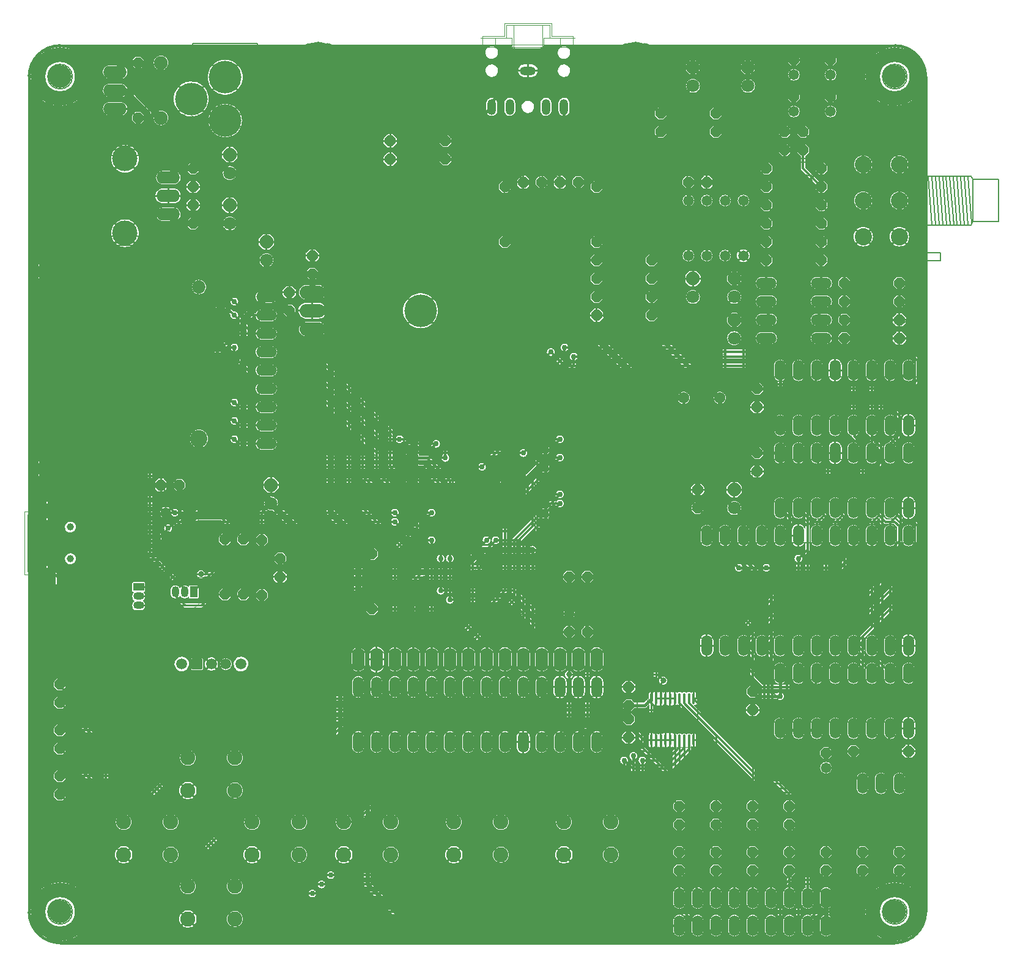
<source format=gbr>
%TF.GenerationSoftware,KiCad,Pcbnew,7.0.2*%
%TF.CreationDate,2024-05-21T23:14:25+08:00*%
%TF.ProjectId,MegaGRRLDesktop,4d656761-4752-4524-9c44-65736b746f70,rev?*%
%TF.SameCoordinates,Original*%
%TF.FileFunction,Other,User*%
%FSLAX46Y46*%
G04 Gerber Fmt 4.6, Leading zero omitted, Abs format (unit mm)*
G04 Created by KiCad (PCBNEW 7.0.2) date 2024-05-21 23:14:25*
%MOMM*%
%LPD*%
G01*
G04 APERTURE LIST*
G04 Aperture macros list*
%AMRoundRect*
0 Rectangle with rounded corners*
0 $1 Rounding radius*
0 $2 $3 $4 $5 $6 $7 $8 $9 X,Y pos of 4 corners*
0 Add a 4 corners polygon primitive as box body*
4,1,4,$2,$3,$4,$5,$6,$7,$8,$9,$2,$3,0*
0 Add four circle primitives for the rounded corners*
1,1,$1+$1,$2,$3*
1,1,$1+$1,$4,$5*
1,1,$1+$1,$6,$7*
1,1,$1+$1,$8,$9*
0 Add four rect primitives between the rounded corners*
20,1,$1+$1,$2,$3,$4,$5,0*
20,1,$1+$1,$4,$5,$6,$7,0*
20,1,$1+$1,$6,$7,$8,$9,0*
20,1,$1+$1,$8,$9,$2,$3,0*%
%AMOutline5P*
0 Free polygon, 5 corners , with rotation*
0 The origin of the aperture is its center*
0 number of corners: always 5*
0 $1 to $10 corner X, Y*
0 $11 Rotation angle, in degrees counterclockwise*
0 create outline with 5 corners*
4,1,5,$1,$2,$3,$4,$5,$6,$7,$8,$9,$10,$1,$2,$11*%
%AMOutline6P*
0 Free polygon, 6 corners , with rotation*
0 The origin of the aperture is its center*
0 number of corners: always 6*
0 $1 to $12 corner X, Y*
0 $13 Rotation angle, in degrees counterclockwise*
0 create outline with 6 corners*
4,1,6,$1,$2,$3,$4,$5,$6,$7,$8,$9,$10,$11,$12,$1,$2,$13*%
%AMOutline7P*
0 Free polygon, 7 corners , with rotation*
0 The origin of the aperture is its center*
0 number of corners: always 7*
0 $1 to $14 corner X, Y*
0 $15 Rotation angle, in degrees counterclockwise*
0 create outline with 7 corners*
4,1,7,$1,$2,$3,$4,$5,$6,$7,$8,$9,$10,$11,$12,$13,$14,$1,$2,$15*%
%AMOutline8P*
0 Free polygon, 8 corners , with rotation*
0 The origin of the aperture is its center*
0 number of corners: always 8*
0 $1 to $16 corner X, Y*
0 $17 Rotation angle, in degrees counterclockwise*
0 create outline with 8 corners*
4,1,8,$1,$2,$3,$4,$5,$6,$7,$8,$9,$10,$11,$12,$13,$14,$15,$16,$1,$2,$17*%
%AMFreePoly0*
4,1,25,0.333266,0.742596,0.345389,0.732242,0.732242,0.345389,0.760749,0.289441,0.762000,0.273547,0.762000,-0.273547,0.742596,-0.333266,0.732242,-0.345389,0.345389,-0.732242,0.289441,-0.760749,0.273547,-0.762000,-0.273547,-0.762000,-0.333266,-0.742596,-0.345389,-0.732242,-0.732242,-0.345389,-0.760749,-0.289441,-0.762000,-0.273547,-0.762000,0.273547,-0.742596,0.333266,-0.732242,0.345389,
-0.345389,0.732242,-0.289441,0.760749,-0.273547,0.762000,0.273547,0.762000,0.333266,0.742596,0.333266,0.742596,$1*%
%AMFreePoly1*
4,1,25,0.391131,0.882296,0.403254,0.871942,0.871942,0.403254,0.900449,0.347306,0.901700,0.331412,0.901700,-0.331412,0.882296,-0.391131,0.871942,-0.403254,0.403254,-0.871942,0.347306,-0.900449,0.331412,-0.901700,-0.331412,-0.901700,-0.391131,-0.882296,-0.403254,-0.871942,-0.871942,-0.403254,-0.900449,-0.347306,-0.901700,-0.331412,-0.901700,0.331412,-0.882296,0.391131,-0.871942,0.403254,
-0.403254,0.871942,-0.347306,0.900449,-0.331412,0.901700,0.331412,0.901700,0.391131,0.882296,0.391131,0.882296,$1*%
%AMFreePoly2*
4,1,25,0.322745,0.717196,0.334868,0.706842,0.706842,0.334868,0.735349,0.278920,0.736600,0.263026,0.736600,-0.263026,0.717196,-0.322745,0.706842,-0.334868,0.334868,-0.706842,0.278920,-0.735349,0.263026,-0.736600,-0.263026,-0.736600,-0.322745,-0.717196,-0.334868,-0.706842,-0.706842,-0.334868,-0.735349,-0.278920,-0.736600,-0.263026,-0.736600,0.263026,-0.717196,0.322745,-0.706842,0.334868,
-0.334868,0.706842,-0.278920,0.735349,-0.263026,0.736600,0.263026,0.736600,0.322745,0.717196,0.322745,0.717196,$1*%
G04 Aperture macros list end*
%ADD10C,0.050000*%
%ADD11C,2.768600*%
%ADD12C,2.032000*%
%TA.AperFunction,ComponentPad*%
%ADD13Outline8P,-0.660400X0.273547X-0.273547X0.660400X0.273547X0.660400X0.660400X0.273547X0.660400X-0.273547X0.273547X-0.660400X-0.273547X-0.660400X-0.660400X-0.273547X0.000000*%
%TD*%
%TA.AperFunction,ComponentPad*%
%ADD14Outline8P,-0.660400X0.273547X-0.273547X0.660400X0.273547X0.660400X0.660400X0.273547X0.660400X-0.273547X0.273547X-0.660400X-0.273547X-0.660400X-0.660400X-0.273547X90.000000*%
%TD*%
%TA.AperFunction,ComponentPad*%
%ADD15O,1.320800X2.641600*%
%TD*%
%TA.AperFunction,ComponentPad*%
%ADD16Outline8P,-0.660400X0.273547X-0.273547X0.660400X0.273547X0.660400X0.660400X0.273547X0.660400X-0.273547X0.273547X-0.660400X-0.273547X-0.660400X-0.660400X-0.273547X180.000000*%
%TD*%
%TA.AperFunction,ComponentPad*%
%ADD17C,1.600200*%
%TD*%
%TA.AperFunction,ComponentPad*%
%ADD18Outline8P,-0.800100X0.331412X-0.331412X0.800100X0.331412X0.800100X0.800100X0.331412X0.800100X-0.331412X0.331412X-0.800100X-0.331412X-0.800100X-0.800100X-0.331412X90.000000*%
%TD*%
%TA.AperFunction,ComponentPad*%
%ADD19C,1.270000*%
%TD*%
%TA.AperFunction,ComponentPad*%
%ADD20Outline8P,-0.635000X0.263026X-0.263026X0.635000X0.263026X0.635000X0.635000X0.263026X0.635000X-0.263026X0.263026X-0.635000X-0.263026X-0.635000X-0.635000X-0.263026X90.000000*%
%TD*%
%TA.AperFunction,ComponentPad*%
%ADD21C,1.371600*%
%TD*%
%TA.AperFunction,ComponentPad*%
%ADD22Outline8P,-0.660400X0.273547X-0.273547X0.660400X0.273547X0.660400X0.660400X0.273547X0.660400X-0.273547X0.273547X-0.660400X-0.273547X-0.660400X-0.660400X-0.273547X270.000000*%
%TD*%
%TA.AperFunction,ComponentPad*%
%ADD23C,1.879600*%
%TD*%
%TA.AperFunction,ComponentPad*%
%ADD24O,2.641600X1.320800*%
%TD*%
%TA.AperFunction,ComponentPad*%
%ADD25C,1.700000*%
%TD*%
%TA.AperFunction,ComponentPad*%
%ADD26R,1.308000X1.308000*%
%TD*%
%TA.AperFunction,ComponentPad*%
%ADD27C,1.308000*%
%TD*%
%TA.AperFunction,ComponentPad*%
%ADD28O,3.048000X1.524000*%
%TD*%
%TA.AperFunction,ComponentPad*%
%ADD29O,1.524000X3.048000*%
%TD*%
%TA.AperFunction,SMDPad,CuDef*%
%ADD30RoundRect,0.100000X0.100000X-0.637500X0.100000X0.637500X-0.100000X0.637500X-0.100000X-0.637500X0*%
%TD*%
%TA.AperFunction,ComponentPad*%
%ADD31O,1.200000X2.200000*%
%TD*%
%TA.AperFunction,ComponentPad*%
%ADD32O,2.200000X1.200000*%
%TD*%
%TA.AperFunction,ComponentPad*%
%ADD33C,2.184400*%
%TD*%
%TA.AperFunction,SMDPad,CuDef*%
%ADD34R,2.000000X0.500000*%
%TD*%
%TA.AperFunction,SMDPad,CuDef*%
%ADD35R,1.700000X2.000000*%
%TD*%
%TA.AperFunction,ComponentPad*%
%ADD36O,3.352800X1.676400*%
%TD*%
%TA.AperFunction,ComponentPad*%
%ADD37C,4.318000*%
%TD*%
%TA.AperFunction,ComponentPad*%
%ADD38R,1.050000X1.500000*%
%TD*%
%TA.AperFunction,ComponentPad*%
%ADD39O,1.050000X1.500000*%
%TD*%
%TA.AperFunction,ComponentPad*%
%ADD40C,3.302000*%
%TD*%
%TA.AperFunction,SMDPad,CuDef*%
%ADD41R,1.500000X1.000000*%
%TD*%
%TA.AperFunction,SMDPad,CuDef*%
%ADD42R,1.500000X0.700000*%
%TD*%
%TA.AperFunction,SMDPad,CuDef*%
%ADD43R,2.800000X1.500000*%
%TD*%
%TA.AperFunction,ComponentPad*%
%ADD44C,1.650000*%
%TD*%
%TA.AperFunction,ComponentPad*%
%ADD45C,2.200000*%
%TD*%
%TA.AperFunction,SMDPad,CuDef*%
%ADD46RoundRect,0.150000X-0.825000X-0.150000X0.825000X-0.150000X0.825000X0.150000X-0.825000X0.150000X0*%
%TD*%
%TA.AperFunction,SMDPad,CuDef*%
%ADD47R,1.981200X0.558800*%
%TD*%
%TA.AperFunction,ComponentPad*%
%ADD48R,1.500000X1.050000*%
%TD*%
%TA.AperFunction,ComponentPad*%
%ADD49O,1.500000X1.050000*%
%TD*%
%TA.AperFunction,SMDPad,CuDef*%
%ADD50R,1.500000X0.900000*%
%TD*%
%TA.AperFunction,SMDPad,CuDef*%
%ADD51R,0.900000X1.500000*%
%TD*%
%TA.AperFunction,SMDPad,CuDef*%
%ADD52R,6.000000X6.000000*%
%TD*%
%TA.AperFunction,ViaPad*%
%ADD53C,0.756400*%
%TD*%
%TA.AperFunction,ViaPad*%
%ADD54C,0.800000*%
%TD*%
%TA.AperFunction,Conductor*%
%ADD55C,0.250000*%
%TD*%
%TA.AperFunction,Conductor*%
%ADD56C,0.304800*%
%TD*%
%TA.AperFunction,Conductor*%
%ADD57C,0.406400*%
%TD*%
%TA.AperFunction,Conductor*%
%ADD58C,0.812800*%
%TD*%
%TA.AperFunction,Conductor*%
%ADD59C,0.609600*%
%TD*%
%TA.AperFunction,Conductor*%
%ADD60C,0.254000*%
%TD*%
%TA.AperFunction,SMDPad,CuDef*%
%ADD61RoundRect,0.100000X-0.100000X0.637500X-0.100000X-0.637500X0.100000X-0.637500X0.100000X0.637500X0*%
%TD*%
%TA.AperFunction,SMDPad,CuDef*%
%ADD62RoundRect,0.635000X0.000000X0.000000X0.000000X0.000000X0.000000X0.000000X0.000000X0.000000X0*%
%TD*%
%ADD63RoundRect,0.100000X0.100000X-0.637500X0.100000X0.637500X-0.100000X0.637500X-0.100000X-0.637500X0*%
%ADD64R,2.000000X0.500000*%
%ADD65R,1.700000X2.000000*%
%ADD66R,1.500000X1.000000*%
%ADD67R,1.500000X0.700000*%
%ADD68R,2.800000X1.500000*%
%ADD69RoundRect,0.150000X-0.825000X-0.150000X0.825000X-0.150000X0.825000X0.150000X-0.825000X0.150000X0*%
%ADD70R,1.981200X0.558800*%
%ADD71R,1.500000X0.900000*%
%ADD72R,0.900000X1.500000*%
%ADD73R,6.000000X6.000000*%
%ADD74RoundRect,0.100000X-0.100000X0.637500X-0.100000X-0.637500X0.100000X-0.637500X0.100000X0.637500X0*%
%ADD75C,0.254000*%
%ADD76C,0.142240*%
%ADD77C,0.203200*%
%ADD78C,0.101600*%
%ADD79C,0.121920*%
%ADD80C,0.089154*%
%ADD81C,0.114300*%
%ADD82C,0.127000*%
%ADD83C,0.119380*%
%ADD84C,0.118872*%
%ADD85C,0.099060*%
%ADD86C,0.044875*%
%ADD87C,0.150000*%
%ADD88C,0.093472*%
%ADD89C,0.160020*%
%ADD90C,0.097536*%
%ADD91C,0.071628*%
%ADD92C,0.076200*%
%ADD93C,0.059822*%
%ADD94C,0.152400*%
%ADD95C,0.304800*%
%ADD96C,0.050800*%
%ADD97C,0.120000*%
%ADD98FreePoly0,0.000000*%
%ADD99FreePoly0,90.000000*%
%ADD100O,1.524000X2.844800*%
%ADD101FreePoly0,180.000000*%
%ADD102C,1.803400*%
%ADD103FreePoly1,90.000000*%
%ADD104C,1.473200*%
%ADD105FreePoly2,90.000000*%
%ADD106C,1.574800*%
%ADD107FreePoly0,270.000000*%
%ADD108C,2.082800*%
%ADD109O,2.844800X1.524000*%
%ADD110C,1.903200*%
%ADD111C,1.500000*%
%ADD112RoundRect,0.101600X-0.654000X-0.654000X0.654000X-0.654000X0.654000X0.654000X-0.654000X0.654000X0*%
%ADD113C,1.511200*%
%ADD114O,3.251200X1.727200*%
%ADD115O,1.727200X3.251200*%
%ADD116O,1.200000X2.200000*%
%ADD117O,2.200000X1.200000*%
%ADD118C,2.387600*%
%ADD119C,1.000000*%
%ADD120O,3.556000X1.879600*%
%ADD121C,4.521200*%
%ADD122R,1.050000X1.500000*%
%ADD123O,1.050000X1.500000*%
%ADD124C,3.505200*%
%ADD125RoundRect,0.101600X-0.750000X-0.500000X0.750000X-0.500000X0.750000X0.500000X-0.750000X0.500000X0*%
%ADD126RoundRect,0.101600X-0.750000X-0.350000X0.750000X-0.350000X0.750000X0.350000X-0.750000X0.350000X0*%
%ADD127RoundRect,0.101600X-1.400000X-0.750000X1.400000X-0.750000X1.400000X0.750000X-1.400000X0.750000X0*%
%ADD128C,1.853200*%
%ADD129C,2.403200*%
%ADD130RoundRect,0.101600X-0.990600X-0.279400X0.990600X-0.279400X0.990600X0.279400X-0.990600X0.279400X0*%
%ADD131R,1.500000X1.050000*%
%ADD132O,1.500000X1.050000*%
%ADD133RoundRect,0.101600X-0.750000X0.450000X-0.750000X-0.450000X0.750000X-0.450000X0.750000X0.450000X0*%
%ADD134RoundRect,0.101600X-0.450000X-0.750000X0.450000X-0.750000X0.450000X0.750000X-0.450000X0.750000X0*%
%ADD135RoundRect,0.101600X-3.000000X3.000000X-3.000000X-3.000000X3.000000X-3.000000X3.000000X3.000000X0*%
%ADD136C,3.600000*%
%ADD137C,3.200000*%
%ADD138C,0.182880*%
%ADD139C,0.113792*%
%ADD140RoundRect,0.736600X0.000000X0.000000X0.000000X0.000000X0.000000X0.000000X0.000000X0.000000X0*%
%TA.AperFunction,Profile*%
%ADD141C,0.025400*%
%TD*%
%TA.AperFunction,Profile*%
%ADD142C,0.120000*%
%TD*%
G04 APERTURE END LIST*
D10*
%TO.C,S2*%
X106421100Y-127248600D02*
X107121100Y-127248600D01*
X106421100Y-129748600D02*
X106421100Y-127248600D01*
X107121100Y-126098600D02*
X116221100Y-126098600D01*
X107121100Y-127248600D02*
X107121100Y-126098600D01*
X107121100Y-129748600D02*
X106421100Y-129748600D01*
X107121100Y-130898600D02*
X107121100Y-129748600D01*
X116221100Y-126098600D02*
X116221100Y-127248600D01*
X116221100Y-127248600D02*
X116921100Y-127248600D01*
X116221100Y-129748600D02*
X116221100Y-130898600D01*
X116221100Y-130898600D02*
X107121100Y-130898600D01*
X116921100Y-127248600D02*
X116921100Y-129748600D01*
X116921100Y-129748600D02*
X116221100Y-129748600D01*
%TO.C,IC9*%
X172014000Y-139994000D02*
X179014000Y-139994000D01*
X179014000Y-139994000D02*
X179014000Y-132294000D01*
X172014000Y-132294000D02*
X172014000Y-139994000D01*
X179014000Y-132294000D02*
X172014000Y-132294000D01*
%TO.C,J2*%
X161736100Y-54350000D02*
X161736100Y-41650000D01*
X161736100Y-41650000D02*
X158736100Y-41650000D01*
X158736100Y-41650000D02*
X158736100Y-39850000D01*
X158736100Y-39850000D02*
X152236100Y-39850000D01*
X152236100Y-41650000D02*
X149236100Y-41650000D01*
X152236100Y-39850000D02*
X152236100Y-41650000D01*
X149236100Y-54350000D02*
X161736100Y-54350000D01*
X149236100Y-41900000D02*
X149236100Y-54350000D01*
X149236100Y-41650000D02*
X149236100Y-41900000D01*
%TO.C,J1*%
X96100000Y-105800000D02*
X93400000Y-105800000D01*
X96100000Y-105800000D02*
X96100000Y-109400000D01*
X90650000Y-105800000D02*
X87950000Y-105800000D01*
X93400000Y-107400000D02*
X93400000Y-105800000D01*
X93400000Y-107400000D02*
X90650000Y-107400000D01*
X90650000Y-107400000D02*
X90650000Y-105800000D01*
X87950000Y-107400000D02*
X87950000Y-105800000D01*
X85800000Y-107400000D02*
X87950000Y-107400000D01*
X85800000Y-107400000D02*
X85800000Y-116100000D01*
X96100000Y-109400000D02*
X96350000Y-109400000D01*
X96350000Y-114100000D02*
X96350000Y-109400000D01*
X96100000Y-114100000D02*
X96350000Y-114100000D01*
X93400000Y-116100000D02*
X90650000Y-116100000D01*
X93400000Y-116100000D02*
X93400000Y-117700000D01*
X90650000Y-116100000D02*
X90650000Y-117700000D01*
X87950000Y-116100000D02*
X87950000Y-117700000D01*
X85800000Y-116100000D02*
X87950000Y-116100000D01*
X96100000Y-117700000D02*
X96100000Y-114100000D01*
X96100000Y-117700000D02*
X93400000Y-117700000D01*
X90650000Y-117700000D02*
X87950000Y-117700000D01*
%TO.C,Q3*%
X110680000Y-121242000D02*
X110680000Y-116502000D01*
X110680000Y-121242000D02*
X105220000Y-121242000D01*
X105220000Y-116502000D02*
X110680000Y-116502000D01*
X105220000Y-116502000D02*
X105220000Y-121242000D01*
%TO.C,IC14*%
X102472000Y-105036000D02*
X102472000Y-115436000D01*
X102472000Y-115436000D02*
X109872000Y-115436000D01*
X109872000Y-105036000D02*
X102472000Y-105036000D01*
X109872000Y-115436000D02*
X109872000Y-105036000D01*
%TO.C,Q2*%
X104330000Y-116396000D02*
X99590000Y-116396000D01*
X104330000Y-116396000D02*
X104330000Y-121856000D01*
X99590000Y-121856000D02*
X99590000Y-116396000D01*
X99590000Y-121856000D02*
X104330000Y-121856000D01*
D11*
%TO.C,H1*%
X133261100Y-55600600D02*
G75*
G03*
X133261100Y-55600600I-3048000J0D01*
G01*
%TO.C,H5*%
X129578100Y-46837600D02*
G75*
G03*
X129578100Y-46837600I-3048000J0D01*
G01*
%TO.C,H2*%
X169837100Y-55600600D02*
G75*
G03*
X169837100Y-55600600I-3048000J0D01*
G01*
D12*
%TO.C,H3*%
X93764100Y-47218600D02*
G75*
G03*
X93764100Y-47218600I-3048000J0D01*
G01*
D11*
%TO.C,H6*%
X173520100Y-46837600D02*
G75*
G03*
X173520100Y-46837600I-3048000J0D01*
G01*
D12*
%TO.C,H8*%
X209334100Y-47218600D02*
G75*
G03*
X209334100Y-47218600I-3048000J0D01*
G01*
%TO.C,H4*%
X93764100Y-162788600D02*
G75*
G03*
X93764100Y-162788600I-3048000J0D01*
G01*
%TO.C,H7*%
X209334100Y-162788600D02*
G75*
G03*
X209334100Y-162788600I-3048000J0D01*
G01*
%TD*%
D13*
%TO.P,R28,1,1*%
%TO.N,GND*%
X136436100Y-58648600D03*
%TO.P,R28,2,2*%
%TO.N,Net-(J2-RING)*%
X144056100Y-58648600D03*
%TD*%
D14*
%TO.P,LED9,A,A*%
%TO.N,/LED drivers/PSG2N*%
X181521100Y-150723600D03*
%TO.P,LED9,K,C*%
%TO.N,/LED drivers/PSG2*%
X181521100Y-148183600D03*
%TD*%
D15*
%TO.P,R23,A,A*%
%TO.N,unconnected-(R23-PadA)*%
X206921100Y-145008600D03*
%TO.P,R23,E,E*%
%TO.N,Net-(C8-Pad+)*%
X201841100Y-145008600D03*
%TO.P,R23,S,S*%
%TO.N,Net-(R23-PadS)*%
X204381100Y-145008600D03*
%TD*%
D16*
%TO.P,R5,1,1*%
%TO.N,Net-(S1D-1)*%
X196126100Y-70078600D03*
%TO.P,R5,2,2*%
%TO.N,Net-(S1D-2)*%
X188506100Y-70078600D03*
%TD*%
D17*
%TO.P,C20,+,+*%
%TO.N,Net-(IC11-VO1)*%
X178346100Y-48488600D03*
D18*
%TO.P,C20,-,-*%
%TO.N,Net-(C20-Pad-)*%
X178346100Y-45948600D03*
%TD*%
D19*
%TO.P,C16,+,+*%
%TO.N,/Audio/AUDIO_LINEL*%
X192316100Y-46964600D03*
D20*
%TO.P,C16,-,-*%
%TO.N,Net-(R14A-S)*%
X192316100Y-44932600D03*
%TD*%
D13*
%TO.P,C5,1,1*%
%TO.N,+5V{slash}2*%
X177711100Y-61823600D03*
%TO.P,C5,2,2*%
%TO.N,GND*%
X180251100Y-61823600D03*
%TD*%
D21*
%TO.P,L1,1,1*%
%TO.N,+5V{slash}2*%
X182079900Y-91668600D03*
%TO.P,L1,2,2*%
%TO.N,+5V*%
X177076100Y-91668600D03*
%TD*%
D16*
%TO.P,R24,1,1*%
%TO.N,VBIAS*%
X172631100Y-77698600D03*
%TO.P,R24,2,2*%
%TO.N,+5V{slash}2*%
X165011100Y-77698600D03*
%TD*%
D22*
%TO.P,C35,1*%
%TO.N,+3V3*%
X169456100Y-136118600D03*
%TO.P,C35,2*%
%TO.N,GND*%
X169456100Y-138658600D03*
%TD*%
D14*
%TO.P,R26,1,1*%
%TO.N,Net-(Q1-PadG)*%
X101511100Y-52933600D03*
%TO.P,R26,2,2*%
%TO.N,Net-(D3-PadC)*%
X101511100Y-45313600D03*
%TD*%
D16*
%TO.P,R9,1,1*%
%TO.N,Net-(IC5A--IN)*%
X196126100Y-64998600D03*
%TO.P,R9,2,2*%
%TO.N,Net-(S1D-1)*%
X188506100Y-64998600D03*
%TD*%
D23*
%TO.P,SWC0,1,1*%
%TO.N,/Keys/KEY_C*%
X160489900Y-150368000D03*
%TO.P,SWC0,2*%
%TO.N,N/C*%
X166992300Y-150368000D03*
%TO.P,SWC0,3,2*%
%TO.N,GND*%
X160489900Y-154889200D03*
%TO.P,SWC0,4*%
%TO.N,N/C*%
X166992300Y-154889200D03*
%TD*%
D24*
%TO.P,S1,1,1*%
%TO.N,Net-(R22-Pad2)*%
X196126100Y-83413600D03*
%TO.P,S1,2,1*%
%TO.N,Net-(S1B-1)*%
X196126100Y-80873600D03*
%TO.P,S1,3,1*%
%TO.N,Net-(S1C-1)*%
X196126100Y-78333600D03*
%TO.P,S1,4,1*%
%TO.N,Net-(S1D-1)*%
X196126100Y-75793600D03*
%TO.P,S1,5,2*%
%TO.N,Net-(S1D-2)*%
X188506100Y-75793600D03*
%TO.P,S1,6,2*%
%TO.N,AUDIO_FML*%
X188506100Y-78333600D03*
%TO.P,S1,7,2*%
%TO.N,Net-(S1B-2)*%
X188506100Y-80873600D03*
%TO.P,S1,8,2*%
%TO.N,AUDIO_FMR*%
X188506100Y-83413600D03*
%TD*%
D22*
%TO.P,C9,1,1*%
%TO.N,/MCU & interface/ESP32_RESET*%
X121196100Y-113893600D03*
%TO.P,C9,2,2*%
%TO.N,GND*%
X121196100Y-116433600D03*
%TD*%
D16*
%TO.P,R11,1,1*%
%TO.N,Net-(IC5B--IN)*%
X196126100Y-67538600D03*
%TO.P,R11,2,2*%
%TO.N,Net-(S1B-1)*%
X188506100Y-67538600D03*
%TD*%
D25*
%TO.P,D3,A,A*%
%TO.N,Net-(D3-PadA)*%
X104686100Y-45313600D03*
%TO.P,D3,C,C*%
%TO.N,Net-(D3-PadC)*%
X104686100Y-52933600D03*
%TD*%
D22*
%TO.P,R31,1*%
%TO.N,Net-(IC14-~{RTS})*%
X116078000Y-111252000D03*
%TO.P,R31,2*%
%TO.N,Net-(Q3-B)*%
X116078000Y-118872000D03*
%TD*%
D14*
%TO.P,R15,1,1*%
%TO.N,Net-(IC11-IN2-)*%
X165011100Y-70078600D03*
%TO.P,R15,2,2*%
%TO.N,Net-(IC11-VO2)*%
X165011100Y-62458600D03*
%TD*%
D26*
%TO.P,S2,1,1*%
%TO.N,unconnected-(S2-Pad1)*%
X109671100Y-128498600D03*
D27*
%TO.P,S2,2,2*%
%TO.N,GND*%
X111671100Y-128498600D03*
%TO.P,S2,3,3*%
%TO.N,Net-(Q1-PadG)*%
X113671100Y-128498600D03*
%TD*%
D14*
%TO.P,LED5,A,A*%
%TO.N,/LED drivers/FM5N*%
X196761100Y-157073600D03*
%TO.P,LED5,K,C*%
%TO.N,/LED drivers/FM5*%
X196761100Y-154533600D03*
%TD*%
D17*
%TO.P,C21,+,+*%
%TO.N,Net-(IC11-VO2)*%
X185966100Y-48488600D03*
D18*
%TO.P,C21,-,-*%
%TO.N,Net-(C21-Pad-)*%
X185966100Y-45948600D03*
%TD*%
D16*
%TO.P,R19,1,1*%
%TO.N,Net-(C20-Pad-)*%
X181521100Y-52298600D03*
%TO.P,R19,2,2*%
%TO.N,Net-(J2-TIP)*%
X173901100Y-52298600D03*
%TD*%
D28*
%TO.P,IC6,1,VI*%
%TO.N,+12V*%
X105702100Y-66268600D03*
%TO.P,IC6,2,GND*%
%TO.N,GND*%
X105702100Y-63728600D03*
%TO.P,IC6,3,VO*%
%TO.N,+5V*%
X105702100Y-61188600D03*
%TD*%
D15*
%TO.P,IC2,1,QB*%
%TO.N,/Sound chips & bus/D1*%
X190411100Y-106908600D03*
%TO.P,IC2,2,QC*%
%TO.N,/Sound chips & bus/D2*%
X192951100Y-106908600D03*
%TO.P,IC2,3,QD*%
%TO.N,/Sound chips & bus/D3*%
X195491100Y-106908600D03*
%TO.P,IC2,4,QE*%
%TO.N,/Sound chips & bus/D4*%
X198031100Y-106908600D03*
%TO.P,IC2,5,QF*%
%TO.N,/Sound chips & bus/D5*%
X200571100Y-106908600D03*
%TO.P,IC2,6,QG*%
%TO.N,/Sound chips & bus/D6*%
X203111100Y-106908600D03*
%TO.P,IC2,7,QH*%
%TO.N,/Sound chips & bus/D7*%
X205651100Y-106908600D03*
%TO.P,IC2,8,GND*%
%TO.N,GND*%
X208191100Y-106908600D03*
%TO.P,IC2,9,QH\u002A*%
%TO.N,unconnected-(IC2A-QH\u002A-Pad9)*%
X208191100Y-99288600D03*
%TO.P,IC2,10,SCL*%
%TO.N,+5V*%
X205651100Y-99288600D03*
%TO.P,IC2,11,SCK*%
%TO.N,SHCLK*%
X203111100Y-99288600D03*
%TO.P,IC2,12,RCK*%
%TO.N,SHSTO*%
X200571100Y-99288600D03*
%TO.P,IC2,13,G*%
%TO.N,GND*%
X198031100Y-99288600D03*
%TO.P,IC2,14,SER*%
%TO.N,Net-(IC2A-SER)*%
X195491100Y-99288600D03*
%TO.P,IC2,15,QA*%
%TO.N,/Sound chips & bus/D0*%
X192951100Y-99288600D03*
%TO.P,IC2,16,VCC*%
%TO.N,+5V*%
X190411100Y-99288600D03*
%TD*%
D14*
%TO.P,R16,1,1*%
%TO.N,Net-(IC11-IN1-)*%
X152311100Y-70078600D03*
%TO.P,R16,2,2*%
%TO.N,Net-(IC11-VO1)*%
X152311100Y-62458600D03*
%TD*%
%TO.P,LED1,A,A*%
%TO.N,/LED drivers/FM1N*%
X176441100Y-157073600D03*
%TO.P,LED1,K,C*%
%TO.N,/LED drivers/FM1*%
X176441100Y-154533600D03*
%TD*%
D29*
%TO.P,JP1,1,1*%
%TO.N,+5V*%
X131991100Y-127863600D03*
%TO.P,JP1,2,2*%
%TO.N,GND*%
X134531100Y-127863600D03*
%TO.P,JP1,3,3*%
%TO.N,/MCU & interface/LCD_{slash}CS*%
X137071100Y-127863600D03*
%TO.P,JP1,4,4*%
%TO.N,+3V3*%
X139611100Y-127863600D03*
%TO.P,JP1,5,5*%
%TO.N,/MCU & interface/LCD_DC*%
X142151100Y-127863600D03*
%TO.P,JP1,6,6*%
%TO.N,/MCU & interface/LCD_MOSI*%
X144691100Y-127863600D03*
%TO.P,JP1,7,7*%
%TO.N,/MCU & interface/LCD_CLK*%
X147231100Y-127863600D03*
%TO.P,JP1,8,8*%
%TO.N,Net-(JP1-Pad8)*%
X149771100Y-127863600D03*
%TO.P,JP1,9,9*%
%TO.N,unconnected-(JP1-Pad9)*%
X152311100Y-127863600D03*
%TO.P,JP1,10,10*%
%TO.N,unconnected-(JP1-Pad10)*%
X154851100Y-127863600D03*
%TO.P,JP1,11,11*%
%TO.N,unconnected-(JP1-Pad11)*%
X157391100Y-127863600D03*
%TO.P,JP1,12,12*%
%TO.N,unconnected-(JP1-Pad12)*%
X159931100Y-127863600D03*
%TO.P,JP1,13,13*%
%TO.N,unconnected-(JP1-Pad13)*%
X162471100Y-127863600D03*
%TO.P,JP1,14,14*%
%TO.N,unconnected-(JP1-Pad14)*%
X165011100Y-127863600D03*
%TD*%
D30*
%TO.P,IC9,1,A0*%
%TO.N,GND*%
X172589000Y-139006500D03*
%TO.P,IC9,2,A1*%
X173239000Y-139006500D03*
%TO.P,IC9,3,A2*%
X173889000Y-139006500D03*
%TO.P,IC9,4,A3*%
X174539000Y-139006500D03*
%TO.P,IC9,5,A4*%
X175189000Y-139006500D03*
%TO.P,IC9,6,LED0*%
%TO.N,/LED drivers/PSG1*%
X175839000Y-139006500D03*
%TO.P,IC9,7,LED1*%
%TO.N,/LED drivers/FM2*%
X176489000Y-139006500D03*
%TO.P,IC9,8,LED2*%
%TO.N,/LED drivers/FM3*%
X177139000Y-139006500D03*
%TO.P,IC9,9,LED3*%
%TO.N,/LED drivers/FM4*%
X177789000Y-139006500D03*
%TO.P,IC9,10,VSS*%
%TO.N,GND*%
X178439000Y-139006500D03*
%TO.P,IC9,11,LED4*%
%TO.N,/LED drivers/PSGS*%
X178439000Y-133281500D03*
%TO.P,IC9,12,LED5*%
%TO.N,/LED drivers/PSG3*%
X177789000Y-133281500D03*
%TO.P,IC9,13,LED6*%
%TO.N,/LED drivers/PSG2*%
X177139000Y-133281500D03*
%TO.P,IC9,14,LED7*%
%TO.N,/LED drivers/FM1*%
X176489000Y-133281500D03*
%TO.P,IC9,15,OE*%
%TO.N,GND*%
X175839000Y-133281500D03*
%TO.P,IC9,16,A5*%
X175189000Y-133281500D03*
%TO.P,IC9,17,A6*%
%TO.N,+3V3*%
X174539000Y-133281500D03*
%TO.P,IC9,18,SCL*%
%TO.N,SCL*%
X173889000Y-133281500D03*
%TO.P,IC9,19,SDA*%
%TO.N,SDA*%
X173239000Y-133281500D03*
%TO.P,IC9,20,VDD*%
%TO.N,+3V3*%
X172589000Y-133281500D03*
%TD*%
D16*
%TO.P,R7,1,1*%
%TO.N,Net-(S1B-1)*%
X196126100Y-72618600D03*
%TO.P,R7,2,2*%
%TO.N,Net-(S1B-2)*%
X188506100Y-72618600D03*
%TD*%
%TO.P,R21,1,1*%
%TO.N,GND*%
X206921100Y-80873600D03*
%TO.P,R21,2,2*%
%TO.N,Net-(S1C-1)*%
X199301100Y-80873600D03*
%TD*%
D14*
%TO.P,LED2,A,A*%
%TO.N,/LED drivers/FM2N*%
X181521100Y-157073600D03*
%TO.P,LED2,K,C*%
%TO.N,/LED drivers/FM2*%
X181521100Y-154533600D03*
%TD*%
D23*
%TO.P,SWUP0,1,1*%
%TO.N,/Keys/KEY_UP*%
X108419900Y-141478000D03*
%TO.P,SWUP0,2*%
%TO.N,N/C*%
X114922300Y-141478000D03*
%TO.P,SWUP0,3,2*%
%TO.N,GND*%
X108419900Y-145999200D03*
%TO.P,SWUP0,4*%
%TO.N,N/C*%
X114922300Y-145999200D03*
%TD*%
D19*
%TO.P,C8,+,+*%
%TO.N,Net-(C8-Pad+)*%
X196761100Y-142849600D03*
D20*
%TO.P,C8,-,-*%
%TO.N,AUDIO_PSG*%
X196761100Y-140817600D03*
%TD*%
D31*
%TO.P,J2,R*%
%TO.N,Net-(J2-RING)*%
X160486100Y-51400000D03*
%TO.P,J2,RN*%
%TO.N,N/C*%
X157986100Y-51400000D03*
D32*
%TO.P,J2,S*%
%TO.N,GND*%
X155486100Y-46400000D03*
D31*
%TO.P,J2,T*%
%TO.N,Net-(J2-TIP)*%
X150486100Y-51400000D03*
%TO.P,J2,TN*%
%TO.N,N/C*%
X152986100Y-51400000D03*
%TD*%
D22*
%TO.P,C29,1,1*%
%TO.N,+5V*%
X109131100Y-59918600D03*
%TO.P,C29,2,2*%
%TO.N,GND*%
X109131100Y-62458600D03*
%TD*%
D15*
%TO.P,RN3,1,1*%
%TO.N,+5V*%
X196761100Y-164693600D03*
%TO.P,RN3,2,2*%
%TO.N,/LED drivers/FMSN*%
X194221100Y-164693600D03*
%TO.P,RN3,3,3*%
%TO.N,/LED drivers/FM6N*%
X191681100Y-164693600D03*
%TO.P,RN3,4,4*%
%TO.N,/LED drivers/FM5N*%
X189141100Y-164693600D03*
%TO.P,RN3,5,5*%
%TO.N,unconnected-(RN3-Pad5)*%
X186601100Y-164693600D03*
%TO.P,RN3,6,6*%
%TO.N,unconnected-(RN3-Pad6)*%
X184061100Y-164693600D03*
%TO.P,RN3,7,7*%
%TO.N,/LED drivers/USERCN*%
X181521100Y-164693600D03*
%TO.P,RN3,8,8*%
%TO.N,/LED drivers/USERAN*%
X178981100Y-164693600D03*
%TO.P,RN3,9,9*%
%TO.N,/LED drivers/USERBN*%
X176441100Y-164693600D03*
%TD*%
D33*
%TO.P,R14,1-1,A*%
%TO.N,GND*%
X206921100Y-69363600D03*
%TO.P,R14,1-2,S*%
%TO.N,Net-(R14A-S)*%
X206921100Y-64363600D03*
%TO.P,R14,1-3,E*%
%TO.N,Net-(R14A-E)*%
X206921100Y-59363600D03*
%TO.P,R14,2-1,A*%
%TO.N,GND*%
X201921100Y-69363600D03*
%TO.P,R14,2-2,S*%
%TO.N,Net-(R14B-S)*%
X201921100Y-64363600D03*
%TO.P,R14,2-3,E*%
%TO.N,Net-(R14B-E)*%
X201921100Y-59363600D03*
%TD*%
D23*
%TO.P,SWLEFT0,1,1*%
%TO.N,/Keys/KEY_LEFT*%
X99529900Y-150368000D03*
%TO.P,SWLEFT0,2*%
%TO.N,N/C*%
X106032300Y-150368000D03*
%TO.P,SWLEFT0,3,2*%
%TO.N,GND*%
X99529900Y-154889200D03*
%TO.P,SWLEFT0,4*%
%TO.N,N/C*%
X106032300Y-154889200D03*
%TD*%
D13*
%TO.P,R27,1,1*%
%TO.N,GND*%
X136436100Y-56108600D03*
%TO.P,R27,2,2*%
%TO.N,Net-(J2-TIP)*%
X144056100Y-56108600D03*
%TD*%
D14*
%TO.P,C32,1,1*%
%TO.N,+3V3*%
X122466100Y-79603600D03*
%TO.P,C32,2,2*%
%TO.N,GND*%
X122466100Y-77063600D03*
%TD*%
D17*
%TO.P,C2,+,+*%
%TO.N,VBIAS*%
X178346100Y-77698600D03*
D18*
%TO.P,C2,-,-*%
%TO.N,GND*%
X178346100Y-75158600D03*
%TD*%
D34*
%TO.P,J1,1,VBUS*%
%TO.N,unconnected-(J1-VBUS-Pad1)*%
X94850000Y-110150000D03*
%TO.P,J1,2,D-*%
%TO.N,Net-(IC14-UD-)*%
X94850000Y-110950000D03*
%TO.P,J1,3,D+*%
%TO.N,Net-(IC14-UD+)*%
X94850000Y-111750000D03*
%TO.P,J1,4,ID*%
%TO.N,unconnected-(J1-ID-Pad4)*%
X94850000Y-112550000D03*
%TO.P,J1,5,GND*%
%TO.N,GND*%
X94850000Y-113350000D03*
D35*
%TO.P,J1,6,Shield*%
X94750000Y-107300000D03*
X89300000Y-107300000D03*
X94750000Y-116200000D03*
X89300000Y-116200000D03*
%TD*%
D15*
%TO.P,RN1,1,1*%
%TO.N,+5V*%
X196761100Y-160883600D03*
%TO.P,RN1,2,2*%
%TO.N,/LED drivers/PSGSN*%
X194221100Y-160883600D03*
%TO.P,RN1,3,3*%
%TO.N,/LED drivers/FM4N*%
X191681100Y-160883600D03*
%TO.P,RN1,4,4*%
%TO.N,/LED drivers/PSG3N*%
X189141100Y-160883600D03*
%TO.P,RN1,5,5*%
%TO.N,/LED drivers/FM3N*%
X186601100Y-160883600D03*
%TO.P,RN1,6,6*%
%TO.N,/LED drivers/PSG2N*%
X184061100Y-160883600D03*
%TO.P,RN1,7,7*%
%TO.N,/LED drivers/FM2N*%
X181521100Y-160883600D03*
%TO.P,RN1,8,8*%
%TO.N,/LED drivers/FM1N*%
X178981100Y-160883600D03*
%TO.P,RN1,9,9*%
%TO.N,/LED drivers/PSG1N*%
X176441100Y-160883600D03*
%TD*%
D23*
%TO.P,SWDOWN0,1,1*%
%TO.N,/Keys/KEY_DOWN*%
X108419900Y-159258000D03*
%TO.P,SWDOWN0,2*%
%TO.N,N/C*%
X114922300Y-159258000D03*
%TO.P,SWDOWN0,3,2*%
%TO.N,GND*%
X108419900Y-163779200D03*
%TO.P,SWDOWN0,4*%
%TO.N,N/C*%
X114922300Y-163779200D03*
%TD*%
D14*
%TO.P,LED4,A,A*%
%TO.N,/LED drivers/FM4N*%
X191681100Y-157073600D03*
%TO.P,LED4,K,C*%
%TO.N,/LED drivers/FM4*%
X191681100Y-154533600D03*
%TD*%
D36*
%TO.P,IC1,1,VI*%
%TO.N,+12V*%
X125641100Y-77063600D03*
%TO.P,IC1,2,GND*%
%TO.N,GND*%
X125641100Y-79603600D03*
%TO.P,IC1,3,VO*%
%TO.N,+3V3*%
X125641100Y-82143600D03*
D37*
%TO.P,IC1,TAB,GND@1*%
%TO.N,GND*%
X140627100Y-79603600D03*
%TD*%
D24*
%TO.P,RN2,1,1*%
%TO.N,+3V3*%
X119291100Y-77698600D03*
%TO.P,RN2,2,2*%
%TO.N,/MCU & interface/SD_D1*%
X119291100Y-80238600D03*
%TO.P,RN2,3,3*%
%TO.N,/MCU & interface/SD_D0*%
X119291100Y-82778600D03*
%TO.P,RN2,4,4*%
%TO.N,unconnected-(RN2-Pad4)*%
X119291100Y-85318600D03*
%TO.P,RN2,5,5*%
%TO.N,unconnected-(RN2-Pad5)*%
X119291100Y-87858600D03*
%TO.P,RN2,6,6*%
%TO.N,/MCU & interface/SD_CLK*%
X119291100Y-90398600D03*
%TO.P,RN2,7,7*%
%TO.N,/MCU & interface/SD_CMD*%
X119291100Y-92938600D03*
%TO.P,RN2,8,8*%
%TO.N,/MCU & interface/SD_D3*%
X119291100Y-95478600D03*
%TO.P,RN2,9,9*%
%TO.N,/MCU & interface/SD_D2*%
X119291100Y-98018600D03*
%TD*%
D22*
%TO.P,C1,1,1*%
%TO.N,+5V*%
X187236100Y-90398600D03*
%TO.P,C1,2,2*%
%TO.N,GND*%
X187236100Y-92938600D03*
%TD*%
D17*
%TO.P,C26,+,+*%
%TO.N,+12V*%
X114211100Y-67538600D03*
D18*
%TO.P,C26,-,-*%
%TO.N,GND*%
X114211100Y-64998600D03*
%TD*%
D16*
%TO.P,R17,1,1*%
%TO.N,/Audio/AUDIO_LINEL*%
X172631100Y-72618600D03*
%TO.P,R17,2,2*%
%TO.N,Net-(IC11-IN1-)*%
X165011100Y-72618600D03*
%TD*%
D38*
%TO.P,Q3,1,E*%
%TO.N,Net-(IC14-~{DTR})*%
X109220000Y-118512000D03*
D39*
%TO.P,Q3,2,C*%
%TO.N,/MCU & interface/SD_D0*%
X107950000Y-118512000D03*
%TO.P,Q3,3,B*%
%TO.N,Net-(Q3-B)*%
X106680000Y-118512000D03*
%TD*%
D14*
%TO.P,LED6,A,A*%
%TO.N,/LED drivers/FM6N*%
X201841100Y-157073600D03*
%TO.P,LED6,K,C*%
%TO.N,/LED drivers/FM6*%
X201841100Y-154533600D03*
%TD*%
%TO.P,LED3,A,A*%
%TO.N,/LED drivers/FM3N*%
X186601100Y-157073600D03*
%TO.P,LED3,K,C*%
%TO.N,/LED drivers/FM3*%
X186601100Y-154533600D03*
%TD*%
D19*
%TO.P,IC5,1,OUT*%
%TO.N,Net-(IC5A-OUT)*%
X177711100Y-71983600D03*
%TO.P,IC5,2,-IN*%
%TO.N,Net-(IC5A--IN)*%
X180251100Y-71983600D03*
%TO.P,IC5,3,+IN*%
%TO.N,VBIAS*%
X182791100Y-71983600D03*
%TO.P,IC5,4,V-*%
%TO.N,GND*%
X185331100Y-71983600D03*
%TO.P,IC5,5,+IN*%
%TO.N,VBIAS*%
X185331100Y-64363600D03*
%TO.P,IC5,6,-IN*%
%TO.N,Net-(IC5B--IN)*%
X182791100Y-64363600D03*
%TO.P,IC5,7,OUT*%
%TO.N,Net-(IC5B-OUT)*%
X180251100Y-64363600D03*
%TO.P,IC5,8,V+*%
%TO.N,+5V{slash}2*%
X177711100Y-64363600D03*
%TD*%
D13*
%TO.P,R4,1,1*%
%TO.N,Net-(IC5B-OUT)*%
X188506100Y-62458600D03*
%TO.P,R4,2,2*%
%TO.N,Net-(IC5B--IN)*%
X196126100Y-62458600D03*
%TD*%
D17*
%TO.P,C33,+,+*%
%TO.N,+3V3*%
X119291100Y-72618600D03*
D18*
%TO.P,C33,-,-*%
%TO.N,GND*%
X119291100Y-70078600D03*
%TD*%
D14*
%TO.P,LED11,A,A*%
%TO.N,/LED drivers/PSGSN*%
X191681100Y-150723600D03*
%TO.P,LED11,K,C*%
%TO.N,/LED drivers/PSGS*%
X191681100Y-148183600D03*
%TD*%
D40*
%TO.P,KK1,B,K@1*%
%TO.N,GND*%
X99707700Y-68884800D03*
%TO.P,KK1,B1,K@2*%
X99707700Y-58572400D03*
%TD*%
D16*
%TO.P,C4,1,1*%
%TO.N,Net-(IC5B--IN)*%
X193586100Y-57378600D03*
%TO.P,C4,2,2*%
%TO.N,Net-(IC5B-OUT)*%
X191046100Y-57378600D03*
%TD*%
D14*
%TO.P,R1,1,1*%
%TO.N,SDA*%
X163741100Y-124053600D03*
%TO.P,R1,2,2*%
%TO.N,+3V3*%
X163741100Y-116433600D03*
%TD*%
%TO.P,LED12,A,A*%
%TO.N,/LED drivers/USERAN*%
X90678000Y-133858000D03*
%TO.P,LED12,K,C*%
%TO.N,/LED drivers/USERA*%
X90678000Y-131318000D03*
%TD*%
D17*
%TO.P,C13,+,+*%
%TO.N,+5V{slash}2*%
X184061100Y-106908600D03*
D18*
%TO.P,C13,-,-*%
%TO.N,GND*%
X184061100Y-104368600D03*
%TD*%
D14*
%TO.P,R13,1,1*%
%TO.N,/MCU & interface/ESP32_RESET*%
X118656100Y-118973600D03*
%TO.P,R13,2,2*%
%TO.N,+3V3*%
X118656100Y-111353600D03*
%TD*%
D16*
%TO.P,C24,1*%
%TO.N,+3V3*%
X107226100Y-103733600D03*
%TO.P,C24,2*%
%TO.N,GND*%
X104686100Y-103733600D03*
%TD*%
D13*
%TO.P,R6,1,1*%
%TO.N,Net-(IC5A--IN)*%
X199301100Y-78333600D03*
%TO.P,R6,2,2*%
%TO.N,Net-(R23-PadS)*%
X206921100Y-78333600D03*
%TD*%
D14*
%TO.P,LED13,A,A*%
%TO.N,/LED drivers/USERBN*%
X90678000Y-140208000D03*
%TO.P,LED13,K,C*%
%TO.N,/LED drivers/USERB*%
X90678000Y-137668000D03*
%TD*%
D13*
%TO.P,R3,1,1*%
%TO.N,Net-(IC5A-OUT)*%
X188506100Y-59918600D03*
%TO.P,R3,2,2*%
%TO.N,Net-(IC5A--IN)*%
X196126100Y-59918600D03*
%TD*%
D15*
%TO.P,IC3,1,QB*%
%TO.N,unconnected-(IC3A-QB-Pad1)*%
X190411100Y-95478600D03*
%TO.P,IC3,2,QC*%
%TO.N,/Sound chips & bus/A1*%
X192951100Y-95478600D03*
%TO.P,IC3,3,QD*%
%TO.N,/Sound chips & bus/A0*%
X195491100Y-95478600D03*
%TO.P,IC3,4,QE*%
%TO.N,/Sound chips & bus/{slash}IC*%
X198031100Y-95478600D03*
%TO.P,IC3,5,QF*%
%TO.N,/Sound chips & bus/{slash}WR*%
X200571100Y-95478600D03*
%TO.P,IC3,6,QG*%
%TO.N,/Sound chips & bus/{slash}CS_PSG*%
X203111100Y-95478600D03*
%TO.P,IC3,7,QH*%
%TO.N,/Sound chips & bus/{slash}CS_FM*%
X205651100Y-95478600D03*
%TO.P,IC3,8,GND*%
%TO.N,GND*%
X208191100Y-95478600D03*
%TO.P,IC3,9,QH\u002A*%
%TO.N,Net-(IC2A-SER)*%
X208191100Y-87858600D03*
%TO.P,IC3,10,SCL*%
%TO.N,+5V*%
X205651100Y-87858600D03*
%TO.P,IC3,11,SCK*%
%TO.N,SHCLK*%
X203111100Y-87858600D03*
%TO.P,IC3,12,RCK*%
%TO.N,SHSTO*%
X200571100Y-87858600D03*
%TO.P,IC3,13,G*%
%TO.N,GND*%
X198031100Y-87858600D03*
%TO.P,IC3,14,SER*%
%TO.N,SHDATA*%
X195491100Y-87858600D03*
%TO.P,IC3,15,QA*%
%TO.N,unconnected-(IC3A-QA-Pad15)*%
X192951100Y-87858600D03*
%TO.P,IC3,16,VCC*%
%TO.N,+5V*%
X190411100Y-87858600D03*
%TD*%
D14*
%TO.P,LED7,A,A*%
%TO.N,/LED drivers/FMSN*%
X206921100Y-157073600D03*
%TO.P,LED7,K,C*%
%TO.N,/LED drivers/FMS*%
X206921100Y-154533600D03*
%TD*%
D16*
%TO.P,R22,1,1*%
%TO.N,GND*%
X206921100Y-83413600D03*
%TO.P,R22,2,2*%
%TO.N,Net-(R22-Pad2)*%
X199301100Y-83413600D03*
%TD*%
D17*
%TO.P,C6,+,+*%
%TO.N,AUDIO_FML*%
X184061100Y-77698600D03*
D18*
%TO.P,C6,-,-*%
%TO.N,Net-(S1D-2)*%
X184061100Y-75158600D03*
%TD*%
D16*
%TO.P,C18,1,1*%
%TO.N,+5V{slash}2*%
X162471100Y-61823600D03*
%TO.P,C18,2,2*%
%TO.N,GND*%
X159931100Y-61823600D03*
%TD*%
D23*
%TO.P,SWA0,1,1*%
%TO.N,/Keys/KEY_A*%
X130009900Y-150368000D03*
%TO.P,SWA0,2*%
%TO.N,N/C*%
X136512300Y-150368000D03*
%TO.P,SWA0,3,2*%
%TO.N,GND*%
X130009900Y-154889200D03*
%TO.P,SWA0,4*%
%TO.N,N/C*%
X136512300Y-154889200D03*
%TD*%
D19*
%TO.P,C14,+,+*%
%TO.N,Net-(IC5A-OUT)*%
X197396100Y-46964600D03*
D20*
%TO.P,C14,-,-*%
%TO.N,Net-(R14A-E)*%
X197396100Y-44932600D03*
%TD*%
D22*
%TO.P,C11,1,1*%
%TO.N,+5V{slash}2*%
X186601100Y-132308600D03*
%TO.P,C11,2,2*%
%TO.N,GND*%
X186601100Y-134848600D03*
%TD*%
%TO.P,C25,1,1*%
%TO.N,+5V*%
X187236100Y-99288600D03*
%TO.P,C25,2,2*%
%TO.N,GND*%
X187236100Y-101828600D03*
%TD*%
D17*
%TO.P,C28,+,+*%
%TO.N,+5V*%
X114211100Y-60553600D03*
D18*
%TO.P,C28,-,-*%
%TO.N,GND*%
X114211100Y-58013600D03*
%TD*%
D14*
%TO.P,LED8,A,A*%
%TO.N,/LED drivers/PSG1N*%
X176441100Y-150723600D03*
%TO.P,LED8,K,C*%
%TO.N,/LED drivers/PSG1*%
X176441100Y-148183600D03*
%TD*%
D15*
%TO.P,IC7,/CS,/CS*%
%TO.N,/Sound chips & bus/{slash}CS_FM*%
X205651100Y-110718600D03*
%TO.P,IC7,/IC,/IC*%
%TO.N,/Sound chips & bus/{slash}IC*%
X205651100Y-125958600D03*
%TO.P,IC7,/IRQ,/IRQ*%
%TO.N,unconnected-(IC7-Pad{slash}IRQ)*%
X208191100Y-110718600D03*
%TO.P,IC7,/RD,/RD*%
%TO.N,+5V*%
X200571100Y-110718600D03*
%TO.P,IC7,/WR,/WR*%
%TO.N,/Sound chips & bus/{slash}WR*%
X203111100Y-110718600D03*
%TO.P,IC7,A0,A0*%
%TO.N,/Sound chips & bus/A0*%
X198031100Y-110718600D03*
%TO.P,IC7,A1,A1*%
%TO.N,/Sound chips & bus/A1*%
X195491100Y-110718600D03*
%TO.P,IC7,AGND,AGND*%
%TO.N,GND*%
X192951100Y-110718600D03*
%TO.P,IC7,AVCC,AVCC*%
%TO.N,+5V{slash}2*%
X185331100Y-110718600D03*
%TO.P,IC7,D0,D0*%
%TO.N,/Sound chips & bus/D0*%
X182791100Y-125958600D03*
%TO.P,IC7,D1,D1*%
%TO.N,/Sound chips & bus/D1*%
X185331100Y-125958600D03*
%TO.P,IC7,D2,D2*%
%TO.N,/Sound chips & bus/D2*%
X187871100Y-125958600D03*
%TO.P,IC7,D3,D3*%
%TO.N,/Sound chips & bus/D3*%
X190411100Y-125958600D03*
%TO.P,IC7,D4,D4*%
%TO.N,/Sound chips & bus/D4*%
X192951100Y-125958600D03*
%TO.P,IC7,D5,D5*%
%TO.N,/Sound chips & bus/D5*%
X195491100Y-125958600D03*
%TO.P,IC7,D6,D6*%
%TO.N,/Sound chips & bus/D6*%
X198031100Y-125958600D03*
%TO.P,IC7,D7,D7*%
%TO.N,/Sound chips & bus/D7*%
X200571100Y-125958600D03*
%TO.P,IC7,GND@1,GND@1*%
%TO.N,GND*%
X180251100Y-125958600D03*
%TO.P,IC7,GND@2,GND@2*%
X208191100Y-125958600D03*
%TO.P,IC7,M,M*%
%TO.N,CLK_FM*%
X180251100Y-110718600D03*
%TO.P,IC7,MOL,MOL*%
%TO.N,AUDIO_FML*%
X187871100Y-110718600D03*
%TO.P,IC7,MOR,MOR*%
%TO.N,AUDIO_FMR*%
X190411100Y-110718600D03*
%TO.P,IC7,NC,NC*%
%TO.N,unconnected-(IC7-PadNC)*%
X203111100Y-125958600D03*
%TO.P,IC7,VCC,VCC*%
%TO.N,+5V*%
X182791100Y-110718600D03*
%TD*%
D41*
%TO.P,J3,1,1*%
%TO.N,/MCU & interface/SD_D3*%
X112756100Y-94698600D03*
%TO.P,J3,2,2*%
%TO.N,/MCU & interface/SD_CMD*%
X112756100Y-92198600D03*
%TO.P,J3,3,3*%
%TO.N,GND*%
X112756100Y-89698600D03*
%TO.P,J3,4,4*%
%TO.N,+3V3*%
X112756100Y-87198600D03*
%TO.P,J3,5,5*%
%TO.N,/MCU & interface/SD_CLK*%
X112756100Y-84698600D03*
%TO.P,J3,6,6*%
%TO.N,GND*%
X112756100Y-82198600D03*
%TO.P,J3,7,7*%
%TO.N,/MCU & interface/SD_D0*%
X112756100Y-79768600D03*
%TO.P,J3,8,8*%
%TO.N,/MCU & interface/SD_D1*%
X112756100Y-78068600D03*
%TO.P,J3,9,9*%
%TO.N,/MCU & interface/SD_D2*%
X112756100Y-97198600D03*
D42*
%TO.P,J3,10,CARD_DETECT*%
%TO.N,unconnected-(J3-CARD_DETECT-Pad10)*%
X112756100Y-76868600D03*
%TO.P,J3,11,WRITE_PROTECTION*%
%TO.N,unconnected-(J3-WRITE_PROTECTION-Pad11)*%
X112756100Y-75668600D03*
D43*
%TO.P,J3,12,COMMON_GROUND_1*%
%TO.N,GND*%
X89256100Y-74173600D03*
%TO.P,J3,13,COMMON_GROUND_2*%
X89256100Y-101473600D03*
%TO.P,J3,14,COMMON_GROUND_3*%
X110756100Y-74173600D03*
%TO.P,J3,15,COMMON_GROUND_4*%
X110756100Y-99273600D03*
D44*
%TO.P,J3,16*%
%TO.N,N/C*%
X109956100Y-76323600D03*
D45*
%TO.P,J3,17*%
X109956100Y-97323600D03*
%TD*%
D13*
%TO.P,R10,1,1*%
%TO.N,AUDIO_PSG*%
X200571100Y-140563600D03*
%TO.P,R10,2,2*%
%TO.N,GND*%
X208191100Y-140563600D03*
%TD*%
D16*
%TO.P,C19,1,1*%
%TO.N,Net-(IC11-BYPASS)*%
X157391100Y-61823600D03*
%TO.P,C19,2,2*%
%TO.N,GND*%
X154851100Y-61823600D03*
%TD*%
D14*
%TO.P,C12,1,1*%
%TO.N,+5V*%
X178981100Y-106908600D03*
%TO.P,C12,2,2*%
%TO.N,GND*%
X178981100Y-104368600D03*
%TD*%
D15*
%TO.P,IC8,/OE,/OE*%
%TO.N,/Sound chips & bus/{slash}CS_PSG*%
X203111100Y-137388600D03*
%TO.P,IC8,/WE,/WE*%
%TO.N,/Sound chips & bus/{slash}WR*%
X200571100Y-137388600D03*
%TO.P,IC8,CLOCK,CLOCK*%
%TO.N,CLK_PSG*%
X195491100Y-129768600D03*
%TO.P,IC8,D0,D0*%
%TO.N,/Sound chips & bus/D7*%
X205651100Y-129768600D03*
%TO.P,IC8,D1,D1*%
%TO.N,/Sound chips & bus/D6*%
X203111100Y-129768600D03*
%TO.P,IC8,D2,D2*%
%TO.N,/Sound chips & bus/D5*%
X200571100Y-129768600D03*
%TO.P,IC8,D3,D3*%
%TO.N,/Sound chips & bus/D4*%
X198031100Y-129768600D03*
%TO.P,IC8,D4,D4*%
%TO.N,/Sound chips & bus/D3*%
X192951100Y-129768600D03*
%TO.P,IC8,D5,D5*%
%TO.N,/Sound chips & bus/D2*%
X190411100Y-137388600D03*
%TO.P,IC8,D6,D6*%
%TO.N,/Sound chips & bus/D1*%
X192951100Y-137388600D03*
%TO.P,IC8,D7,D7*%
%TO.N,/Sound chips & bus/D0*%
X195491100Y-137388600D03*
%TO.P,IC8,GND,GND*%
%TO.N,GND*%
X208191100Y-137388600D03*
%TO.P,IC8,NC,NC*%
%TO.N,unconnected-(IC8-PadNC)*%
X208191100Y-129768600D03*
%TO.P,IC8,READY,READY*%
%TO.N,unconnected-(IC8-PadREADY)*%
X198031100Y-137388600D03*
%TO.P,IC8,SND_OUT,SND_OUT*%
%TO.N,AUDIO_PSG*%
X205651100Y-137388600D03*
%TO.P,IC8,VCC,VCC*%
%TO.N,+5V{slash}2*%
X190411100Y-129768600D03*
%TD*%
D13*
%TO.P,R8,1,1*%
%TO.N,Net-(IC5B--IN)*%
X199301100Y-75793600D03*
%TO.P,R8,2,2*%
%TO.N,Net-(R23-PadS)*%
X206921100Y-75793600D03*
%TD*%
D28*
%TO.P,Q1,D,D*%
%TO.N,+12V*%
X98336100Y-49123600D03*
%TO.P,Q1,G,G*%
%TO.N,Net-(Q1-PadG)*%
X98336100Y-51663600D03*
%TO.P,Q1,S,S*%
%TO.N,Net-(D3-PadC)*%
X98336100Y-46583600D03*
%TD*%
D16*
%TO.P,C3,1,1*%
%TO.N,Net-(IC5A--IN)*%
X193586100Y-54838600D03*
%TO.P,C3,2,2*%
%TO.N,Net-(IC5A-OUT)*%
X191046100Y-54838600D03*
%TD*%
D46*
%TO.P,IC14,1,GND*%
%TO.N,GND*%
X103697000Y-105791000D03*
%TO.P,IC14,2,TXD*%
%TO.N,/MCU & interface/RXD*%
X103697000Y-107061000D03*
%TO.P,IC14,3,RXD*%
%TO.N,/MCU & interface/TXD*%
X103697000Y-108331000D03*
%TO.P,IC14,4,V3*%
%TO.N,+3V3*%
X103697000Y-109601000D03*
%TO.P,IC14,5,UD+*%
%TO.N,Net-(IC14-UD+)*%
X103697000Y-110871000D03*
%TO.P,IC14,6,UD-*%
%TO.N,Net-(IC14-UD-)*%
X103697000Y-112141000D03*
%TO.P,IC14,7,NC*%
%TO.N,unconnected-(IC14-NC-Pad7)*%
X103697000Y-113411000D03*
%TO.P,IC14,8,NC*%
%TO.N,unconnected-(IC14-NC-Pad8)*%
X103697000Y-114681000D03*
%TO.P,IC14,9,~{CTS}*%
%TO.N,unconnected-(IC14-~{CTS}-Pad9)*%
X108647000Y-114681000D03*
%TO.P,IC14,10,~{DSR}*%
%TO.N,unconnected-(IC14-~{DSR}-Pad10)*%
X108647000Y-113411000D03*
%TO.P,IC14,11,~{RI}*%
%TO.N,unconnected-(IC14-~{RI}-Pad11)*%
X108647000Y-112141000D03*
%TO.P,IC14,12,~{DCD}*%
%TO.N,unconnected-(IC14-~{DCD}-Pad12)*%
X108647000Y-110871000D03*
%TO.P,IC14,13,~{DTR}*%
%TO.N,Net-(IC14-~{DTR})*%
X108647000Y-109601000D03*
%TO.P,IC14,14,~{RTS}*%
%TO.N,Net-(IC14-~{RTS})*%
X108647000Y-108331000D03*
%TO.P,IC14,15,R232*%
%TO.N,unconnected-(IC14-R232-Pad15)*%
X108647000Y-107061000D03*
%TO.P,IC14,16,VCC*%
%TO.N,+3V3*%
X108647000Y-105791000D03*
%TD*%
D16*
%TO.P,R18,1,1*%
%TO.N,/Audio/AUDIO_LINER*%
X172631100Y-75158600D03*
%TO.P,R18,2,2*%
%TO.N,Net-(IC11-IN2-)*%
X165011100Y-75158600D03*
%TD*%
D14*
%TO.P,R12,1,1*%
%TO.N,Net-(JP1-Pad8)*%
X133896100Y-120878600D03*
%TO.P,R12,2,2*%
%TO.N,+5V*%
X133896100Y-113258600D03*
%TD*%
D37*
%TO.P,J4,GND,GND*%
%TO.N,GND*%
X113576100Y-47298600D03*
%TO.P,J4,GNDBREAK,GNDBREAK*%
X108876100Y-50298600D03*
%TO.P,J4,PWR,PWR*%
%TO.N,Net-(D3-PadA)*%
X113576100Y-53298600D03*
%TD*%
D47*
%TO.P,IC11,1,VO1*%
%TO.N,Net-(IC11-VO1)*%
X156197300Y-64363600D03*
%TO.P,IC11,2,IN1-*%
%TO.N,Net-(IC11-IN1-)*%
X156197300Y-65633600D03*
%TO.P,IC11,3,BYPASS*%
%TO.N,Net-(IC11-BYPASS)*%
X156197300Y-66903600D03*
%TO.P,IC11,4,GND*%
%TO.N,GND*%
X156197300Y-68173600D03*
%TO.P,IC11,5,SHUTDOWN*%
X161124900Y-68173600D03*
%TO.P,IC11,6,IN2-*%
%TO.N,Net-(IC11-IN2-)*%
X161124900Y-66903600D03*
%TO.P,IC11,7,VO2*%
%TO.N,Net-(IC11-VO2)*%
X161124900Y-65633600D03*
%TO.P,IC11,8,VDD*%
%TO.N,+5V{slash}2*%
X161124900Y-64363600D03*
%TD*%
D14*
%TO.P,C30,1,1*%
%TO.N,+12V*%
X109131100Y-67538600D03*
%TO.P,C30,2,2*%
%TO.N,GND*%
X109131100Y-64998600D03*
%TD*%
%TO.P,C31,1,1*%
%TO.N,+12V*%
X125641100Y-74523600D03*
%TO.P,C31,2,2*%
%TO.N,GND*%
X125641100Y-71983600D03*
%TD*%
D48*
%TO.P,Q2,1,E*%
%TO.N,Net-(IC14-~{RTS})*%
X101600000Y-117856000D03*
D49*
%TO.P,Q2,2,C*%
%TO.N,/MCU & interface/ESP32_RESET*%
X101600000Y-119126000D03*
%TO.P,Q2,3,B*%
%TO.N,Net-(Q2-B)*%
X101600000Y-120396000D03*
%TD*%
D23*
%TO.P,SWRIGHT0,1,1*%
%TO.N,/Keys/KEY_RIGHT*%
X117309900Y-150368000D03*
%TO.P,SWRIGHT0,2*%
%TO.N,N/C*%
X123812300Y-150368000D03*
%TO.P,SWRIGHT0,3,2*%
%TO.N,GND*%
X117309900Y-154889200D03*
%TO.P,SWRIGHT0,4*%
%TO.N,N/C*%
X123812300Y-154889200D03*
%TD*%
D19*
%TO.P,C17,+,+*%
%TO.N,/Audio/AUDIO_LINER*%
X192316100Y-52044600D03*
D20*
%TO.P,C17,-,-*%
%TO.N,Net-(R14B-S)*%
X192316100Y-50012600D03*
%TD*%
D16*
%TO.P,R20,1,1*%
%TO.N,Net-(C21-Pad-)*%
X181521100Y-54838600D03*
%TO.P,R20,2,2*%
%TO.N,Net-(J2-RING)*%
X173901100Y-54838600D03*
%TD*%
D13*
%TO.P,R25,1,1*%
%TO.N,GND*%
X165011100Y-80238600D03*
%TO.P,R25,2,2*%
%TO.N,VBIAS*%
X172631100Y-80238600D03*
%TD*%
D23*
%TO.P,SWB0,1,1*%
%TO.N,/Keys/KEY_B*%
X145249900Y-150368000D03*
%TO.P,SWB0,2*%
%TO.N,N/C*%
X151752300Y-150368000D03*
%TO.P,SWB0,3,2*%
%TO.N,GND*%
X145249900Y-154889200D03*
%TO.P,SWB0,4*%
%TO.N,N/C*%
X151752300Y-154889200D03*
%TD*%
D14*
%TO.P,LED14,A,A*%
%TO.N,/LED drivers/USERCN*%
X90678000Y-146558000D03*
%TO.P,LED14,K,C*%
%TO.N,/LED drivers/USERC*%
X90678000Y-144018000D03*
%TD*%
D17*
%TO.P,C7,+,+*%
%TO.N,AUDIO_FMR*%
X184061100Y-83413600D03*
D18*
%TO.P,C7,-,-*%
%TO.N,Net-(S1B-2)*%
X184061100Y-80873600D03*
%TD*%
D22*
%TO.P,R29,1*%
%TO.N,Net-(IC14-~{DTR})*%
X113538000Y-111252000D03*
%TO.P,R29,2*%
%TO.N,Net-(Q2-B)*%
X113538000Y-118872000D03*
%TD*%
D50*
%TO.P,IC12,1,GND@1*%
%TO.N,GND*%
X157501100Y-113973600D03*
%TO.P,IC12,2,3V3*%
%TO.N,+3V3*%
X157501100Y-112703600D03*
%TO.P,IC12,3,EN*%
%TO.N,/MCU & interface/ESP32_RESET*%
X157501100Y-111433600D03*
%TO.P,IC12,4,SENSOR_VP*%
%TO.N,unconnected-(IC12-SENSOR_VP-Pad4)*%
X157501100Y-110163600D03*
%TO.P,IC12,5,SENSOR_VN*%
%TO.N,unconnected-(IC12-SENSOR_VN-Pad5)*%
X157501100Y-108893600D03*
%TO.P,IC12,6,IO34*%
%TO.N,unconnected-(IC12-IO34-Pad6)*%
X157501100Y-107623600D03*
%TO.P,IC12,7,IO35*%
%TO.N,KEY_INT*%
X157501100Y-106353600D03*
%TO.P,IC12,8,IO32*%
%TO.N,/MCU & interface/LCD_CLK*%
X157501100Y-105083600D03*
%TO.P,IC12,9,IO33*%
%TO.N,CLK_PSG*%
X157501100Y-103813600D03*
%TO.P,IC12,10,IO25*%
%TO.N,Net-(IC12-IO25)*%
X157501100Y-102543600D03*
%TO.P,IC12,11,IO26*%
%TO.N,Net-(IC12-IO26)*%
X157501100Y-101273600D03*
%TO.P,IC12,12,IO27*%
%TO.N,/MCU & interface/LCD_MOSI*%
X157501100Y-100003600D03*
%TO.P,IC12,13,IO14*%
%TO.N,/MCU & interface/SD_CLK*%
X157501100Y-98733600D03*
%TO.P,IC12,14,IO12*%
%TO.N,/MCU & interface/SD_D2*%
X157501100Y-97463600D03*
D51*
%TO.P,IC12,15,GND@15*%
%TO.N,GND*%
X154216100Y-95973600D03*
%TO.P,IC12,16,IO13*%
%TO.N,/MCU & interface/SD_D3*%
X152946100Y-95973600D03*
%TO.P,IC12,17,SD2*%
%TO.N,unconnected-(IC12-SD2-Pad17)*%
X151676100Y-95973600D03*
%TO.P,IC12,18,SD3*%
%TO.N,unconnected-(IC12-SD3-Pad18)*%
X150406100Y-95973600D03*
%TO.P,IC12,19,CMD*%
%TO.N,unconnected-(IC12-CMD-Pad19)*%
X149136100Y-95973600D03*
%TO.P,IC12,20,CLK*%
%TO.N,unconnected-(IC12-CLK-Pad20)*%
X147866100Y-95973600D03*
%TO.P,IC12,21,SDO*%
%TO.N,unconnected-(IC12-SDO-Pad21)*%
X146596100Y-95973600D03*
%TO.P,IC12,22,SD1*%
%TO.N,unconnected-(IC12-SD1-Pad22)*%
X145326100Y-95973600D03*
%TO.P,IC12,23,IO15*%
%TO.N,/MCU & interface/SD_CMD*%
X144056100Y-95973600D03*
%TO.P,IC12,24,IO2*%
%TO.N,/MCU & interface/SD_D0*%
X142786100Y-95973600D03*
D50*
%TO.P,IC12,25,IO0*%
X139501100Y-97463600D03*
%TO.P,IC12,26,IO4*%
%TO.N,/MCU & interface/SD_D1*%
X139501100Y-98733600D03*
%TO.P,IC12,27,IO16*%
%TO.N,SCL*%
X139501100Y-100003600D03*
%TO.P,IC12,28,IO17*%
%TO.N,SDA*%
X139501100Y-101273600D03*
%TO.P,IC12,29,IO5*%
%TO.N,CLK_FM*%
X139501100Y-102543600D03*
%TO.P,IC12,30,IO18*%
%TO.N,SHSTO*%
X139501100Y-103813600D03*
%TO.P,IC12,31,IO19*%
%TO.N,SHCLK*%
X139501100Y-105083600D03*
%TO.P,IC12,32,NC*%
%TO.N,unconnected-(IC12-NC-Pad32)*%
X139501100Y-106353600D03*
%TO.P,IC12,33,IO21*%
%TO.N,/MCU & interface/LCD_{slash}CS*%
X139501100Y-107623600D03*
%TO.P,IC12,34,RXD0*%
%TO.N,/MCU & interface/RXD*%
X139501100Y-108893600D03*
%TO.P,IC12,35,TXD0*%
%TO.N,/MCU & interface/TXD*%
X139501100Y-110163600D03*
%TO.P,IC12,36,IO22*%
%TO.N,/MCU & interface/LCD_DC*%
X139501100Y-111433600D03*
%TO.P,IC12,37,IO23*%
%TO.N,SHDATA*%
X139501100Y-112703600D03*
%TO.P,IC12,38,GND@38*%
%TO.N,GND*%
X139501100Y-113973600D03*
D52*
%TO.P,IC12,GND,GND*%
X148501100Y-106273600D03*
%TD*%
D19*
%TO.P,C15,+,+*%
%TO.N,Net-(IC5B-OUT)*%
X197396100Y-52044600D03*
D20*
%TO.P,C15,-,-*%
%TO.N,Net-(R14B-E)*%
X197396100Y-50012600D03*
%TD*%
D14*
%TO.P,C34,1,1*%
%TO.N,+3V3*%
X169456100Y-134213600D03*
%TO.P,C34,2,2*%
%TO.N,GND*%
X169456100Y-131673600D03*
%TD*%
%TO.P,LED10,A,A*%
%TO.N,/LED drivers/PSG3N*%
X186601100Y-150723600D03*
%TO.P,LED10,K,C*%
%TO.N,/LED drivers/PSG3*%
X186601100Y-148183600D03*
%TD*%
%TO.P,R2,1,1*%
%TO.N,SCL*%
X161201100Y-124053600D03*
%TO.P,R2,2,2*%
%TO.N,+3V3*%
X161201100Y-116433600D03*
%TD*%
D15*
%TO.P,IC4,1,GPB0*%
%TO.N,unconnected-(IC4-GPB0-Pad1)*%
X131991100Y-139293600D03*
%TO.P,IC4,2,GPB1*%
%TO.N,unconnected-(IC4-GPB1-Pad2)*%
X134531100Y-139293600D03*
%TO.P,IC4,3,GPB2*%
%TO.N,unconnected-(IC4-GPB2-Pad3)*%
X137071100Y-139293600D03*
%TO.P,IC4,4,GPB3*%
%TO.N,unconnected-(IC4-GPB3-Pad4)*%
X139611100Y-139293600D03*
%TO.P,IC4,5,GPB4*%
%TO.N,unconnected-(IC4-GPB4-Pad5)*%
X142151100Y-139293600D03*
%TO.P,IC4,6,GPB5*%
%TO.N,unconnected-(IC4-GPB5-Pad6)*%
X144691100Y-139293600D03*
%TO.P,IC4,7,GPB6*%
%TO.N,unconnected-(IC4-GPB6-Pad7)*%
X147231100Y-139293600D03*
%TO.P,IC4,8,GPB7*%
%TO.N,unconnected-(IC4-GPB7-Pad8)*%
X149771100Y-139293600D03*
%TO.P,IC4,9,VDD*%
%TO.N,+3V3*%
X152311100Y-139293600D03*
%TO.P,IC4,10,VSS*%
%TO.N,GND*%
X154851100Y-139293600D03*
%TO.P,IC4,11*%
%TO.N,N/C*%
X157391100Y-139293600D03*
%TO.P,IC4,12,SCL*%
%TO.N,SCL*%
X159931100Y-139293600D03*
%TO.P,IC4,13,SDA*%
%TO.N,SDA*%
X162471100Y-139293600D03*
%TO.P,IC4,14*%
%TO.N,N/C*%
X165011100Y-139293600D03*
%TO.P,IC4,15,A0*%
%TO.N,GND*%
X165011100Y-131673600D03*
%TO.P,IC4,16,A1*%
X162471100Y-131673600D03*
%TO.P,IC4,17,A2*%
X159931100Y-131673600D03*
%TO.P,IC4,18,~{RESET}*%
%TO.N,+3V3*%
X157391100Y-131673600D03*
%TO.P,IC4,19,INTB*%
%TO.N,unconnected-(IC4-INTB-Pad19)*%
X154851100Y-131673600D03*
%TO.P,IC4,20,INTA*%
%TO.N,KEY_INT*%
X152311100Y-131673600D03*
%TO.P,IC4,21,GPA0*%
%TO.N,/Keys/KEY_C*%
X149771100Y-131673600D03*
%TO.P,IC4,22,GPA1*%
%TO.N,/Keys/KEY_B*%
X147231100Y-131673600D03*
%TO.P,IC4,23,GPA2*%
%TO.N,/Keys/KEY_A*%
X144691100Y-131673600D03*
%TO.P,IC4,24,GPA3*%
%TO.N,/Keys/KEY_RIGHT*%
X142151100Y-131673600D03*
%TO.P,IC4,25,GPA4*%
%TO.N,/Keys/KEY_DOWN*%
X139611100Y-131673600D03*
%TO.P,IC4,26,GPA5*%
%TO.N,/Keys/KEY_LEFT*%
X137071100Y-131673600D03*
%TO.P,IC4,27,GPA6*%
%TO.N,/Keys/KEY_UP*%
X134531100Y-131673600D03*
%TO.P,IC4,28,GPA7*%
%TO.N,unconnected-(IC4-GPA7-Pad28)*%
X131991100Y-131673600D03*
%TD*%
D17*
%TO.P,C10,+,+*%
%TO.N,+3V3*%
X119926100Y-106273600D03*
D18*
%TO.P,C10,-,-*%
%TO.N,GND*%
X119926100Y-103733600D03*
%TD*%
D53*
%TO.N,GND*%
X131991100Y-78333600D03*
X135801100Y-75793600D03*
X128181100Y-125958600D03*
X166281100Y-117068600D03*
X135801100Y-78333600D03*
X138976100Y-75793600D03*
X126911100Y-116433600D03*
D54*
X174752000Y-140462000D03*
D53*
X159296100Y-113893600D03*
X124371100Y-113893600D03*
X133896100Y-77063600D03*
X147231100Y-110083600D03*
X135166100Y-111988600D03*
X133896100Y-79603600D03*
X131991100Y-75793600D03*
X151041100Y-113893600D03*
X133896100Y-82143600D03*
X131991100Y-83413600D03*
X131991100Y-80873600D03*
X138976100Y-83413600D03*
X128816100Y-120243600D03*
X162471100Y-112623600D03*
X137706100Y-82143600D03*
X135801100Y-80873600D03*
X149771100Y-113893600D03*
X135801100Y-83413600D03*
X133261100Y-110083600D03*
X137706100Y-77063600D03*
X163741100Y-108813600D03*
%TO.N,SDA*%
X143421100Y-118338600D03*
X143421100Y-113893600D03*
D54*
%TO.N,SCL*%
X161201100Y-129959100D03*
D53*
X144691100Y-119608600D03*
D54*
X174244000Y-130810000D03*
D53*
X144691100Y-113893600D03*
%TO.N,+5V*%
X184696100Y-115163600D03*
X188506100Y-115163600D03*
%TO.N,SHCLK*%
X160566100Y-84683600D03*
%TO.N,SHSTO*%
X161836100Y-85953600D03*
%TO.N,+3V3*%
X140881100Y-115798600D03*
X156121100Y-112703600D03*
%TO.N,KEY_INT*%
X159931100Y-106273600D03*
%TO.N,+5V{slash}2*%
X190411100Y-132943600D03*
D54*
%TO.N,/MCU & interface/ESP32_RESET*%
X110236000Y-116078000D03*
D53*
%TO.N,SHDATA*%
X158661100Y-85318600D03*
%TO.N,/MCU & interface/SD_D0*%
X137706100Y-97383600D03*
X114846100Y-80238600D03*
%TO.N,Net-(IC12-IO25)*%
X151041100Y-111353600D03*
%TO.N,Net-(IC12-IO26)*%
X149771100Y-111353600D03*
%TO.N,/Sound chips & bus/D0*%
X192951100Y-113893600D03*
%TO.N,/LED drivers/USERA*%
X168821100Y-141833600D03*
X128181100Y-157708600D03*
%TO.N,/LED drivers/USERB*%
X170091100Y-141198600D03*
X126911100Y-158978600D03*
%TO.N,/LED drivers/USERC*%
X125641100Y-160248600D03*
X171361100Y-141833600D03*
%TO.N,/MCU & interface/LCD_CLK*%
X159931100Y-105003600D03*
%TO.N,/MCU & interface/LCD_MOSI*%
X159931100Y-99923600D03*
%TO.N,/MCU & interface/SD_CLK*%
X154851100Y-99288600D03*
X114846100Y-84683600D03*
%TO.N,/MCU & interface/SD_D2*%
X159931100Y-97383600D03*
X114846100Y-97383600D03*
%TO.N,/MCU & interface/SD_D3*%
X149136100Y-101193600D03*
X114846100Y-94843600D03*
%TO.N,/MCU & interface/SD_CMD*%
X144056100Y-99971600D03*
X114846100Y-92303600D03*
%TO.N,/MCU & interface/SD_D1*%
X114846100Y-78333600D03*
X142786100Y-98018600D03*
%TO.N,/MCU & interface/LCD_{slash}CS*%
X142151100Y-107543600D03*
%TO.N,/MCU & interface/RXD*%
X106591100Y-107543600D03*
X137071100Y-107543600D03*
%TO.N,/MCU & interface/TXD*%
X137071100Y-108813600D03*
X105664000Y-109728000D03*
%TO.N,/MCU & interface/LCD_DC*%
X142151100Y-111353600D03*
%TD*%
D55*
%TO.N,SDA*%
X173239000Y-133281500D02*
X173228000Y-133270500D01*
D56*
X161836100Y-121513600D02*
X163741100Y-123418600D01*
X143421100Y-103733600D02*
X143421100Y-113893600D01*
X140961100Y-101273600D02*
X143421100Y-103733600D01*
X156756100Y-121513600D02*
X161836100Y-121513600D01*
D55*
X173228000Y-133270500D02*
X173228000Y-128524000D01*
X168757600Y-124053600D02*
X163741100Y-124053600D01*
D56*
X153581100Y-118338600D02*
X156756100Y-121513600D01*
X139501100Y-101273600D02*
X140961100Y-101273600D01*
X162471100Y-138023600D02*
X163741100Y-136753600D01*
D55*
X173228000Y-128524000D02*
X168757600Y-124053600D01*
D56*
X143421100Y-118338600D02*
X153581100Y-118338600D01*
X163741100Y-123418600D02*
X163741100Y-124053600D01*
X163741100Y-136753600D02*
X163741100Y-124053600D01*
X162471100Y-139293600D02*
X162471100Y-138023600D01*
%TO.N,SCL*%
X144691100Y-119608600D02*
X152946100Y-119608600D01*
D55*
X173889000Y-131165000D02*
X174244000Y-130810000D01*
D56*
X144691100Y-103098600D02*
X144691100Y-113893600D01*
X152946100Y-119608600D02*
X157391100Y-124053600D01*
X161201100Y-136753600D02*
X161201100Y-129959100D01*
D55*
X173889000Y-133281500D02*
X173889000Y-131165000D01*
D56*
X159931100Y-139293600D02*
X159931100Y-138023600D01*
X139501100Y-100003600D02*
X141596100Y-100003600D01*
X161201100Y-129959100D02*
X161201100Y-124053600D01*
X157391100Y-124053600D02*
X161201100Y-124053600D01*
X141596100Y-100003600D02*
X144691100Y-103098600D01*
X159931100Y-138023600D02*
X161201100Y-136753600D01*
%TO.N,CLK_FM*%
X139501100Y-102543600D02*
X137786100Y-102543600D01*
X137706100Y-93573600D02*
X163106100Y-93573600D01*
X163106100Y-93573600D02*
X180251100Y-110718600D01*
X136436100Y-94843600D02*
X137706100Y-93573600D01*
X137786100Y-102543600D02*
X136436100Y-101193600D01*
X136436100Y-101193600D02*
X136436100Y-94843600D01*
%TO.N,CLK_PSG*%
X157501100Y-103813600D02*
X166996100Y-103813600D01*
X194856100Y-131673600D02*
X195491100Y-131038600D01*
X186601100Y-130403600D02*
X187871100Y-131673600D01*
X186601100Y-123418600D02*
X186601100Y-130403600D01*
X166996100Y-103813600D02*
X186601100Y-123418600D01*
X187871100Y-131673600D02*
X194856100Y-131673600D01*
X195491100Y-131038600D02*
X195491100Y-129768600D01*
D57*
%TO.N,+5V*%
X182791100Y-110718600D02*
X182791100Y-113258600D01*
D56*
X205651100Y-89128600D02*
X204381100Y-90398600D01*
D58*
X109131100Y-59918600D02*
X113576100Y-59918600D01*
D57*
X190411100Y-93381357D02*
X190411100Y-90398600D01*
D58*
X105702100Y-61188600D02*
X106972100Y-59918600D01*
D57*
X190411100Y-100558600D02*
X191681100Y-101828600D01*
D58*
X128181100Y-71983600D02*
X153581100Y-71983600D01*
D57*
X190411100Y-90398600D02*
X190411100Y-87858600D01*
X189395100Y-96559844D02*
X189395100Y-94397357D01*
D58*
X128181100Y-71983600D02*
X128181100Y-107543600D01*
D57*
X191681100Y-101828600D02*
X191681100Y-115163600D01*
X177076100Y-91668600D02*
X177076100Y-105003600D01*
D58*
X106972100Y-59918600D02*
X109131100Y-59918600D01*
D57*
X190411100Y-100558600D02*
X190411100Y-99288600D01*
X190411100Y-99288600D02*
X190411100Y-97575844D01*
X187236100Y-90398600D02*
X190411100Y-90398600D01*
D58*
X113576100Y-59918600D02*
X114211100Y-60553600D01*
D57*
X190411100Y-99288600D02*
X187236100Y-99288600D01*
X190411100Y-97575844D02*
X189395100Y-96559844D01*
X198666100Y-115163600D02*
X200571100Y-113258600D01*
D58*
X153581100Y-71983600D02*
X173266100Y-91668600D01*
D57*
X200571100Y-113258600D02*
X200571100Y-110718600D01*
X189395100Y-94397357D02*
X190411100Y-93381357D01*
D58*
X128181100Y-71983600D02*
X116751100Y-60553600D01*
X133896100Y-113258600D02*
X128181100Y-107543600D01*
D57*
X182791100Y-113258600D02*
X184696100Y-115163600D01*
D56*
X205651100Y-87858600D02*
X205651100Y-89128600D01*
D57*
X178981100Y-106908600D02*
X182791100Y-110718600D01*
X191681100Y-115163600D02*
X188506100Y-115163600D01*
X191681100Y-115163600D02*
X198666100Y-115163600D01*
X177076100Y-105003600D02*
X178981100Y-106908600D01*
D58*
X116751100Y-60553600D02*
X114211100Y-60553600D01*
D56*
X204381100Y-90398600D02*
X190411100Y-90398600D01*
D58*
X173266100Y-91668600D02*
X177076100Y-91668600D01*
D56*
%TO.N,SHCLK*%
X157391100Y-89128600D02*
X160566100Y-85953600D01*
X132626100Y-102463600D02*
X135246100Y-105083600D01*
X132626100Y-91033600D02*
X134531100Y-89128600D01*
X160566100Y-85953600D02*
X160566100Y-84683600D01*
X139501100Y-105083600D02*
X135246100Y-105083600D01*
X132626100Y-102463600D02*
X132626100Y-91033600D01*
X134531100Y-89128600D02*
X157391100Y-89128600D01*
%TO.N,SHSTO*%
X134531100Y-92303600D02*
X136436100Y-90398600D01*
X161836100Y-87223600D02*
X161836100Y-85953600D01*
X134531100Y-101828600D02*
X134531100Y-92303600D01*
X158661100Y-90398600D02*
X161836100Y-87223600D01*
X136436100Y-90398600D02*
X158661100Y-90398600D01*
X136516100Y-103813600D02*
X134531100Y-101828600D01*
X139501100Y-103813600D02*
X136516100Y-103813600D01*
D55*
%TO.N,+3V3*%
X174539000Y-133902724D02*
X174539000Y-133281500D01*
D56*
X102146100Y-109448600D02*
X103261100Y-109448600D01*
D57*
X156121100Y-112703600D02*
X157501100Y-112703600D01*
D56*
X107226100Y-103733600D02*
X105956100Y-102463600D01*
D58*
X116116100Y-98653600D02*
X116116100Y-87223600D01*
D55*
X172589000Y-133902724D02*
X172982676Y-134296400D01*
D58*
X112306100Y-105638600D02*
X119545100Y-105638600D01*
X116116100Y-98653600D02*
X112306100Y-102463600D01*
D56*
X105956100Y-102463600D02*
X102146100Y-102463600D01*
D58*
X122466100Y-79603600D02*
X120561100Y-77698600D01*
D57*
X169456100Y-134213600D02*
X171656900Y-134213600D01*
D58*
X116116100Y-80873600D02*
X119291100Y-77698600D01*
X119291100Y-72618600D02*
X119291100Y-77698600D01*
X129705100Y-115798600D02*
X140881100Y-115798600D01*
X119926100Y-106273600D02*
X129705100Y-115798600D01*
X116116100Y-87223600D02*
X116116100Y-80873600D01*
D56*
X112756100Y-87198600D02*
X116091100Y-87198600D01*
D58*
X125006100Y-82143600D02*
X122466100Y-79603600D01*
X145961100Y-115798600D02*
X149056100Y-112703600D01*
D56*
X102146100Y-102463600D02*
X101511100Y-103098600D01*
D55*
X172589000Y-133281500D02*
X172589000Y-133902724D01*
X174145324Y-134296400D02*
X174539000Y-133902724D01*
D56*
X118656100Y-111353600D02*
X118656100Y-107543600D01*
X101511100Y-103098600D02*
X101511100Y-108813600D01*
X101511100Y-108813600D02*
X102146100Y-109448600D01*
D57*
X171656900Y-134213600D02*
X172589000Y-133281500D01*
D56*
X107226100Y-104213600D02*
X107226100Y-103733600D01*
X108651100Y-105638600D02*
X107226100Y-104213600D01*
D57*
X108651100Y-105638600D02*
X112306100Y-105638600D01*
D58*
X149056100Y-112703600D02*
X156121100Y-112703600D01*
D55*
X172982676Y-134296400D02*
X174145324Y-134296400D01*
D58*
X112306100Y-102463600D02*
X112306100Y-105638600D01*
X120561100Y-77698600D02*
X119291100Y-77698600D01*
D56*
X116116100Y-87223600D02*
X116091100Y-87198600D01*
D58*
X140881100Y-115798600D02*
X145961100Y-115798600D01*
X119545100Y-105638600D02*
X119926100Y-106273600D01*
X125641100Y-82143600D02*
X125006100Y-82143600D01*
D56*
X118656100Y-107543600D02*
X119926100Y-106273600D01*
%TO.N,KEY_INT*%
X157501100Y-106353600D02*
X157581100Y-106273600D01*
X157581100Y-106273600D02*
X159931100Y-106273600D01*
%TO.N,VBIAS*%
X178346100Y-77698600D02*
X182791100Y-73253600D01*
X172631100Y-77698600D02*
X178346100Y-77698600D01*
X185331100Y-69443600D02*
X185331100Y-64363600D01*
X182791100Y-73253600D02*
X182791100Y-71983600D01*
X182791100Y-71983600D02*
X185331100Y-69443600D01*
X172631100Y-77698600D02*
X172631100Y-80238600D01*
%TO.N,AUDIO_FML*%
X185331100Y-105650182D02*
X185331100Y-101205182D01*
X182791100Y-78968600D02*
X182791100Y-87680800D01*
X184873900Y-100747982D02*
X184873900Y-89763600D01*
X184696100Y-78333600D02*
X188506100Y-78333600D01*
X184061100Y-77698600D02*
X182791100Y-78968600D01*
X184061100Y-77698600D02*
X184696100Y-78333600D01*
X187871100Y-110718600D02*
X187871100Y-108190182D01*
X182791100Y-87680800D02*
X184873900Y-89763600D01*
X185331100Y-101205182D02*
X184873900Y-100747982D01*
X187871100Y-108190182D02*
X185331100Y-105650182D01*
%TO.N,AUDIO_FMR*%
X185331100Y-100558600D02*
X185331100Y-84429600D01*
X184061100Y-83413600D02*
X188506100Y-83413600D01*
X185966100Y-105638600D02*
X185966100Y-101193600D01*
X190411100Y-110718600D02*
X190411100Y-110083600D01*
X185966100Y-101193600D02*
X185331100Y-100558600D01*
X190411100Y-110083600D02*
X185966100Y-105638600D01*
X185331100Y-84429600D02*
X184061100Y-83413600D01*
%TO.N,AUDIO_PSG*%
X197015100Y-140563600D02*
X196761100Y-140817600D01*
X205651100Y-137388600D02*
X205651100Y-138658600D01*
X200571100Y-140563600D02*
X197015100Y-140563600D01*
X203746100Y-140563600D02*
X200571100Y-140563600D01*
X205651100Y-138658600D02*
X203746100Y-140563600D01*
%TO.N,Net-(IC5A--IN)*%
X200266300Y-76193400D02*
X200266300Y-69138800D01*
X199301100Y-77158600D02*
X200266300Y-76193400D01*
X196126100Y-59918600D02*
X196126100Y-57378600D01*
X197091300Y-63314982D02*
X197091300Y-62058800D01*
X196126100Y-59918600D02*
X192468500Y-63576200D01*
X181825900Y-63963800D02*
X181825900Y-69138800D01*
X185920281Y-62941200D02*
X182848500Y-62941200D01*
X192468500Y-63576200D02*
X186555281Y-63576200D01*
X196126100Y-61093600D02*
X196126100Y-59918600D01*
X196126100Y-57378600D02*
X193586100Y-54838600D01*
X180251100Y-70713600D02*
X180251100Y-71983600D01*
X181825900Y-69138800D02*
X180251100Y-70713600D01*
X186555281Y-63576200D02*
X185920281Y-62941200D01*
X197091300Y-62058800D02*
X196126100Y-61093600D01*
X196126100Y-64998600D02*
X196126100Y-64280182D01*
X200266300Y-69138800D02*
X196126100Y-64998600D01*
X196126100Y-64280182D02*
X197091300Y-63314982D01*
X199301100Y-78333600D02*
X199301100Y-77158600D01*
X182848500Y-62941200D02*
X181825900Y-63963800D01*
%TO.N,Net-(IC5A-OUT)*%
X177711100Y-70713600D02*
X177711100Y-71983600D01*
X180569718Y-63398400D02*
X179851300Y-63398400D01*
X188506100Y-59918600D02*
X186423300Y-62001400D01*
X197396100Y-48488600D02*
X197396100Y-46964600D01*
X179285900Y-69138800D02*
X177711100Y-70713600D01*
X191046100Y-54838600D02*
X197396100Y-48488600D01*
X188506100Y-59918600D02*
X188506100Y-57378600D01*
X179851300Y-63398400D02*
X179285900Y-63963800D01*
X179285900Y-63963800D02*
X179285900Y-69138800D01*
X181966718Y-62001400D02*
X180569718Y-63398400D01*
X188506100Y-57378600D02*
X191046100Y-54838600D01*
X186423300Y-62001400D02*
X181966718Y-62001400D01*
%TO.N,Net-(IC5B--IN)*%
X196126100Y-66820182D02*
X195160900Y-65854982D01*
X195160900Y-65854982D02*
X195160900Y-64598800D01*
X196126100Y-67538600D02*
X196126100Y-66820182D01*
X196126100Y-62458600D02*
X194551300Y-64033400D01*
X196126100Y-63633600D02*
X196126100Y-62458600D01*
X186365900Y-64033400D02*
X185730900Y-63398400D01*
X183756300Y-63398400D02*
X182791100Y-64363600D01*
X195160900Y-64598800D02*
X196126100Y-63633600D01*
X185730900Y-63398400D02*
X183756300Y-63398400D01*
X194551300Y-64033400D02*
X186365900Y-64033400D01*
X199301100Y-70713600D02*
X196126100Y-67538600D01*
X199301100Y-75793600D02*
X199301100Y-70713600D01*
%TO.N,Net-(IC5B-OUT)*%
X180251100Y-64363600D02*
X182156100Y-62458600D01*
X182156100Y-62458600D02*
X188506100Y-62458600D01*
X195015100Y-52044600D02*
X197396100Y-52044600D01*
X191046100Y-57378600D02*
X192620900Y-55803800D01*
X191046100Y-59918600D02*
X191046100Y-57378600D01*
X192620900Y-54438800D02*
X195015100Y-52044600D01*
X192620900Y-55803800D02*
X192620900Y-54438800D01*
X188506100Y-62458600D02*
X191046100Y-59918600D01*
D59*
%TO.N,+5V{slash}2*%
X165011100Y-77698600D02*
X168821100Y-77698600D01*
X166281100Y-64363600D02*
X162471100Y-64363600D01*
X175171100Y-75158600D02*
X173901100Y-76428600D01*
D57*
X162471100Y-64363600D02*
X161124900Y-64363600D01*
X187236100Y-132943600D02*
X186601100Y-132308600D01*
D59*
X177711100Y-64363600D02*
X177711100Y-66268600D01*
X168821100Y-66903600D02*
X166281100Y-64363600D01*
X184061100Y-106908600D02*
X185331100Y-108178600D01*
D57*
X185331100Y-113893600D02*
X185331100Y-110718600D01*
D59*
X185331100Y-108178600D02*
X185331100Y-110718600D01*
D57*
X162471100Y-61823600D02*
X162471100Y-64363600D01*
X190411100Y-129768600D02*
X189141100Y-128498600D01*
D59*
X173901100Y-76428600D02*
X168821100Y-76428600D01*
X182079900Y-91668600D02*
X168821100Y-78409800D01*
X168821100Y-76428600D02*
X168821100Y-66903600D01*
D57*
X189141100Y-128498600D02*
X189141100Y-117703600D01*
D59*
X175171100Y-68808600D02*
X175171100Y-75158600D01*
D57*
X190411100Y-132943600D02*
X187236100Y-132943600D01*
D59*
X168821100Y-77698600D02*
X168821100Y-76428600D01*
X177711100Y-61823600D02*
X177711100Y-64363600D01*
X168821100Y-78409800D02*
X168821100Y-77698600D01*
D57*
X189141100Y-117703600D02*
X185331100Y-113893600D01*
D59*
X177711100Y-66268600D02*
X175171100Y-68808600D01*
X182079900Y-104927400D02*
X184061100Y-106908600D01*
X182079900Y-91668600D02*
X182079900Y-104927400D01*
D56*
%TO.N,Net-(S1D-2)*%
X188506100Y-74414782D02*
X187540900Y-73449582D01*
X187540900Y-72218800D02*
X188506100Y-71253600D01*
X188506100Y-71253600D02*
X188506100Y-70078600D01*
X184696100Y-75793600D02*
X188506100Y-75793600D01*
X188506100Y-75793600D02*
X188506100Y-74414782D01*
X184061100Y-75158600D02*
X184696100Y-75793600D01*
X187540900Y-73449582D02*
X187540900Y-72218800D01*
%TO.N,Net-(S1B-2)*%
X190131700Y-78733400D02*
X190131700Y-75393800D01*
X184061100Y-80873600D02*
X188506100Y-80873600D01*
X188506100Y-73768200D02*
X188506100Y-72618600D01*
X188506100Y-80359000D02*
X190131700Y-78733400D01*
X188506100Y-80873600D02*
X188506100Y-80359000D01*
X190131700Y-75393800D02*
X188506100Y-73768200D01*
%TO.N,Net-(R14A-E)*%
X206921100Y-58648600D02*
X206921100Y-59363600D01*
X197396100Y-45599600D02*
X198361300Y-46564800D01*
X197396100Y-44932600D02*
X197396100Y-45599600D01*
X198361300Y-46564800D02*
X198361300Y-50088800D01*
X198361300Y-50088800D02*
X206921100Y-58648600D01*
%TO.N,Net-(C8-Pad+)*%
X196761100Y-142849600D02*
X199682100Y-142849600D01*
X199682100Y-142849600D02*
X201841100Y-145008600D01*
%TO.N,/MCU & interface/ESP32_RESET*%
X147601893Y-115163600D02*
X159931100Y-115163600D01*
D55*
X106680000Y-116078000D02*
X110236000Y-116078000D01*
D56*
X136454900Y-116509800D02*
X146255693Y-116509800D01*
X159931100Y-115163600D02*
X160566100Y-114528600D01*
D55*
X101600000Y-119126000D02*
X103632000Y-119126000D01*
D56*
X121196100Y-113893600D02*
X125336300Y-118033800D01*
D55*
X105410000Y-117348000D02*
X106680000Y-116078000D01*
D56*
X157581100Y-111353600D02*
X157501100Y-111433600D01*
D55*
X103632000Y-119126000D02*
X105410000Y-117348000D01*
D56*
X146255693Y-116509800D02*
X147601893Y-115163600D01*
X160566100Y-111988600D02*
X159931100Y-111353600D01*
X159931100Y-111353600D02*
X157581100Y-111353600D01*
X125336300Y-118033800D02*
X134930900Y-118033800D01*
X134930900Y-118033800D02*
X136454900Y-116509800D01*
X160566100Y-114528600D02*
X160566100Y-111988600D01*
%TO.N,Net-(R14B-E)*%
X197396100Y-50012600D02*
X201921100Y-54537600D01*
X201921100Y-54537600D02*
X201921100Y-59363600D01*
%TO.N,Net-(R14A-S)*%
X199275700Y-44800619D02*
X197985281Y-43510200D01*
X206921100Y-64363600D02*
X206921100Y-61985844D01*
X196806918Y-43510200D02*
X195384518Y-44932600D01*
X208775300Y-57962800D02*
X199275700Y-48463200D01*
X195384518Y-44932600D02*
X192316100Y-44932600D01*
X206921100Y-61985844D02*
X208775300Y-60131644D01*
X197985281Y-43510200D02*
X196806918Y-43510200D01*
X208775300Y-60131644D02*
X208775300Y-57962800D01*
X199275700Y-48463200D02*
X199275700Y-44800619D01*
%TO.N,/Audio/AUDIO_LINEL*%
X176441100Y-58013600D02*
X172631100Y-61823600D01*
X172631100Y-61823600D02*
X172631100Y-72618600D01*
X192316100Y-46964600D02*
X181267100Y-58013600D01*
X181267100Y-58013600D02*
X176441100Y-58013600D01*
%TO.N,/Audio/AUDIO_LINER*%
X173266100Y-71888600D02*
X173596300Y-72218800D01*
X182156100Y-58648600D02*
X177076100Y-58648600D01*
X188760100Y-52044600D02*
X192316100Y-52044600D01*
X173596300Y-72218800D02*
X173596300Y-74193400D01*
X177076100Y-58648600D02*
X173266100Y-62458600D01*
X182156100Y-58648600D02*
X188760100Y-52044600D01*
X173596300Y-74193400D02*
X172631100Y-75158600D01*
X173266100Y-62458600D02*
X173266100Y-71888600D01*
%TO.N,Net-(R14B-S)*%
X198818500Y-44990000D02*
X197795900Y-43967400D01*
X198818500Y-49276000D02*
X198818500Y-44990000D01*
X207499762Y-60760600D02*
X208318100Y-59942263D01*
X197795900Y-43967400D02*
X196996300Y-43967400D01*
X196430900Y-45897800D02*
X192316100Y-50012600D01*
X208318100Y-59942263D02*
X208318100Y-58784938D01*
X203746100Y-54212938D02*
X203746100Y-54203600D01*
X203746100Y-54203600D02*
X198818500Y-49276000D01*
X196996300Y-43967400D02*
X196430900Y-44532800D01*
X201921100Y-64363600D02*
X205524100Y-60760600D01*
X208318100Y-58784938D02*
X203746100Y-54212938D01*
X205524100Y-60760600D02*
X207499762Y-60760600D01*
X196430900Y-44532800D02*
X196430900Y-45897800D01*
%TO.N,Net-(IC11-BYPASS)*%
X156197300Y-66903600D02*
X157391100Y-66903600D01*
X158026100Y-66268600D02*
X158026100Y-62458600D01*
X158026100Y-62458600D02*
X157391100Y-61823600D01*
X157391100Y-66903600D02*
X158026100Y-66268600D01*
D57*
%TO.N,Net-(IC11-VO1)*%
X152779256Y-62458600D02*
X152311100Y-62458600D01*
X163896368Y-60553600D02*
X162702568Y-59359800D01*
X176441100Y-50393600D02*
X176441100Y-54203600D01*
X156197300Y-64363600D02*
X154216100Y-64363600D01*
X162702568Y-59359800D02*
X155878056Y-59359800D01*
X178346100Y-48488600D02*
X176441100Y-50393600D01*
X154216100Y-64363600D02*
X152311100Y-62458600D01*
X176441100Y-54203600D02*
X170091100Y-60553600D01*
X170091100Y-60553600D02*
X163896368Y-60553600D01*
X155878056Y-59359800D02*
X152779256Y-62458600D01*
%TO.N,Net-(C20-Pad-)*%
X187121800Y-48967313D02*
X186444812Y-49644300D01*
X178346100Y-45948600D02*
X179730400Y-47332900D01*
X179730400Y-47332900D02*
X186444812Y-47332900D01*
X186444812Y-49644300D02*
X184175400Y-49644300D01*
X184175400Y-49644300D02*
X181521100Y-52298600D01*
X187121800Y-48009888D02*
X187121800Y-48967313D01*
X186444812Y-47332900D02*
X187121800Y-48009888D01*
%TO.N,Net-(IC11-VO2)*%
X180886100Y-48488600D02*
X185966100Y-48488600D01*
X166281100Y-61188600D02*
X165011100Y-62458600D01*
X158661100Y-64363600D02*
X159931100Y-65633600D01*
X180886100Y-48488600D02*
X176999900Y-52374800D01*
X159931100Y-65633600D02*
X161124900Y-65633600D01*
X170246368Y-61188600D02*
X166281100Y-61188600D01*
X176999900Y-54435069D02*
X170246368Y-61188600D01*
X176999900Y-52374800D02*
X176999900Y-54435069D01*
X158661100Y-61188600D02*
X158661100Y-64363600D01*
X165011100Y-62458600D02*
X162471100Y-59918600D01*
X159931100Y-59918600D02*
X158661100Y-61188600D01*
X162471100Y-59918600D02*
X159931100Y-59918600D01*
D56*
%TO.N,SHDATA*%
X130721100Y-105003600D02*
X138421100Y-112703600D01*
X156121100Y-87858600D02*
X158661100Y-85318600D01*
X130721100Y-105003600D02*
X130721100Y-89763600D01*
X130721100Y-89763600D02*
X132626100Y-87858600D01*
X138421100Y-112703600D02*
X139501100Y-112703600D01*
X132626100Y-87858600D02*
X156121100Y-87858600D01*
D57*
%TO.N,Net-(C21-Pad-)*%
X185966100Y-45948600D02*
X185966100Y-46063919D01*
X185966100Y-46063919D02*
X187680600Y-47778419D01*
X187680600Y-47778419D02*
X187680600Y-49198782D01*
X186676281Y-50203100D02*
X186156600Y-50203100D01*
X186156600Y-50203100D02*
X181521100Y-54838600D01*
X187680600Y-49198782D02*
X186676281Y-50203100D01*
D56*
%TO.N,/MCU & interface/SD_D0*%
X114376100Y-79768600D02*
X114846100Y-80238600D01*
X139501100Y-97463600D02*
X139581100Y-97383600D01*
X139421100Y-97383600D02*
X137706100Y-97383600D01*
X139581100Y-97383600D02*
X141376100Y-97383600D01*
X139501100Y-97463600D02*
X139421100Y-97383600D01*
X112756100Y-79768600D02*
X114376100Y-79768600D01*
X141376100Y-97383600D02*
X142786100Y-95973600D01*
%TO.N,Net-(IC12-IO25)*%
X156121100Y-103098600D02*
X156121100Y-109448600D01*
X156121100Y-109448600D02*
X154216100Y-111353600D01*
X156676100Y-102543600D02*
X156121100Y-103098600D01*
X154216100Y-111353600D02*
X151041100Y-111353600D01*
X157501100Y-102543600D02*
X156676100Y-102543600D01*
%TO.N,Net-(IC12-IO26)*%
X156676100Y-101273600D02*
X157501100Y-101273600D01*
X154216100Y-110083600D02*
X151041100Y-110083600D01*
X155486100Y-102463600D02*
X156676100Y-101273600D01*
X151041100Y-110083600D02*
X149771100Y-111353600D01*
X155486100Y-102463600D02*
X155486100Y-108813600D01*
X155486100Y-108813600D02*
X154216100Y-110083600D01*
D58*
%TO.N,+12V*%
X114211100Y-67538600D02*
X119291100Y-67538600D01*
X124371100Y-74523600D02*
X125641100Y-74523600D01*
X109131100Y-67538600D02*
X106972100Y-67538600D01*
X109131100Y-67538600D02*
X114211100Y-67538600D01*
X125641100Y-77063600D02*
X125641100Y-74523600D01*
X123736100Y-73888600D02*
X124371100Y-74523600D01*
X123736100Y-71983600D02*
X123736100Y-73888600D01*
X119291100Y-67538600D02*
X123736100Y-71983600D01*
X106972100Y-67538600D02*
X105702100Y-66268600D01*
D56*
%TO.N,/Sound chips & bus/D0*%
X194221100Y-112623600D02*
X192951100Y-113893600D01*
X192951100Y-104368600D02*
X194221100Y-105638600D01*
X192951100Y-99288600D02*
X192951100Y-104368600D01*
X194221100Y-105638600D02*
X194221100Y-112623600D01*
%TO.N,/Sound chips & bus/A1*%
X194525900Y-103918000D02*
X196456300Y-105848400D01*
X192951100Y-95478600D02*
X194525900Y-97053400D01*
X196456300Y-107968800D02*
X195491100Y-108934000D01*
X194525900Y-97053400D02*
X194525900Y-103918000D01*
X195491100Y-108934000D02*
X195491100Y-110718600D01*
X196456300Y-105848400D02*
X196456300Y-107968800D01*
%TO.N,/Sound chips & bus/A0*%
X198031100Y-108934000D02*
X198031100Y-110718600D01*
X198996300Y-105848400D02*
X198996300Y-107968800D01*
X198996300Y-107968800D02*
X198031100Y-108934000D01*
X195491100Y-95478600D02*
X197065900Y-97053400D01*
X197065900Y-97053400D02*
X197065900Y-103918000D01*
X197065900Y-103918000D02*
X198996300Y-105848400D01*
%TO.N,/Sound chips & bus/{slash}IC*%
X207073500Y-94361000D02*
X205651100Y-92938600D01*
X205651100Y-92938600D02*
X199301100Y-92938600D01*
X205651100Y-112744000D02*
X205651100Y-125958600D01*
X205651100Y-112744000D02*
X207073500Y-111321600D01*
X199301100Y-92938600D02*
X198031100Y-94208600D01*
X198031100Y-94208600D02*
X198031100Y-95478600D01*
X207073500Y-111321600D02*
X207073500Y-94361000D01*
%TO.N,/Sound chips & bus/{slash}WR*%
X200571100Y-136118600D02*
X200571100Y-137388600D01*
X201841100Y-124688600D02*
X201841100Y-134848600D01*
X203111100Y-123418600D02*
X201841100Y-124688600D01*
X203111100Y-108934000D02*
X204076300Y-107968800D01*
X201841100Y-98018600D02*
X201841100Y-103098600D01*
X200571100Y-96748600D02*
X201841100Y-98018600D01*
X200571100Y-95478600D02*
X200571100Y-96748600D01*
X203111100Y-108934000D02*
X203111100Y-110718600D01*
X201841100Y-134848600D02*
X200571100Y-136118600D01*
X204076300Y-105333800D02*
X201841100Y-103098600D01*
X204076300Y-107968800D02*
X204076300Y-105333800D01*
X203111100Y-110718600D02*
X203111100Y-123418600D01*
%TO.N,/Sound chips & bus/{slash}CS_PSG*%
X204533500Y-98685600D02*
X203111100Y-97263200D01*
X203111100Y-95478600D02*
X203111100Y-97263200D01*
X203111100Y-137388600D02*
X203111100Y-136118600D01*
X203111100Y-136118600D02*
X204533500Y-134696200D01*
X204533500Y-134696200D02*
X204533500Y-98685600D01*
%TO.N,/Sound chips & bus/{slash}CS_FM*%
X205651100Y-108934000D02*
X205651100Y-110718600D01*
X205651100Y-97263200D02*
X206616300Y-98228400D01*
X205651100Y-95478600D02*
X205651100Y-97263200D01*
X206616300Y-98228400D02*
X206616300Y-107968800D01*
X206616300Y-107968800D02*
X205651100Y-108934000D01*
%TO.N,/Keys/KEY_C*%
X151041100Y-140919200D02*
X160489900Y-150368000D01*
X149771100Y-136118600D02*
X151041100Y-137388600D01*
X149771100Y-131673600D02*
X149771100Y-136118600D01*
X151041100Y-137388600D02*
X151041100Y-140919200D01*
%TO.N,/Keys/KEY_B*%
X147231100Y-136118600D02*
X145961100Y-137388600D01*
X147231100Y-131673600D02*
X147231100Y-136118600D01*
X145961100Y-137388600D02*
X145961100Y-149656800D01*
X145961100Y-149656800D02*
X145249900Y-150368000D01*
%TO.N,/Keys/KEY_A*%
X140881100Y-141198600D02*
X131711700Y-150368000D01*
X144691100Y-131673600D02*
X144691100Y-133578600D01*
X144691100Y-133578600D02*
X140881100Y-137388600D01*
X131711700Y-150368000D02*
X130009900Y-150368000D01*
X140881100Y-137388600D02*
X140881100Y-141198600D01*
%TO.N,/Keys/KEY_RIGHT*%
X129451100Y-137388600D02*
X117309900Y-149529800D01*
X136436100Y-137388600D02*
X129451100Y-137388600D01*
X117309900Y-149529800D02*
X117309900Y-150368000D01*
X142151100Y-131673600D02*
X136436100Y-137388600D01*
%TO.N,/Keys/KEY_DOWN*%
X128816100Y-136118600D02*
X108419900Y-156514800D01*
X135166100Y-136118600D02*
X128816100Y-136118600D01*
X139611100Y-131673600D02*
X135166100Y-136118600D01*
X108419900Y-156514800D02*
X108419900Y-159258000D01*
%TO.N,/Keys/KEY_LEFT*%
X111671100Y-141833600D02*
X111671100Y-139928600D01*
X109766100Y-143738600D02*
X111671100Y-141833600D01*
X111671100Y-139928600D02*
X116751100Y-134848600D01*
X106159300Y-143738600D02*
X109766100Y-143738600D01*
X133896100Y-134848600D02*
X116751100Y-134848600D01*
X137071100Y-131673600D02*
X133896100Y-134848600D01*
X99529900Y-150368000D02*
X106159300Y-143738600D01*
%TO.N,/Keys/KEY_UP*%
X134016500Y-131673600D02*
X132390900Y-133299200D01*
X134531100Y-131673600D02*
X134016500Y-131673600D01*
X132390900Y-133299200D02*
X116598700Y-133299200D01*
X116598700Y-133299200D02*
X108419900Y-141478000D01*
D58*
%TO.N,Net-(D3-PadC)*%
X104686100Y-52933600D02*
X101511100Y-49758600D01*
X98336100Y-46583600D02*
X99606100Y-45313600D01*
X99606100Y-45313600D02*
X101511100Y-45313600D01*
X101511100Y-49758600D02*
X101511100Y-45313600D01*
D56*
%TO.N,Net-(Q1-PadG)*%
X100241100Y-51663600D02*
X101511100Y-52933600D01*
X98336100Y-51663600D02*
X100241100Y-51663600D01*
D58*
%TO.N,Net-(D3-PadA)*%
X107591100Y-53298600D02*
X104686100Y-50393600D01*
X113576100Y-53298600D02*
X107591100Y-53298600D01*
X104686100Y-50393600D02*
X104686100Y-45313600D01*
D55*
%TO.N,/LED drivers/PSG1*%
X175839000Y-147581500D02*
X175839000Y-139006500D01*
X176441100Y-148183600D02*
X175839000Y-147581500D01*
D60*
%TO.N,/LED drivers/FM2*%
X176489000Y-146263000D02*
X176489000Y-139006500D01*
X178562000Y-151574500D02*
X178562000Y-148336000D01*
X178562000Y-148336000D02*
X176489000Y-146263000D01*
X181521100Y-154533600D02*
X178562000Y-151574500D01*
%TO.N,/LED drivers/FM3*%
X183222900Y-151155400D02*
X183222900Y-150456900D01*
D55*
X182460900Y-149694900D02*
X183222900Y-150456900D01*
D60*
X186601100Y-154533600D02*
X183222900Y-151155400D01*
D55*
X177139000Y-139006500D02*
X177139000Y-146151000D01*
X177139000Y-146151000D02*
X180682900Y-149694900D01*
X180682900Y-149694900D02*
X182460900Y-149694900D01*
D60*
%TO.N,/LED drivers/FM4*%
X177789000Y-146229092D02*
X177789000Y-139006500D01*
X180850408Y-149290500D02*
X177789000Y-146229092D01*
X187390500Y-149290500D02*
X191681100Y-153581100D01*
X187390500Y-149290500D02*
X180850408Y-149290500D01*
X191681100Y-153581100D02*
X191681100Y-154533600D01*
D55*
%TO.N,/LED drivers/PSGS*%
X191681100Y-146523600D02*
X178439000Y-133281500D01*
X191681100Y-148183600D02*
X191681100Y-146523600D01*
%TO.N,/LED drivers/PSG3*%
X186601100Y-142714824D02*
X186601100Y-148183600D01*
X177789000Y-133902724D02*
X186601100Y-142714824D01*
X177789000Y-133281500D02*
X177789000Y-133902724D01*
%TO.N,/LED drivers/PSG2*%
X177139000Y-133983645D02*
X181521100Y-138365745D01*
X181521100Y-138365745D02*
X181521100Y-148183600D01*
X177139000Y-133281500D02*
X177139000Y-133983645D01*
%TO.N,/LED drivers/FM1*%
X171196000Y-135382000D02*
X171196000Y-139954000D01*
X174752000Y-149098000D02*
X175275999Y-149621999D01*
X177307999Y-149621999D02*
X177927000Y-150241000D01*
X174752000Y-143510000D02*
X174752000Y-149098000D01*
X176489000Y-133281500D02*
X176489000Y-134661000D01*
X171196000Y-139954000D02*
X174752000Y-143510000D01*
X171704000Y-134874000D02*
X171196000Y-135382000D01*
D60*
X176441100Y-154533600D02*
X177927000Y-153047700D01*
X177927000Y-153047700D02*
X177927000Y-150241000D01*
D55*
X176276000Y-134874000D02*
X171704000Y-134874000D01*
X176489000Y-134661000D02*
X176276000Y-134874000D01*
X175275999Y-149621999D02*
X177307999Y-149621999D01*
D56*
%TO.N,/LED drivers/USERA*%
X166916100Y-157708600D02*
X168821100Y-155803600D01*
X168821100Y-155803600D02*
X168821100Y-141833600D01*
X128181100Y-157708600D02*
X166916100Y-157708600D01*
%TO.N,/LED drivers/USERB*%
X167551100Y-158978600D02*
X170091100Y-156438600D01*
X126911100Y-158978600D02*
X167551100Y-158978600D01*
X170091100Y-156438600D02*
X170091100Y-141198600D01*
%TO.N,/LED drivers/USERC*%
X168186100Y-160248600D02*
X171361100Y-157073600D01*
X125641100Y-160248600D02*
X168186100Y-160248600D01*
X171361100Y-157073600D02*
X171361100Y-141833600D01*
%TO.N,Net-(IC11-IN1-)*%
X153581100Y-65633600D02*
X152311100Y-66903600D01*
X156197300Y-65633600D02*
X153581100Y-65633600D01*
X152311100Y-66903600D02*
X152311100Y-70078600D01*
X158661100Y-70078600D02*
X152311100Y-70078600D01*
X165011100Y-72618600D02*
X161201100Y-72618600D01*
X161201100Y-72618600D02*
X158661100Y-70078600D01*
%TO.N,Net-(IC11-IN2-)*%
X167551100Y-72618600D02*
X167551100Y-73888600D01*
X166281100Y-75158600D02*
X165011100Y-75158600D01*
X165011100Y-70078600D02*
X161836100Y-66903600D01*
X167551100Y-73888600D02*
X166281100Y-75158600D01*
X161836100Y-66903600D02*
X161124900Y-66903600D01*
X165011100Y-70078600D02*
X167551100Y-72618600D01*
%TO.N,/MCU & interface/LCD_CLK*%
X157581100Y-105003600D02*
X159931100Y-105003600D01*
X157501100Y-105083600D02*
X157581100Y-105003600D01*
%TO.N,/MCU & interface/LCD_MOSI*%
X157581100Y-99923600D02*
X159931100Y-99923600D01*
X157501100Y-100003600D02*
X157581100Y-99923600D01*
%TO.N,/MCU & interface/SD_CLK*%
X112756100Y-84698600D02*
X114831100Y-84698600D01*
X157501100Y-98733600D02*
X155406100Y-98733600D01*
X155406100Y-98733600D02*
X154851100Y-99288600D01*
X114831100Y-84698600D02*
X114846100Y-84683600D01*
%TO.N,/MCU & interface/SD_D2*%
X157581100Y-97383600D02*
X159931100Y-97383600D01*
X112756100Y-97198600D02*
X114661100Y-97198600D01*
X157501100Y-97463600D02*
X157581100Y-97383600D01*
X114661100Y-97198600D02*
X114846100Y-97383600D01*
%TO.N,/MCU & interface/SD_D3*%
X114701100Y-94698600D02*
X114846100Y-94843600D01*
X152946100Y-95973600D02*
X152946100Y-97383600D01*
X112756100Y-94698600D02*
X114701100Y-94698600D01*
X152946100Y-97383600D02*
X149136100Y-101193600D01*
%TO.N,/MCU & interface/SD_CMD*%
X114741100Y-92198600D02*
X114846100Y-92303600D01*
X144056100Y-95973600D02*
X144056100Y-99971600D01*
X112756100Y-92198600D02*
X114741100Y-92198600D01*
%TO.N,/MCU & interface/SD_D1*%
X139501100Y-98733600D02*
X142071100Y-98733600D01*
X112756100Y-78068600D02*
X114581100Y-78068600D01*
X142071100Y-98733600D02*
X142786100Y-98018600D01*
X114581100Y-78068600D02*
X114846100Y-78333600D01*
%TO.N,/MCU & interface/LCD_{slash}CS*%
X139501100Y-107623600D02*
X139581100Y-107543600D01*
X139581100Y-107543600D02*
X142151100Y-107543600D01*
D55*
%TO.N,/MCU & interface/RXD*%
X106108500Y-107061000D02*
X106591100Y-107543600D01*
D56*
X138421100Y-108893600D02*
X137071100Y-107543600D01*
D55*
X103697000Y-107061000D02*
X106108500Y-107061000D01*
D56*
X139501100Y-108893600D02*
X138421100Y-108893600D01*
D55*
%TO.N,/MCU & interface/TXD*%
X105664000Y-109728000D02*
X104267000Y-108331000D01*
D56*
X138421100Y-110163600D02*
X139501100Y-110163600D01*
D55*
X104267000Y-108331000D02*
X103697000Y-108331000D01*
D56*
X137071100Y-108813600D02*
X138421100Y-110163600D01*
%TO.N,/MCU & interface/LCD_DC*%
X139581100Y-111353600D02*
X142151100Y-111353600D01*
X139501100Y-111433600D02*
X139581100Y-111353600D01*
D55*
%TO.N,Net-(IC14-UD+)*%
X94850000Y-111750000D02*
X102240920Y-111750000D01*
X102240920Y-111750000D02*
X103119920Y-110871000D01*
X103119920Y-110871000D02*
X103697000Y-110871000D01*
%TO.N,Net-(IC14-UD-)*%
X93795200Y-114100000D02*
X101428565Y-114100000D01*
X103387565Y-112141000D02*
X103697000Y-112141000D01*
X93572600Y-113877400D02*
X93795200Y-114100000D01*
X101428565Y-114100000D02*
X103387565Y-112141000D01*
X94850000Y-110950000D02*
X93845200Y-110950000D01*
X93845200Y-110950000D02*
X93572600Y-111222600D01*
X93572600Y-111222600D02*
X93572600Y-113877400D01*
%TO.N,Net-(IC14-~{DTR})*%
X113538000Y-111252000D02*
X111887000Y-109601000D01*
X113538000Y-113969000D02*
X113538000Y-111252000D01*
X109220000Y-118287000D02*
X113538000Y-113969000D01*
X109220000Y-118512000D02*
X109220000Y-118287000D01*
X111887000Y-109601000D02*
X108647000Y-109601000D01*
D57*
%TO.N,Net-(JP1-Pad8)*%
X149771100Y-125958600D02*
X144691100Y-120878600D01*
X144691100Y-120878600D02*
X133896100Y-120878600D01*
X149771100Y-127863600D02*
X149771100Y-125958600D01*
D56*
%TO.N,/LED drivers/FM1N*%
X178981100Y-159613600D02*
X178981100Y-160883600D01*
X176441100Y-157073600D02*
X178981100Y-159613600D01*
%TO.N,/LED drivers/FM2N*%
X181521100Y-157073600D02*
X181521100Y-160883600D01*
%TO.N,/LED drivers/FM3N*%
X186601100Y-157073600D02*
X186601100Y-160883600D01*
%TO.N,/LED drivers/FM5N*%
X190411100Y-163423600D02*
X189141100Y-164693600D01*
X195491100Y-158343600D02*
X191681100Y-158343600D01*
X196761100Y-157073600D02*
X195491100Y-158343600D01*
X190411100Y-159613600D02*
X190411100Y-163423600D01*
X191681100Y-158343600D02*
X190411100Y-159613600D01*
%TO.N,/LED drivers/FM6N*%
X193586100Y-158978600D02*
X192951100Y-159613600D01*
X199936100Y-158978600D02*
X193586100Y-158978600D01*
X192951100Y-159613600D02*
X192951100Y-163423600D01*
X201841100Y-157073600D02*
X199936100Y-158978600D01*
X192951100Y-163423600D02*
X191681100Y-164693600D01*
%TO.N,/LED drivers/FMSN*%
X195491100Y-162788600D02*
X194221100Y-164058600D01*
X206921100Y-157073600D02*
X205651100Y-158343600D01*
X202476100Y-158343600D02*
X198031100Y-162788600D01*
X198031100Y-162788600D02*
X195491100Y-162788600D01*
X194221100Y-164058600D02*
X194221100Y-164693600D01*
X205651100Y-158343600D02*
X202476100Y-158343600D01*
%TO.N,/LED drivers/PSG1N*%
X176441100Y-150723600D02*
X176441100Y-153168600D01*
X176441100Y-158438600D02*
X176441100Y-160883600D01*
X176441100Y-153168600D02*
X175475900Y-154133800D01*
X175475900Y-157473400D02*
X176441100Y-158438600D01*
X175475900Y-154133800D02*
X175475900Y-157473400D01*
%TO.N,/LED drivers/PSG2N*%
X181521100Y-150723600D02*
X184061100Y-153263600D01*
X184061100Y-153263600D02*
X184061100Y-160883600D01*
%TO.N,/LED drivers/PSG3N*%
X189141100Y-153263600D02*
X189141100Y-160883600D01*
X186601100Y-150723600D02*
X189141100Y-153263600D01*
%TO.N,/LED drivers/USERAN*%
X90678000Y-133858000D02*
X97066100Y-140246100D01*
X97066100Y-140246100D02*
X97066100Y-157708600D01*
X177076100Y-162788600D02*
X178981100Y-164693600D01*
X117386100Y-160883600D02*
X119291100Y-162788600D01*
X119291100Y-162788600D02*
X177076100Y-162788600D01*
X100241100Y-160883600D02*
X117386100Y-160883600D01*
X97066100Y-157708600D02*
X100241100Y-160883600D01*
%TO.N,/LED drivers/USERBN*%
X174536100Y-164058600D02*
X175171100Y-164693600D01*
X175171100Y-164693600D02*
X176441100Y-164693600D01*
X99606100Y-162153600D02*
X116751100Y-162153600D01*
X116751100Y-162153600D02*
X118656100Y-164058600D01*
X118656100Y-164058600D02*
X174536100Y-164058600D01*
X95796100Y-145326100D02*
X95796100Y-158343600D01*
X90678000Y-140208000D02*
X95796100Y-145326100D01*
X95796100Y-158343600D02*
X99606100Y-162153600D01*
%TO.N,/LED drivers/USERCN*%
X181521100Y-164693600D02*
X179616100Y-166598600D01*
X173901100Y-165328600D02*
X100876100Y-165328600D01*
X90678000Y-146558000D02*
X94526100Y-150406100D01*
X100876100Y-165328600D02*
X94526100Y-158978600D01*
X173901100Y-165328600D02*
X175171100Y-166598600D01*
X179616100Y-166598600D02*
X175171100Y-166598600D01*
X94526100Y-150406100D02*
X94526100Y-158978600D01*
D55*
%TO.N,Net-(IC14-~{RTS})*%
X113157000Y-108331000D02*
X108647000Y-108331000D01*
X102600000Y-117856000D02*
X106680000Y-113776000D01*
X106680000Y-109474000D02*
X107823000Y-108331000D01*
X116078000Y-111252000D02*
X113157000Y-108331000D01*
X107823000Y-108331000D02*
X108647000Y-108331000D01*
X106680000Y-113776000D02*
X106680000Y-109474000D01*
X101600000Y-117856000D02*
X102600000Y-117856000D01*
D56*
%TO.N,Net-(R23-PadS)*%
X208191100Y-143103600D02*
X206286100Y-143103600D01*
X208191100Y-143103600D02*
X209562700Y-141732000D01*
X209562700Y-80975200D02*
X206921100Y-78333600D01*
X206921100Y-78333600D02*
X206921100Y-75793600D01*
X206286100Y-143103600D02*
X204381100Y-145008600D01*
X209562700Y-141732000D02*
X209562700Y-80975200D01*
%TO.N,Net-(R22-Pad2)*%
X196126100Y-83413600D02*
X199301100Y-83413600D01*
D55*
%TO.N,Net-(Q2-B)*%
X113538000Y-118872000D02*
X111760000Y-118872000D01*
X110236000Y-120396000D02*
X101600000Y-120396000D01*
X111760000Y-118872000D02*
X110236000Y-120396000D01*
D56*
%TO.N,Net-(S1D-1)*%
X197091300Y-73449582D02*
X197091300Y-72218800D01*
X193586100Y-70078600D02*
X188506100Y-64998600D01*
X196126100Y-71253600D02*
X196126100Y-70078600D01*
X196126100Y-74414782D02*
X197091300Y-73449582D01*
X196126100Y-70078600D02*
X193586100Y-70078600D01*
X196126100Y-75793600D02*
X196126100Y-74414782D01*
X197091300Y-72218800D02*
X196126100Y-71253600D01*
%TO.N,Net-(S1B-1)*%
X193586100Y-72618600D02*
X188506100Y-67538600D01*
X194500500Y-75393800D02*
X196126100Y-73768200D01*
X196126100Y-80359000D02*
X194500500Y-78733400D01*
X196126100Y-73768200D02*
X196126100Y-72618600D01*
X196126100Y-72618600D02*
X193586100Y-72618600D01*
X194500500Y-78733400D02*
X194500500Y-75393800D01*
X196126100Y-80873600D02*
X196126100Y-80359000D01*
D57*
%TO.N,Net-(J2-TIP)*%
X166278237Y-49055000D02*
X168556637Y-51333400D01*
X144056100Y-56108600D02*
X145723100Y-56108600D01*
X150486100Y-50713900D02*
X152145000Y-49055000D01*
X152145000Y-49055000D02*
X166278237Y-49055000D01*
X145723100Y-56108600D02*
X150486100Y-51345600D01*
X150486100Y-51345600D02*
X150486100Y-50713900D01*
X172935900Y-51333400D02*
X173901100Y-52298600D01*
X168556637Y-51333400D02*
X172935900Y-51333400D01*
%TO.N,Net-(J2-RING)*%
X160486100Y-51345600D02*
X160486100Y-58568600D01*
X163741100Y-58648600D02*
X160566100Y-58648600D01*
X160566100Y-58648600D02*
X144056100Y-58648600D01*
X173901100Y-54838600D02*
X168871900Y-59867800D01*
X164960300Y-59867800D02*
X163741100Y-58648600D01*
X168871900Y-59867800D02*
X164960300Y-59867800D01*
X160486100Y-58568600D02*
X160566100Y-58648600D01*
D56*
%TO.N,Net-(S1C-1)*%
X196761100Y-78333600D02*
X199301100Y-80873600D01*
X196126100Y-78333600D02*
X196761100Y-78333600D01*
%TD*%
%TA.AperFunction,Conductor*%
%TO.N,GND*%
G36*
X159819227Y-111673486D02*
G01*
X160246214Y-112100473D01*
X160260800Y-112135687D01*
X160260800Y-114381512D01*
X160246214Y-114416726D01*
X159819227Y-114843714D01*
X159784013Y-114858300D01*
X147812598Y-114858300D01*
X147777384Y-114843714D01*
X147762798Y-114808500D01*
X147777384Y-114773286D01*
X148450470Y-114100200D01*
X156497900Y-114100200D01*
X156497900Y-114448537D01*
X156512590Y-114522394D01*
X156568552Y-114606147D01*
X156652305Y-114662109D01*
X156726163Y-114676800D01*
X157374500Y-114676800D01*
X157374500Y-114100200D01*
X157627700Y-114100200D01*
X157627700Y-114676800D01*
X158276037Y-114676800D01*
X158349894Y-114662109D01*
X158433647Y-114606147D01*
X158489609Y-114522394D01*
X158504300Y-114448537D01*
X158504300Y-114100200D01*
X157627700Y-114100200D01*
X157374500Y-114100200D01*
X156497900Y-114100200D01*
X148450470Y-114100200D01*
X149273183Y-113277486D01*
X149308397Y-113262900D01*
X156157650Y-113262900D01*
X156159355Y-113262900D01*
X156273416Y-113247223D01*
X156414435Y-113185969D01*
X156488536Y-113125684D01*
X156516973Y-113102549D01*
X156553494Y-113091640D01*
X156587031Y-113109751D01*
X156598201Y-113141179D01*
X156598201Y-113168657D01*
X156607071Y-113213257D01*
X156626548Y-113242406D01*
X156633984Y-113279789D01*
X156612809Y-113311481D01*
X156568551Y-113341053D01*
X156512590Y-113424805D01*
X156497900Y-113498662D01*
X156497900Y-113847000D01*
X158504300Y-113847000D01*
X158504300Y-113498662D01*
X158489609Y-113424805D01*
X158433648Y-113341053D01*
X158389390Y-113311481D01*
X158368215Y-113279789D01*
X158375650Y-113242407D01*
X158395128Y-113213258D01*
X158404000Y-113168657D01*
X158403999Y-112238544D01*
X158403661Y-112236846D01*
X158395128Y-112193942D01*
X158361333Y-112143364D01*
X158311409Y-112110007D01*
X158290233Y-112078316D01*
X158297669Y-112040933D01*
X158311409Y-112027193D01*
X158311411Y-112027192D01*
X158361334Y-111993834D01*
X158395128Y-111943258D01*
X158404000Y-111898657D01*
X158404000Y-111708699D01*
X158418586Y-111673486D01*
X158453800Y-111658900D01*
X159784013Y-111658900D01*
X159819227Y-111673486D01*
G37*
%TD.AperFunction*%
%TA.AperFunction,Conductor*%
G36*
X176851914Y-134095937D02*
G01*
X176855942Y-134100846D01*
X176887907Y-134122204D01*
X176905563Y-134143217D01*
X176915608Y-134153262D01*
X176922734Y-134162258D01*
X176930072Y-134174108D01*
X176953377Y-134191707D01*
X176958580Y-134196234D01*
X181228614Y-138466268D01*
X181243200Y-138501482D01*
X181243200Y-147327300D01*
X181228614Y-147362514D01*
X181203117Y-147376142D01*
X181195182Y-147377721D01*
X181187893Y-147379171D01*
X181150085Y-147404433D01*
X180741936Y-147812584D01*
X180716671Y-147850396D01*
X180707799Y-147894994D01*
X180707799Y-148472205D01*
X180716671Y-148516806D01*
X180741933Y-148554614D01*
X180741934Y-148554615D01*
X180741935Y-148554616D01*
X181112907Y-148925587D01*
X181127493Y-148960800D01*
X181112907Y-148996014D01*
X181077693Y-149010600D01*
X180986975Y-149010600D01*
X180951761Y-148996014D01*
X178083486Y-146127739D01*
X178068900Y-146092525D01*
X178068900Y-139984881D01*
X178083486Y-139949667D01*
X178118700Y-139935081D01*
X178140573Y-139940141D01*
X178236826Y-139987198D01*
X178305478Y-139997200D01*
X178312399Y-139997199D01*
X178312400Y-139997199D01*
X178312400Y-139133100D01*
X178565600Y-139133100D01*
X178565600Y-139997199D01*
X178572521Y-139997199D01*
X178641173Y-139987197D01*
X178747074Y-139935425D01*
X178830425Y-139852074D01*
X178882197Y-139746174D01*
X178892200Y-139677521D01*
X178892200Y-139133100D01*
X178565600Y-139133100D01*
X178312400Y-139133100D01*
X178312400Y-138879899D01*
X178565599Y-138879899D01*
X178565600Y-138879900D01*
X178892199Y-138879900D01*
X178892199Y-138335479D01*
X178882197Y-138266826D01*
X178830425Y-138160925D01*
X178747074Y-138077574D01*
X178641174Y-138025802D01*
X178572521Y-138015800D01*
X178565600Y-138015800D01*
X178565599Y-138879899D01*
X178312400Y-138879899D01*
X178312400Y-138015800D01*
X178305479Y-138015801D01*
X178236826Y-138025802D01*
X178130925Y-138077574D01*
X178070557Y-138137942D01*
X178035343Y-138152528D01*
X178007676Y-138144135D01*
X177987677Y-138130772D01*
X177913912Y-138116100D01*
X177664088Y-138116100D01*
X177590322Y-138130772D01*
X177506669Y-138186668D01*
X177505407Y-138188557D01*
X177473714Y-138209732D01*
X177436332Y-138202296D01*
X177422593Y-138188557D01*
X177421330Y-138186668D01*
X177337677Y-138130772D01*
X177263912Y-138116100D01*
X177014088Y-138116100D01*
X176940322Y-138130772D01*
X176856669Y-138186668D01*
X176855407Y-138188557D01*
X176823714Y-138209732D01*
X176786332Y-138202296D01*
X176772593Y-138188557D01*
X176771330Y-138186668D01*
X176687677Y-138130772D01*
X176613912Y-138116100D01*
X176364088Y-138116100D01*
X176290322Y-138130772D01*
X176206669Y-138186668D01*
X176205407Y-138188557D01*
X176173714Y-138209732D01*
X176136332Y-138202296D01*
X176122593Y-138188557D01*
X176121330Y-138186668D01*
X176037677Y-138130772D01*
X175963912Y-138116100D01*
X175714088Y-138116100D01*
X175640323Y-138130772D01*
X175620323Y-138144136D01*
X175582940Y-138151571D01*
X175557442Y-138137942D01*
X175497074Y-138077574D01*
X175391174Y-138025802D01*
X175322521Y-138015800D01*
X175315600Y-138015800D01*
X175315600Y-139997199D01*
X175322521Y-139997199D01*
X175391173Y-139987197D01*
X175489428Y-139939163D01*
X175527470Y-139936801D01*
X175556040Y-139962031D01*
X175561100Y-139983903D01*
X175561100Y-147528042D01*
X175558942Y-147541268D01*
X175561047Y-147586784D01*
X175561100Y-147589084D01*
X175561100Y-147607256D01*
X175561651Y-147610207D01*
X175562445Y-147617049D01*
X175563794Y-147646227D01*
X175569421Y-147658970D01*
X175572815Y-147669931D01*
X175575376Y-147683626D01*
X175590751Y-147708458D01*
X175593966Y-147714557D01*
X175605762Y-147741271D01*
X175615609Y-147751118D01*
X175622734Y-147760114D01*
X175630070Y-147771961D01*
X175630071Y-147771962D01*
X175630072Y-147771963D01*
X175631779Y-147773252D01*
X175651090Y-147806113D01*
X175643175Y-147840661D01*
X175636671Y-147850394D01*
X175627799Y-147894994D01*
X175627799Y-148472205D01*
X175636671Y-148516806D01*
X175661933Y-148554614D01*
X175661934Y-148554615D01*
X175661935Y-148554616D01*
X176070084Y-148962764D01*
X176107895Y-148988028D01*
X176122762Y-148990985D01*
X176152494Y-148996900D01*
X176152496Y-148996900D01*
X176729706Y-148996901D01*
X176774306Y-148988029D01*
X176812116Y-148962765D01*
X177220264Y-148554616D01*
X177245528Y-148516805D01*
X177254400Y-148472204D01*
X177254401Y-147894994D01*
X177245529Y-147850394D01*
X177220265Y-147812584D01*
X176812116Y-147404436D01*
X176774305Y-147379172D01*
X176774304Y-147379171D01*
X176774303Y-147379171D01*
X176729705Y-147370299D01*
X176166700Y-147370299D01*
X176131486Y-147355713D01*
X176116900Y-147320499D01*
X176116900Y-146349308D01*
X176131486Y-146314094D01*
X176166700Y-146299508D01*
X176201914Y-146314094D01*
X176212256Y-146329192D01*
X176217499Y-146341066D01*
X176220893Y-146352026D01*
X176223480Y-146365863D01*
X176238979Y-146390895D01*
X176242191Y-146396988D01*
X176247858Y-146409823D01*
X176254084Y-146423922D01*
X176261114Y-146430952D01*
X176264036Y-146433874D01*
X176271161Y-146442870D01*
X176278568Y-146454832D01*
X176278569Y-146454833D01*
X176294583Y-146466926D01*
X176302054Y-146472568D01*
X176307257Y-146477095D01*
X178267514Y-148437352D01*
X178282100Y-148472566D01*
X178282100Y-150107785D01*
X178267514Y-150142999D01*
X178232300Y-150157585D01*
X178197086Y-150142999D01*
X178189960Y-150134003D01*
X178169398Y-150100796D01*
X178166193Y-150094715D01*
X178160239Y-150081229D01*
X178156561Y-150077551D01*
X178149434Y-150068553D01*
X178137431Y-150049167D01*
X178102389Y-150022704D01*
X178097187Y-150018177D01*
X177542303Y-149463293D01*
X177534481Y-149452421D01*
X177533610Y-149451627D01*
X177533610Y-149451626D01*
X177500807Y-149421722D01*
X177499144Y-149420134D01*
X177486293Y-149407283D01*
X177483813Y-149405584D01*
X177478410Y-149401304D01*
X177456829Y-149381631D01*
X177455879Y-149381263D01*
X177443836Y-149376597D01*
X177433689Y-149371248D01*
X177422193Y-149363374D01*
X177422192Y-149363373D01*
X177422191Y-149363373D01*
X177393761Y-149356686D01*
X177387175Y-149354646D01*
X177359949Y-149344099D01*
X177359948Y-149344099D01*
X177346017Y-149344099D01*
X177334615Y-149342776D01*
X177330728Y-149341862D01*
X177321054Y-149339586D01*
X177292137Y-149343621D01*
X177285256Y-149344099D01*
X175411737Y-149344099D01*
X175376523Y-149329513D01*
X175044486Y-148997476D01*
X175029900Y-148962262D01*
X175029900Y-143563457D01*
X175032057Y-143550232D01*
X175029953Y-143504724D01*
X175029900Y-143502424D01*
X175029900Y-143484244D01*
X175029348Y-143481293D01*
X175028552Y-143474438D01*
X175028313Y-143469268D01*
X175027204Y-143445273D01*
X175021576Y-143432529D01*
X175018183Y-143421572D01*
X175015623Y-143407872D01*
X175000242Y-143383031D01*
X174997036Y-143376950D01*
X174985238Y-143350228D01*
X174975387Y-143340377D01*
X174968260Y-143331379D01*
X174960927Y-143319536D01*
X174937626Y-143301940D01*
X174932423Y-143297413D01*
X171488486Y-139853476D01*
X171473900Y-139818262D01*
X171473900Y-139133100D01*
X172135801Y-139133100D01*
X172135801Y-139677520D01*
X172145802Y-139746173D01*
X172197574Y-139852074D01*
X172280925Y-139935425D01*
X172386825Y-139987197D01*
X172455478Y-139997200D01*
X172462399Y-139997199D01*
X172462400Y-139997199D01*
X172462400Y-139133100D01*
X172715600Y-139133100D01*
X172715600Y-139997199D01*
X172722521Y-139997199D01*
X172791172Y-139987198D01*
X172892126Y-139937843D01*
X172930168Y-139935481D01*
X172935871Y-139937843D01*
X173036825Y-139987197D01*
X173105478Y-139997200D01*
X173112399Y-139997199D01*
X173112400Y-139997199D01*
X173112400Y-139133100D01*
X173365600Y-139133100D01*
X173365600Y-139997199D01*
X173372521Y-139997199D01*
X173441172Y-139987198D01*
X173542126Y-139937843D01*
X173580168Y-139935481D01*
X173585871Y-139937843D01*
X173686825Y-139987197D01*
X173755478Y-139997200D01*
X173762399Y-139997199D01*
X173762400Y-139997199D01*
X173762400Y-139133100D01*
X174015600Y-139133100D01*
X174015600Y-139997199D01*
X174022521Y-139997199D01*
X174091172Y-139987198D01*
X174192126Y-139937843D01*
X174230168Y-139935481D01*
X174235871Y-139937843D01*
X174336825Y-139987197D01*
X174405478Y-139997200D01*
X174412399Y-139997199D01*
X174412400Y-139997199D01*
X174412400Y-139997198D01*
X174665599Y-139997198D01*
X174665600Y-139997199D01*
X174672521Y-139997199D01*
X174741172Y-139987198D01*
X174842126Y-139937843D01*
X174880168Y-139935481D01*
X174885871Y-139937843D01*
X174986825Y-139987197D01*
X175055478Y-139997200D01*
X175062399Y-139997199D01*
X175062400Y-139997199D01*
X175062400Y-139133100D01*
X174665600Y-139133100D01*
X174665599Y-139997198D01*
X174412400Y-139997198D01*
X174412400Y-139133100D01*
X174015600Y-139133100D01*
X173762400Y-139133100D01*
X173365600Y-139133100D01*
X173112400Y-139133100D01*
X172715600Y-139133100D01*
X172462400Y-139133100D01*
X172135801Y-139133100D01*
X171473900Y-139133100D01*
X171473900Y-138879900D01*
X172135800Y-138879900D01*
X172462400Y-138879900D01*
X172462400Y-138015800D01*
X172715600Y-138015800D01*
X172715600Y-138879900D01*
X173112400Y-138879900D01*
X173112400Y-138015800D01*
X173365600Y-138015800D01*
X173365600Y-138879900D01*
X173762400Y-138879900D01*
X173762400Y-138015800D01*
X174015600Y-138015800D01*
X174015600Y-138879900D01*
X174412400Y-138879900D01*
X174412400Y-138015800D01*
X174665600Y-138015800D01*
X174665600Y-138879900D01*
X175062400Y-138879900D01*
X175062400Y-138015800D01*
X175055479Y-138015801D01*
X174986826Y-138025802D01*
X174885872Y-138075156D01*
X174847830Y-138077518D01*
X174842128Y-138075156D01*
X174741174Y-138025802D01*
X174672521Y-138015800D01*
X174665600Y-138015800D01*
X174412400Y-138015800D01*
X174405479Y-138015801D01*
X174336826Y-138025802D01*
X174235872Y-138075156D01*
X174197830Y-138077518D01*
X174192128Y-138075156D01*
X174091174Y-138025802D01*
X174022521Y-138015800D01*
X174015600Y-138015800D01*
X173762400Y-138015800D01*
X173755479Y-138015801D01*
X173686826Y-138025802D01*
X173585872Y-138075156D01*
X173547830Y-138077518D01*
X173542128Y-138075156D01*
X173441174Y-138025802D01*
X173372521Y-138015800D01*
X173365600Y-138015800D01*
X173112400Y-138015800D01*
X173105479Y-138015801D01*
X173036826Y-138025802D01*
X172935872Y-138075156D01*
X172897830Y-138077518D01*
X172892128Y-138075156D01*
X172791174Y-138025802D01*
X172722521Y-138015800D01*
X172715600Y-138015800D01*
X172462400Y-138015800D01*
X172455479Y-138015801D01*
X172386826Y-138025802D01*
X172280925Y-138077574D01*
X172197574Y-138160925D01*
X172145802Y-138266825D01*
X172135800Y-138335478D01*
X172135800Y-138879900D01*
X171473900Y-138879900D01*
X171473900Y-135517737D01*
X171488486Y-135482523D01*
X171804524Y-135166486D01*
X171839738Y-135151900D01*
X176222543Y-135151900D01*
X176235768Y-135154057D01*
X176236940Y-135154002D01*
X176236941Y-135154003D01*
X176281284Y-135151953D01*
X176283585Y-135151900D01*
X176301751Y-135151900D01*
X176301753Y-135151900D01*
X176304708Y-135151347D01*
X176311553Y-135150553D01*
X176340727Y-135149205D01*
X176353468Y-135143578D01*
X176364429Y-135140183D01*
X176378128Y-135137623D01*
X176402961Y-135122245D01*
X176409055Y-135119033D01*
X176435771Y-135107238D01*
X176445621Y-135097387D01*
X176454609Y-135090266D01*
X176466463Y-135082928D01*
X176484067Y-135059614D01*
X176488582Y-135054425D01*
X176647704Y-134895304D01*
X176658582Y-134887479D01*
X176666867Y-134878390D01*
X176689286Y-134853795D01*
X176690833Y-134852175D01*
X176703715Y-134839295D01*
X176705415Y-134836811D01*
X176709688Y-134831416D01*
X176729368Y-134809830D01*
X176734401Y-134796835D01*
X176739747Y-134786693D01*
X176747625Y-134775195D01*
X176754311Y-134746761D01*
X176756351Y-134740176D01*
X176757430Y-134737393D01*
X176766900Y-134712949D01*
X176766900Y-134699018D01*
X176768223Y-134687615D01*
X176771412Y-134674057D01*
X176771027Y-134671300D01*
X176767378Y-134645140D01*
X176766900Y-134638259D01*
X176766900Y-134131151D01*
X176781486Y-134095937D01*
X176816700Y-134081351D01*
X176851914Y-134095937D01*
G37*
%TD.AperFunction*%
%TA.AperFunction,Conductor*%
G36*
X161591414Y-128896448D02*
G01*
X161603561Y-128916270D01*
X161630693Y-128999773D01*
X161689542Y-129101703D01*
X161707872Y-129133452D01*
X161726853Y-129166327D01*
X161855540Y-129309249D01*
X162011130Y-129422291D01*
X162011131Y-129422291D01*
X162011132Y-129422292D01*
X162186820Y-129500514D01*
X162186821Y-129500514D01*
X162186823Y-129500515D01*
X162374940Y-129540500D01*
X162374941Y-129540500D01*
X162567259Y-129540500D01*
X162567260Y-129540500D01*
X162755377Y-129500515D01*
X162931070Y-129422291D01*
X163086660Y-129309249D01*
X163215347Y-129166327D01*
X163311507Y-128999773D01*
X163338638Y-128916271D01*
X163363390Y-128887291D01*
X163401388Y-128884300D01*
X163430371Y-128909054D01*
X163435799Y-128931663D01*
X163435799Y-130711344D01*
X163421213Y-130746558D01*
X163385999Y-130761144D01*
X163350785Y-130746558D01*
X163338636Y-130726733D01*
X163310310Y-130639557D01*
X163214290Y-130473244D01*
X163085783Y-130330522D01*
X162930416Y-130217640D01*
X162754973Y-130139529D01*
X162597699Y-130106099D01*
X162597699Y-131282185D01*
X162503085Y-131267200D01*
X162439115Y-131267200D01*
X162344500Y-131282185D01*
X162344500Y-130106099D01*
X162187226Y-130139529D01*
X162011783Y-130217640D01*
X161856416Y-130330522D01*
X161727909Y-130473244D01*
X161631889Y-130639557D01*
X161603563Y-130726735D01*
X161578809Y-130755718D01*
X161540811Y-130758709D01*
X161511828Y-130733955D01*
X161506400Y-130711346D01*
X161506400Y-130446308D01*
X161520986Y-130411094D01*
X161525879Y-130406802D01*
X161595433Y-130353433D01*
X161684057Y-130237936D01*
X161739769Y-130103436D01*
X161758771Y-129959100D01*
X161739769Y-129814764D01*
X161684057Y-129680265D01*
X161597961Y-129568061D01*
X161595433Y-129564766D01*
X161525884Y-129511399D01*
X161506826Y-129478390D01*
X161506400Y-129471890D01*
X161506400Y-128931662D01*
X161520986Y-128896448D01*
X161556200Y-128881862D01*
X161591414Y-128896448D01*
G37*
%TD.AperFunction*%
%TA.AperFunction,Conductor*%
G36*
X191588065Y-52364486D02*
G01*
X191599856Y-52383250D01*
X191601735Y-52388620D01*
X191674236Y-52504005D01*
X191696198Y-52538956D01*
X191821744Y-52664502D01*
X191972080Y-52758965D01*
X192139666Y-52817606D01*
X192316100Y-52837485D01*
X192492534Y-52817606D01*
X192506251Y-52812806D01*
X192544306Y-52814942D01*
X192569705Y-52843362D01*
X192567569Y-52881417D01*
X192557914Y-52895025D01*
X191431043Y-54021896D01*
X191395829Y-54036482D01*
X191386114Y-54035525D01*
X191334705Y-54025299D01*
X190757494Y-54025299D01*
X190712893Y-54034171D01*
X190675085Y-54059433D01*
X190266936Y-54467584D01*
X190241671Y-54505396D01*
X190232799Y-54549994D01*
X190232799Y-54894890D01*
X190232799Y-55127206D01*
X190234866Y-55137598D01*
X190243025Y-55178613D01*
X190235589Y-55215996D01*
X190229396Y-55223543D01*
X188331178Y-57121761D01*
X188319377Y-57130252D01*
X188286003Y-57166861D01*
X188284417Y-57168522D01*
X188270215Y-57182725D01*
X188268154Y-57185733D01*
X188263879Y-57191129D01*
X188242032Y-57215095D01*
X188236297Y-57229899D01*
X188230947Y-57240049D01*
X188221975Y-57253146D01*
X188214551Y-57284711D01*
X188212511Y-57291297D01*
X188206240Y-57307489D01*
X188200800Y-57321531D01*
X188200800Y-57337402D01*
X188199477Y-57348804D01*
X188195842Y-57364256D01*
X188200322Y-57396362D01*
X188200800Y-57403244D01*
X188200800Y-59068906D01*
X188186214Y-59104120D01*
X188178668Y-59110313D01*
X188135083Y-59139435D01*
X187726936Y-59547584D01*
X187701671Y-59585396D01*
X187692799Y-59629994D01*
X187692799Y-60207205D01*
X187703025Y-60258613D01*
X187695589Y-60295996D01*
X187689396Y-60303543D01*
X186311427Y-61681514D01*
X186276213Y-61696100D01*
X182024643Y-61696100D01*
X182010293Y-61693759D01*
X181960815Y-61696047D01*
X181958515Y-61696100D01*
X181938429Y-61696100D01*
X181935272Y-61696689D01*
X181934842Y-61696770D01*
X181928002Y-61697563D01*
X181895607Y-61699061D01*
X181881089Y-61705472D01*
X181870128Y-61708867D01*
X181854520Y-61711785D01*
X181826952Y-61728854D01*
X181820853Y-61732068D01*
X181791193Y-61745164D01*
X181779966Y-61756391D01*
X181770973Y-61763514D01*
X181757476Y-61771871D01*
X181737935Y-61797747D01*
X181733409Y-61802948D01*
X180457845Y-63078514D01*
X180422631Y-63093100D01*
X179909225Y-63093100D01*
X179894875Y-63090759D01*
X179845397Y-63093047D01*
X179843097Y-63093100D01*
X179823011Y-63093100D01*
X179819854Y-63093689D01*
X179819424Y-63093770D01*
X179812584Y-63094563D01*
X179780189Y-63096061D01*
X179765671Y-63102472D01*
X179754710Y-63105867D01*
X179739102Y-63108785D01*
X179711534Y-63125854D01*
X179705435Y-63129068D01*
X179675775Y-63142164D01*
X179664548Y-63153391D01*
X179655555Y-63160514D01*
X179642058Y-63168871D01*
X179622517Y-63194747D01*
X179617991Y-63199948D01*
X179110978Y-63706961D01*
X179099177Y-63715452D01*
X179065803Y-63752061D01*
X179064217Y-63753722D01*
X179050015Y-63767925D01*
X179047954Y-63770933D01*
X179043679Y-63776329D01*
X179021832Y-63800295D01*
X179016097Y-63815099D01*
X179010747Y-63825249D01*
X179001775Y-63838346D01*
X178994351Y-63869911D01*
X178992311Y-63876497D01*
X178980674Y-63906541D01*
X178980600Y-63906731D01*
X178980600Y-63922602D01*
X178979277Y-63934004D01*
X178975642Y-63949456D01*
X178980122Y-63981562D01*
X178980600Y-63988444D01*
X178980600Y-68991712D01*
X178966014Y-69026926D01*
X177536178Y-70456761D01*
X177524377Y-70465252D01*
X177491004Y-70501860D01*
X177489418Y-70503521D01*
X177475215Y-70517725D01*
X177473154Y-70520733D01*
X177468879Y-70526129D01*
X177447032Y-70550095D01*
X177441297Y-70564899D01*
X177435947Y-70575049D01*
X177426975Y-70588146D01*
X177419551Y-70619711D01*
X177417511Y-70626297D01*
X177411240Y-70642489D01*
X177405800Y-70656531D01*
X177405800Y-70672402D01*
X177404477Y-70683804D01*
X177400842Y-70699256D01*
X177405322Y-70731362D01*
X177405800Y-70738244D01*
X177405800Y-71220351D01*
X177391214Y-71255565D01*
X177372450Y-71267356D01*
X177367079Y-71269235D01*
X177216744Y-71363697D01*
X177091197Y-71489244D01*
X176996734Y-71639581D01*
X176938094Y-71807163D01*
X176929996Y-71879039D01*
X176918215Y-71983600D01*
X176920858Y-72007061D01*
X176938094Y-72160036D01*
X176996734Y-72327618D01*
X177089903Y-72475896D01*
X177091198Y-72477956D01*
X177216744Y-72603502D01*
X177367080Y-72697965D01*
X177534666Y-72756606D01*
X177711100Y-72776485D01*
X177887534Y-72756606D01*
X178055120Y-72697965D01*
X178205456Y-72603502D01*
X178331002Y-72477956D01*
X178425465Y-72327620D01*
X178484106Y-72160034D01*
X178503985Y-71983600D01*
X178484106Y-71807166D01*
X178425465Y-71639580D01*
X178331002Y-71489244D01*
X178205456Y-71363698D01*
X178205455Y-71363698D01*
X178205455Y-71363697D01*
X178055120Y-71269235D01*
X178055117Y-71269234D01*
X178049749Y-71267355D01*
X178021331Y-71241957D01*
X178016400Y-71220351D01*
X178016400Y-70860686D01*
X178030986Y-70825472D01*
X178742477Y-70113981D01*
X179460820Y-69395637D01*
X179472621Y-69387148D01*
X179473069Y-69386655D01*
X179473071Y-69386655D01*
X179505996Y-69350536D01*
X179507563Y-69348894D01*
X179521783Y-69334676D01*
X179523846Y-69331662D01*
X179528114Y-69326274D01*
X179549967Y-69302304D01*
X179555701Y-69287499D01*
X179561056Y-69277343D01*
X179562302Y-69275525D01*
X179570024Y-69264253D01*
X179577448Y-69232681D01*
X179579483Y-69226113D01*
X179591200Y-69195870D01*
X179591200Y-69179994D01*
X179592523Y-69168592D01*
X179592535Y-69168544D01*
X179596157Y-69153143D01*
X179591675Y-69121017D01*
X179591200Y-69114166D01*
X179591200Y-64938185D01*
X179605786Y-64902972D01*
X179641000Y-64888386D01*
X179676214Y-64902972D01*
X179756744Y-64983502D01*
X179907080Y-65077965D01*
X180074666Y-65136606D01*
X180251100Y-65156485D01*
X180427534Y-65136606D01*
X180595120Y-65077965D01*
X180745456Y-64983502D01*
X180871002Y-64857956D01*
X180965465Y-64707620D01*
X181024106Y-64540034D01*
X181043985Y-64363600D01*
X181024106Y-64187166D01*
X181000246Y-64118979D01*
X180991719Y-64094609D01*
X180993856Y-64056554D01*
X181003507Y-64042950D01*
X182267972Y-62778486D01*
X182303187Y-62763900D01*
X182473813Y-62763900D01*
X182509027Y-62778486D01*
X182523613Y-62813700D01*
X182509027Y-62848914D01*
X181650978Y-63706961D01*
X181639177Y-63715452D01*
X181605803Y-63752061D01*
X181604217Y-63753722D01*
X181590015Y-63767925D01*
X181587954Y-63770933D01*
X181583679Y-63776329D01*
X181561832Y-63800295D01*
X181556097Y-63815099D01*
X181550747Y-63825249D01*
X181541775Y-63838346D01*
X181534351Y-63869911D01*
X181532311Y-63876497D01*
X181520674Y-63906541D01*
X181520600Y-63906731D01*
X181520600Y-63922602D01*
X181519277Y-63934004D01*
X181515642Y-63949456D01*
X181520122Y-63981562D01*
X181520600Y-63988444D01*
X181520600Y-68991712D01*
X181506014Y-69026926D01*
X180076178Y-70456761D01*
X180064377Y-70465252D01*
X180031004Y-70501860D01*
X180029418Y-70503521D01*
X180015215Y-70517725D01*
X180013154Y-70520733D01*
X180008879Y-70526129D01*
X179987032Y-70550095D01*
X179981297Y-70564899D01*
X179975947Y-70575049D01*
X179966975Y-70588146D01*
X179959551Y-70619711D01*
X179957511Y-70626297D01*
X179951240Y-70642489D01*
X179945800Y-70656531D01*
X179945800Y-70672402D01*
X179944477Y-70683804D01*
X179940842Y-70699256D01*
X179945322Y-70731362D01*
X179945800Y-70738244D01*
X179945800Y-71220351D01*
X179931214Y-71255565D01*
X179912450Y-71267356D01*
X179907079Y-71269235D01*
X179756744Y-71363697D01*
X179631197Y-71489244D01*
X179536734Y-71639581D01*
X179478094Y-71807163D01*
X179469996Y-71879039D01*
X179458215Y-71983600D01*
X179460858Y-72007061D01*
X179478094Y-72160036D01*
X179536734Y-72327618D01*
X179629903Y-72475896D01*
X179631198Y-72477956D01*
X179756744Y-72603502D01*
X179907080Y-72697965D01*
X180074666Y-72756606D01*
X180251100Y-72776485D01*
X180427534Y-72756606D01*
X180595120Y-72697965D01*
X180745456Y-72603502D01*
X180871002Y-72477956D01*
X180965465Y-72327620D01*
X181024106Y-72160034D01*
X181043985Y-71983600D01*
X181024106Y-71807166D01*
X180965465Y-71639580D01*
X180871002Y-71489244D01*
X180745456Y-71363698D01*
X180745455Y-71363697D01*
X180595120Y-71269235D01*
X180595117Y-71269234D01*
X180589749Y-71267355D01*
X180561331Y-71241957D01*
X180556400Y-71220351D01*
X180556400Y-70860686D01*
X180570985Y-70825473D01*
X182000820Y-69395637D01*
X182012621Y-69387148D01*
X182013069Y-69386655D01*
X182013071Y-69386655D01*
X182045996Y-69350536D01*
X182047563Y-69348894D01*
X182061783Y-69334676D01*
X182063846Y-69331662D01*
X182068114Y-69326274D01*
X182089967Y-69302304D01*
X182095701Y-69287499D01*
X182101056Y-69277343D01*
X182102302Y-69275525D01*
X182110024Y-69264253D01*
X182117448Y-69232681D01*
X182119483Y-69226113D01*
X182131200Y-69195870D01*
X182131200Y-69179994D01*
X182132523Y-69168592D01*
X182136157Y-69153143D01*
X182131677Y-69121032D01*
X182131200Y-69114152D01*
X182131200Y-64938186D01*
X182145786Y-64902972D01*
X182181000Y-64888386D01*
X182216214Y-64902972D01*
X182296744Y-64983502D01*
X182447080Y-65077965D01*
X182614666Y-65136606D01*
X182791100Y-65156485D01*
X182967534Y-65136606D01*
X183135120Y-65077965D01*
X183285456Y-64983502D01*
X183411002Y-64857956D01*
X183505465Y-64707620D01*
X183564106Y-64540034D01*
X183583985Y-64363600D01*
X183564106Y-64187166D01*
X183540246Y-64118979D01*
X183531719Y-64094609D01*
X183533856Y-64056554D01*
X183543507Y-64042950D01*
X183868172Y-63718286D01*
X183903387Y-63703700D01*
X184756514Y-63703700D01*
X184791728Y-63718286D01*
X184806314Y-63753500D01*
X184791728Y-63788714D01*
X184711197Y-63869244D01*
X184616734Y-64019581D01*
X184558094Y-64187163D01*
X184538215Y-64363599D01*
X184558094Y-64540036D01*
X184616734Y-64707618D01*
X184616735Y-64707620D01*
X184638232Y-64741832D01*
X184662610Y-64780630D01*
X184711198Y-64857956D01*
X184836744Y-64983502D01*
X184987080Y-65077965D01*
X184992447Y-65079842D01*
X185020867Y-65105239D01*
X185025800Y-65126848D01*
X185025800Y-69296512D01*
X185011214Y-69331726D01*
X183111751Y-71231188D01*
X183076537Y-71245774D01*
X183060089Y-71242979D01*
X182967536Y-71210594D01*
X182835113Y-71195674D01*
X182791100Y-71190715D01*
X182791099Y-71190715D01*
X182614663Y-71210594D01*
X182447081Y-71269234D01*
X182296744Y-71363697D01*
X182171197Y-71489244D01*
X182076734Y-71639581D01*
X182018094Y-71807163D01*
X182009996Y-71879039D01*
X181998215Y-71983600D01*
X182000858Y-72007061D01*
X182018094Y-72160036D01*
X182076734Y-72327618D01*
X182171197Y-72477955D01*
X182296744Y-72603502D01*
X182442074Y-72694820D01*
X182447080Y-72697965D01*
X182452447Y-72699842D01*
X182480867Y-72725240D01*
X182485799Y-72746848D01*
X182485799Y-73106513D01*
X182471213Y-73141727D01*
X178795045Y-76817894D01*
X178759831Y-76832480D01*
X178736357Y-76826600D01*
X178712566Y-76813884D01*
X178532918Y-76759388D01*
X178346100Y-76740988D01*
X178159281Y-76759388D01*
X177979638Y-76813882D01*
X177814079Y-76902376D01*
X177668967Y-77021467D01*
X177549876Y-77166579D01*
X177461383Y-77332137D01*
X177453551Y-77357957D01*
X177429370Y-77387420D01*
X177405895Y-77393300D01*
X173480793Y-77393300D01*
X173445579Y-77378714D01*
X173439386Y-77371167D01*
X173433314Y-77362080D01*
X173413305Y-77332134D01*
X173410266Y-77327585D01*
X173323581Y-77240900D01*
X173053992Y-76971312D01*
X173039407Y-76936100D01*
X173053993Y-76900886D01*
X173089207Y-76886300D01*
X173872593Y-76886300D01*
X173878168Y-76886612D01*
X173918407Y-76891147D01*
X173976912Y-76880076D01*
X173978680Y-76879776D01*
X174037533Y-76870906D01*
X174039487Y-76869964D01*
X174051842Y-76865898D01*
X174053976Y-76865495D01*
X174106615Y-76837674D01*
X174108178Y-76836884D01*
X174161844Y-76811041D01*
X174163437Y-76809562D01*
X174174041Y-76802039D01*
X174175962Y-76801024D01*
X174218071Y-76758913D01*
X174219330Y-76757700D01*
X174262986Y-76717195D01*
X174264073Y-76715311D01*
X174271982Y-76705002D01*
X175462038Y-75514945D01*
X177292800Y-75514945D01*
X177307492Y-75588805D01*
X177349328Y-75651418D01*
X177853281Y-76155371D01*
X177915895Y-76197209D01*
X177989751Y-76211900D01*
X178219500Y-76211900D01*
X178219500Y-75550014D01*
X178314115Y-75565000D01*
X178378085Y-75565000D01*
X178472700Y-75550014D01*
X178472700Y-76211900D01*
X178702446Y-76211900D01*
X178776305Y-76197207D01*
X178838918Y-76155371D01*
X179342871Y-75651418D01*
X179384709Y-75588804D01*
X179399400Y-75514949D01*
X179399400Y-75285200D01*
X178737514Y-75285200D01*
X178757566Y-75158600D01*
X178737514Y-75032000D01*
X179399400Y-75032000D01*
X179399400Y-74802254D01*
X179384707Y-74728394D01*
X179342871Y-74665781D01*
X178838918Y-74161828D01*
X178776304Y-74119990D01*
X178702449Y-74105300D01*
X178472700Y-74105300D01*
X178472700Y-74767185D01*
X178378085Y-74752200D01*
X178314115Y-74752200D01*
X178219500Y-74767185D01*
X178219500Y-74105300D01*
X177989754Y-74105300D01*
X177915894Y-74119992D01*
X177853281Y-74161828D01*
X177349328Y-74665781D01*
X177307490Y-74728395D01*
X177292800Y-74802250D01*
X177292800Y-75032000D01*
X177954686Y-75032000D01*
X177934634Y-75158600D01*
X177954686Y-75285200D01*
X177292800Y-75285200D01*
X177292800Y-75514945D01*
X175462038Y-75514945D01*
X175474593Y-75502390D01*
X175478738Y-75498686D01*
X175510408Y-75473432D01*
X175543945Y-75424240D01*
X175544985Y-75422774D01*
X175580330Y-75374885D01*
X175581047Y-75372833D01*
X175586908Y-75361225D01*
X175588131Y-75359432D01*
X175605679Y-75302538D01*
X175606241Y-75300831D01*
X175625900Y-75244653D01*
X175625980Y-75242487D01*
X175628160Y-75229663D01*
X175628800Y-75227588D01*
X175628800Y-75168074D01*
X175628835Y-75166212D01*
X175631059Y-75106775D01*
X175630497Y-75104677D01*
X175628800Y-75091788D01*
X175628800Y-69018813D01*
X175643386Y-68983599D01*
X176799782Y-67827203D01*
X178014597Y-66612387D01*
X178018754Y-66608674D01*
X178050408Y-66583432D01*
X178083950Y-66534231D01*
X178084987Y-66532772D01*
X178094638Y-66519695D01*
X178120330Y-66484885D01*
X178121047Y-66482833D01*
X178126908Y-66471225D01*
X178128131Y-66469432D01*
X178145679Y-66412538D01*
X178146241Y-66410831D01*
X178165900Y-66354653D01*
X178165980Y-66352487D01*
X178168160Y-66339663D01*
X178168800Y-66337588D01*
X178168800Y-66278074D01*
X178168835Y-66276212D01*
X178171059Y-66216775D01*
X178170497Y-66214677D01*
X178168800Y-66201788D01*
X178168800Y-65034057D01*
X178183386Y-64998843D01*
X178192103Y-64991891D01*
X178205456Y-64983502D01*
X178331002Y-64857956D01*
X178425465Y-64707620D01*
X178484106Y-64540034D01*
X178503985Y-64363600D01*
X178484106Y-64187166D01*
X178425465Y-64019580D01*
X178331002Y-63869244D01*
X178205456Y-63743698D01*
X178197461Y-63738674D01*
X178192102Y-63735306D01*
X178170048Y-63704219D01*
X178168800Y-63693141D01*
X178168800Y-62536707D01*
X178183385Y-62501494D01*
X178490264Y-62194616D01*
X178515528Y-62156805D01*
X178522435Y-62122084D01*
X178522436Y-62122080D01*
X179337500Y-62122080D01*
X179352192Y-62195940D01*
X179394028Y-62258553D01*
X179816146Y-62680671D01*
X179878760Y-62722509D01*
X179952616Y-62737200D01*
X180124500Y-62737200D01*
X180124500Y-62215014D01*
X180219115Y-62230000D01*
X180283085Y-62230000D01*
X180377700Y-62215014D01*
X180377700Y-62737200D01*
X180549581Y-62737200D01*
X180623440Y-62722507D01*
X180686053Y-62680671D01*
X181108171Y-62258553D01*
X181150009Y-62195939D01*
X181164700Y-62122084D01*
X181164700Y-61950200D01*
X180642514Y-61950200D01*
X180662566Y-61823600D01*
X180642514Y-61697000D01*
X181164700Y-61697000D01*
X181164700Y-61525119D01*
X181150007Y-61451259D01*
X181108171Y-61388646D01*
X180686053Y-60966528D01*
X180623439Y-60924690D01*
X180549584Y-60910000D01*
X180377700Y-60910000D01*
X180377700Y-61432185D01*
X180283085Y-61417200D01*
X180219115Y-61417200D01*
X180124500Y-61432185D01*
X180124500Y-60910000D01*
X179952619Y-60910000D01*
X179878759Y-60924692D01*
X179816146Y-60966528D01*
X179394028Y-61388646D01*
X179352190Y-61451260D01*
X179337500Y-61525115D01*
X179337500Y-61697000D01*
X179859686Y-61697000D01*
X179839634Y-61823600D01*
X179859686Y-61950200D01*
X179337500Y-61950200D01*
X179337500Y-62122080D01*
X178522436Y-62122080D01*
X178524400Y-62112205D01*
X178524400Y-61823600D01*
X178524401Y-61534994D01*
X178515529Y-61490394D01*
X178490265Y-61452584D01*
X178082116Y-61044436D01*
X178044305Y-61019172D01*
X178044304Y-61019171D01*
X178044303Y-61019171D01*
X177999705Y-61010299D01*
X177422494Y-61010299D01*
X177377893Y-61019171D01*
X177340085Y-61044433D01*
X176931936Y-61452584D01*
X176906671Y-61490396D01*
X176897799Y-61534994D01*
X176897799Y-61825494D01*
X176897799Y-62112206D01*
X176902197Y-62134314D01*
X176906671Y-62156806D01*
X176931933Y-62194614D01*
X177238814Y-62501494D01*
X177253400Y-62536708D01*
X177253400Y-63693141D01*
X177238814Y-63728355D01*
X177230098Y-63735306D01*
X177216746Y-63743696D01*
X177091197Y-63869244D01*
X176996734Y-64019581D01*
X176938094Y-64187163D01*
X176918215Y-64363600D01*
X176938094Y-64540036D01*
X176996734Y-64707618D01*
X176996735Y-64707620D01*
X177018232Y-64741832D01*
X177042610Y-64780630D01*
X177091198Y-64857956D01*
X177216744Y-64983502D01*
X177230093Y-64991889D01*
X177252151Y-65022973D01*
X177253400Y-65034057D01*
X177253400Y-66058385D01*
X177238814Y-66093599D01*
X174867614Y-68464799D01*
X174863451Y-68468519D01*
X174831792Y-68493767D01*
X174798270Y-68542934D01*
X174797193Y-68544452D01*
X174761869Y-68592314D01*
X174761148Y-68594376D01*
X174755297Y-68605965D01*
X174754068Y-68607767D01*
X174736536Y-68664606D01*
X174735955Y-68666374D01*
X174716299Y-68722549D01*
X174716218Y-68724722D01*
X174714043Y-68737524D01*
X174713400Y-68739609D01*
X174713400Y-68799109D01*
X174713365Y-68800972D01*
X174711139Y-68860424D01*
X174711703Y-68862526D01*
X174713400Y-68875416D01*
X174713400Y-74948386D01*
X174698814Y-74983600D01*
X173726101Y-75956314D01*
X173690887Y-75970900D01*
X173089209Y-75970900D01*
X173053995Y-75956314D01*
X173039409Y-75921100D01*
X173053995Y-75885886D01*
X173075284Y-75864596D01*
X173410264Y-75529616D01*
X173435528Y-75491805D01*
X173444400Y-75447204D01*
X173444401Y-74869994D01*
X173435529Y-74825394D01*
X173435528Y-74825393D01*
X173434174Y-74818584D01*
X173441609Y-74781201D01*
X173447798Y-74773659D01*
X173771220Y-74450237D01*
X173783021Y-74441748D01*
X173783469Y-74441255D01*
X173783471Y-74441255D01*
X173816396Y-74405136D01*
X173817963Y-74403494D01*
X173832183Y-74389276D01*
X173834246Y-74386262D01*
X173838514Y-74380874D01*
X173860367Y-74356904D01*
X173866101Y-74342099D01*
X173871456Y-74331943D01*
X173880423Y-74318854D01*
X173880422Y-74318854D01*
X173880424Y-74318853D01*
X173887849Y-74287280D01*
X173889882Y-74280712D01*
X173901600Y-74250470D01*
X173901600Y-74234595D01*
X173902923Y-74223193D01*
X173906557Y-74207744D01*
X173906095Y-74204435D01*
X173902078Y-74175637D01*
X173901600Y-74168756D01*
X173901600Y-72276726D01*
X173903940Y-72262380D01*
X173903909Y-72261712D01*
X173903910Y-72261710D01*
X173901653Y-72212896D01*
X173901600Y-72210596D01*
X173901600Y-72190512D01*
X173900930Y-72186929D01*
X173900135Y-72180077D01*
X173899636Y-72169281D01*
X173898638Y-72147691D01*
X173897725Y-72145625D01*
X173892226Y-72133168D01*
X173888831Y-72122202D01*
X173885915Y-72106605D01*
X173885915Y-72106603D01*
X173868838Y-72079025D01*
X173865633Y-72072944D01*
X173852534Y-72043275D01*
X173841308Y-72032049D01*
X173834181Y-72023051D01*
X173834102Y-72022924D01*
X173825827Y-72009558D01*
X173822520Y-72007061D01*
X173799956Y-71990021D01*
X173794753Y-71985494D01*
X173585986Y-71776726D01*
X173571400Y-71741512D01*
X173571400Y-62605687D01*
X173585986Y-62570473D01*
X177187973Y-58968486D01*
X177223187Y-58953900D01*
X182098175Y-58953900D01*
X182112524Y-58956240D01*
X182113187Y-58956209D01*
X182113190Y-58956210D01*
X182162002Y-58953953D01*
X182164303Y-58953900D01*
X182184385Y-58953900D01*
X182184389Y-58953900D01*
X182187980Y-58953228D01*
X182194816Y-58952435D01*
X182227209Y-58950938D01*
X182241728Y-58944526D01*
X182252689Y-58941132D01*
X182268297Y-58938215D01*
X182295867Y-58921142D01*
X182301961Y-58917930D01*
X182331625Y-58904834D01*
X182342852Y-58893606D01*
X182351840Y-58886486D01*
X182365342Y-58878127D01*
X182384884Y-58852247D01*
X182389399Y-58847058D01*
X188871973Y-52364486D01*
X188907188Y-52349900D01*
X191552851Y-52349900D01*
X191588065Y-52364486D01*
G37*
%TD.AperFunction*%
%TA.AperFunction,Conductor*%
G36*
X102555542Y-111898813D02*
G01*
X102570128Y-111934027D01*
X102569797Y-111939758D01*
X102569266Y-111944337D01*
X102569266Y-111944340D01*
X102569100Y-111945774D01*
X102569100Y-112336226D01*
X102569265Y-112337654D01*
X102569266Y-112337659D01*
X102572037Y-112361548D01*
X102620121Y-112470447D01*
X102621001Y-112508552D01*
X102609778Y-112525776D01*
X101328041Y-113807514D01*
X101292827Y-113822100D01*
X96099288Y-113822100D01*
X96064074Y-113807514D01*
X96049488Y-113772300D01*
X96057881Y-113744632D01*
X96088509Y-113698793D01*
X96103200Y-113624937D01*
X96103200Y-113476600D01*
X94773200Y-113476600D01*
X94737986Y-113462014D01*
X94723400Y-113426800D01*
X94723400Y-113273200D01*
X94737986Y-113237986D01*
X94773200Y-113223400D01*
X96103200Y-113223400D01*
X96103200Y-113075062D01*
X96088509Y-113001205D01*
X96032548Y-112917453D01*
X96016066Y-112906440D01*
X95994891Y-112874748D01*
X95994891Y-112855319D01*
X96002900Y-112815057D01*
X96002899Y-112284944D01*
X95999676Y-112268741D01*
X95994028Y-112240342D01*
X95954731Y-112181530D01*
X95955671Y-112180901D01*
X95941514Y-112159709D01*
X95948954Y-112122327D01*
X95958593Y-112112690D01*
X95999532Y-112051421D01*
X96002233Y-112053225D01*
X96013539Y-112036298D01*
X96041215Y-112027900D01*
X102187463Y-112027900D01*
X102200688Y-112030057D01*
X102201860Y-112030002D01*
X102201861Y-112030003D01*
X102246204Y-112027953D01*
X102248505Y-112027900D01*
X102266671Y-112027900D01*
X102266673Y-112027900D01*
X102269628Y-112027347D01*
X102276473Y-112026553D01*
X102305647Y-112025205D01*
X102318388Y-112019578D01*
X102329349Y-112016183D01*
X102343048Y-112013623D01*
X102367881Y-111998245D01*
X102373975Y-111995033D01*
X102400691Y-111983238D01*
X102410541Y-111973387D01*
X102419529Y-111966266D01*
X102431383Y-111958928D01*
X102448988Y-111935613D01*
X102453503Y-111930424D01*
X102485115Y-111898812D01*
X102520328Y-111884227D01*
X102555542Y-111898813D01*
G37*
%TD.AperFunction*%
%TA.AperFunction,Conductor*%
G36*
X125662496Y-42801386D02*
G01*
X125677082Y-42836600D01*
X125662496Y-42871814D01*
X125640171Y-42884703D01*
X125140128Y-43018689D01*
X124498102Y-43318071D01*
X123917811Y-43724394D01*
X123416894Y-44225311D01*
X123010571Y-44805602D01*
X122711189Y-45447628D01*
X122527841Y-46131890D01*
X122466100Y-46837600D01*
X122527841Y-47543309D01*
X122711189Y-48227571D01*
X123010571Y-48869597D01*
X123414319Y-49446211D01*
X123416895Y-49449889D01*
X123917811Y-49950805D01*
X124498100Y-50357127D01*
X124498101Y-50357127D01*
X124498102Y-50357128D01*
X124592115Y-50400967D01*
X125140130Y-50656511D01*
X125824394Y-50839859D01*
X126530100Y-50901600D01*
X127235806Y-50839859D01*
X127920070Y-50656511D01*
X128562100Y-50357127D01*
X129142389Y-49950805D01*
X129643305Y-49449889D01*
X130049627Y-48869600D01*
X130349011Y-48227570D01*
X130532359Y-47543306D01*
X130594100Y-46837600D01*
X130551763Y-46353683D01*
X149631840Y-46353683D01*
X149641854Y-46538406D01*
X149691346Y-46716659D01*
X149774190Y-46872919D01*
X149778000Y-46880104D01*
X149897763Y-47021100D01*
X150045036Y-47133054D01*
X150212933Y-47210732D01*
X150393603Y-47250500D01*
X150393605Y-47250500D01*
X150530862Y-47250500D01*
X150532213Y-47250500D01*
X150670010Y-47235514D01*
X150845321Y-47176444D01*
X151003836Y-47081070D01*
X151138141Y-46953849D01*
X151241958Y-46800730D01*
X151310431Y-46628875D01*
X151327198Y-46526600D01*
X154138511Y-46526600D01*
X154139174Y-46538844D01*
X154188823Y-46717664D01*
X154275751Y-46881627D01*
X154395894Y-47023070D01*
X154543640Y-47135383D01*
X154712062Y-47213303D01*
X154893311Y-47253200D01*
X155359500Y-47253200D01*
X155359500Y-46600000D01*
X155612700Y-46600000D01*
X155612700Y-47253200D01*
X156031008Y-47253200D01*
X156033702Y-47253053D01*
X156170594Y-47238165D01*
X156346462Y-47178909D01*
X156505477Y-47083232D01*
X156640210Y-46955607D01*
X156744356Y-46802002D01*
X156813048Y-46629600D01*
X156829933Y-46526600D01*
X156147115Y-46526600D01*
X156186100Y-46445649D01*
X156186100Y-46354351D01*
X156185778Y-46353683D01*
X159631840Y-46353683D01*
X159641854Y-46538406D01*
X159691346Y-46716659D01*
X159774190Y-46872919D01*
X159778000Y-46880104D01*
X159897763Y-47021100D01*
X160045036Y-47133054D01*
X160212933Y-47210732D01*
X160393603Y-47250500D01*
X160393605Y-47250500D01*
X160530862Y-47250500D01*
X160532213Y-47250500D01*
X160670010Y-47235514D01*
X160845321Y-47176444D01*
X161003836Y-47081070D01*
X161138141Y-46953849D01*
X161241958Y-46800730D01*
X161310431Y-46628875D01*
X161340360Y-46446317D01*
X161330345Y-46261593D01*
X161280854Y-46083341D01*
X161194200Y-45919896D01*
X161074437Y-45778900D01*
X160927164Y-45666946D01*
X160759267Y-45589268D01*
X160578597Y-45549500D01*
X160439987Y-45549500D01*
X160438646Y-45549645D01*
X160438643Y-45549646D01*
X160302189Y-45564486D01*
X160126880Y-45623555D01*
X159968363Y-45718930D01*
X159834058Y-45846150D01*
X159730242Y-45999270D01*
X159661768Y-46171125D01*
X159631840Y-46353683D01*
X156185778Y-46353683D01*
X156147115Y-46273400D01*
X156833689Y-46273400D01*
X156833689Y-46273399D01*
X156833025Y-46261155D01*
X156783376Y-46082335D01*
X156696448Y-45918372D01*
X156576305Y-45776929D01*
X156428559Y-45664616D01*
X156260137Y-45586696D01*
X156078889Y-45546800D01*
X155612700Y-45546800D01*
X155612700Y-46200000D01*
X155359500Y-46200000D01*
X155359500Y-45546800D01*
X154941192Y-45546800D01*
X154938497Y-45546946D01*
X154801605Y-45561834D01*
X154625737Y-45621090D01*
X154466722Y-45716767D01*
X154331989Y-45844392D01*
X154227843Y-45997997D01*
X154159151Y-46170399D01*
X154142266Y-46273399D01*
X154142266Y-46273400D01*
X154825085Y-46273400D01*
X154786100Y-46354351D01*
X154786100Y-46445649D01*
X154825085Y-46526600D01*
X154138511Y-46526600D01*
X151327198Y-46526600D01*
X151340360Y-46446317D01*
X151330345Y-46261593D01*
X151280854Y-46083341D01*
X151194200Y-45919896D01*
X151074437Y-45778900D01*
X150927164Y-45666946D01*
X150759267Y-45589268D01*
X150578597Y-45549500D01*
X150439987Y-45549500D01*
X150438646Y-45549645D01*
X150438643Y-45549646D01*
X150302189Y-45564486D01*
X150126880Y-45623555D01*
X149968363Y-45718930D01*
X149834058Y-45846150D01*
X149730242Y-45999270D01*
X149661768Y-46171125D01*
X149631840Y-46353683D01*
X130551763Y-46353683D01*
X130532359Y-46131894D01*
X130349011Y-45447630D01*
X130049627Y-44805600D01*
X129643305Y-44225311D01*
X129271677Y-43853683D01*
X149631840Y-43853683D01*
X149641854Y-44038406D01*
X149691346Y-44216659D01*
X149748896Y-44325210D01*
X149778000Y-44380104D01*
X149897763Y-44521100D01*
X150045036Y-44633054D01*
X150212933Y-44710732D01*
X150393603Y-44750500D01*
X150393605Y-44750500D01*
X150530862Y-44750500D01*
X150532213Y-44750500D01*
X150670010Y-44735514D01*
X150845321Y-44676444D01*
X151003836Y-44581070D01*
X151138141Y-44453849D01*
X151241958Y-44300730D01*
X151310431Y-44128875D01*
X151340360Y-43946317D01*
X151335338Y-43853683D01*
X159631840Y-43853683D01*
X159641854Y-44038406D01*
X159691346Y-44216659D01*
X159748896Y-44325210D01*
X159778000Y-44380104D01*
X159897763Y-44521100D01*
X160045036Y-44633054D01*
X160212933Y-44710732D01*
X160393603Y-44750500D01*
X160393605Y-44750500D01*
X160530862Y-44750500D01*
X160532213Y-44750500D01*
X160670010Y-44735514D01*
X160845321Y-44676444D01*
X161003836Y-44581070D01*
X161138141Y-44453849D01*
X161241958Y-44300730D01*
X161310431Y-44128875D01*
X161340360Y-43946317D01*
X161330345Y-43761593D01*
X161280854Y-43583341D01*
X161194200Y-43419896D01*
X161074437Y-43278900D01*
X160927164Y-43166946D01*
X160759267Y-43089268D01*
X160578597Y-43049500D01*
X160439987Y-43049500D01*
X160438646Y-43049645D01*
X160438643Y-43049646D01*
X160302189Y-43064486D01*
X160126880Y-43123555D01*
X159968363Y-43218930D01*
X159834058Y-43346150D01*
X159730242Y-43499270D01*
X159661768Y-43671125D01*
X159631840Y-43853683D01*
X151335338Y-43853683D01*
X151330345Y-43761593D01*
X151280854Y-43583341D01*
X151194200Y-43419896D01*
X151074437Y-43278900D01*
X150927164Y-43166946D01*
X150759267Y-43089268D01*
X150578597Y-43049500D01*
X150439987Y-43049500D01*
X150438646Y-43049645D01*
X150438643Y-43049646D01*
X150302189Y-43064486D01*
X150126880Y-43123555D01*
X149968363Y-43218930D01*
X149834058Y-43346150D01*
X149730242Y-43499270D01*
X149661768Y-43671125D01*
X149631840Y-43853683D01*
X129271677Y-43853683D01*
X129142389Y-43724395D01*
X129106225Y-43699073D01*
X128562097Y-43318071D01*
X127920071Y-43018689D01*
X127420029Y-42884703D01*
X127389790Y-42861500D01*
X127384815Y-42823711D01*
X127408018Y-42793472D01*
X127432918Y-42786800D01*
X153223100Y-42786800D01*
X153258314Y-42801386D01*
X153272900Y-42836600D01*
X153272900Y-42954399D01*
X153301058Y-43059488D01*
X153338048Y-43123555D01*
X153355458Y-43153710D01*
X153432390Y-43230642D01*
X153526611Y-43285041D01*
X153631701Y-43313200D01*
X157340499Y-43313200D01*
X157445589Y-43285041D01*
X157539810Y-43230642D01*
X157616742Y-43153710D01*
X157671141Y-43059489D01*
X157699300Y-42954399D01*
X157699300Y-42900000D01*
X157699300Y-42895711D01*
X157699300Y-42836600D01*
X157713886Y-42801386D01*
X157749100Y-42786800D01*
X169569282Y-42786800D01*
X169604496Y-42801386D01*
X169619082Y-42836600D01*
X169604496Y-42871814D01*
X169582171Y-42884703D01*
X169082128Y-43018689D01*
X168440102Y-43318071D01*
X167859811Y-43724394D01*
X167358894Y-44225311D01*
X166952571Y-44805602D01*
X166653189Y-45447628D01*
X166469841Y-46131890D01*
X166408100Y-46837600D01*
X166469841Y-47543309D01*
X166653189Y-48227571D01*
X166952571Y-48869597D01*
X167356319Y-49446211D01*
X167358895Y-49449889D01*
X167859811Y-49950805D01*
X168440100Y-50357127D01*
X168440101Y-50357127D01*
X168440102Y-50357128D01*
X168534115Y-50400967D01*
X169082130Y-50656511D01*
X169766394Y-50839859D01*
X170201088Y-50877889D01*
X170234896Y-50895489D01*
X170246358Y-50931840D01*
X170228758Y-50965649D01*
X170196747Y-50977300D01*
X168724766Y-50977300D01*
X168689552Y-50962714D01*
X166559805Y-48832967D01*
X166553328Y-48824990D01*
X166543852Y-48810485D01*
X166516842Y-48789463D01*
X166512216Y-48785378D01*
X166509173Y-48782335D01*
X166509172Y-48782334D01*
X166491963Y-48770047D01*
X166490340Y-48768836D01*
X166450065Y-48737489D01*
X166450064Y-48737488D01*
X166450062Y-48737487D01*
X166449793Y-48737395D01*
X166437037Y-48730829D01*
X166436800Y-48730659D01*
X166387872Y-48716093D01*
X166385912Y-48715465D01*
X166367412Y-48709114D01*
X166337660Y-48698900D01*
X166337659Y-48698900D01*
X166337376Y-48698900D01*
X166323166Y-48696829D01*
X166322893Y-48696748D01*
X166322890Y-48696747D01*
X166272843Y-48698818D01*
X166271908Y-48698857D01*
X166269851Y-48698900D01*
X152187098Y-48698900D01*
X152176879Y-48697840D01*
X152159920Y-48694284D01*
X152159919Y-48694284D01*
X152140161Y-48696747D01*
X152125953Y-48698518D01*
X152119794Y-48698900D01*
X152115490Y-48698900D01*
X152094647Y-48702377D01*
X152092614Y-48702673D01*
X152041985Y-48708984D01*
X152041721Y-48709114D01*
X152028068Y-48713487D01*
X152027776Y-48713535D01*
X151982880Y-48737831D01*
X151981052Y-48738772D01*
X151935217Y-48761180D01*
X151935012Y-48761386D01*
X151923514Y-48769960D01*
X151923252Y-48770101D01*
X151888678Y-48807658D01*
X151887254Y-48809143D01*
X150562827Y-50133570D01*
X150527613Y-50148156D01*
X150524718Y-50148072D01*
X150456303Y-50144088D01*
X150442025Y-50143257D01*
X150442024Y-50143257D01*
X150442022Y-50143257D01*
X150268697Y-50173819D01*
X150107089Y-50243529D01*
X150031026Y-50300157D01*
X149975205Y-50341715D01*
X149965911Y-50348634D01*
X149852778Y-50483458D01*
X149773791Y-50640737D01*
X149773790Y-50640738D01*
X149773790Y-50640740D01*
X149734534Y-50806372D01*
X149733200Y-50812000D01*
X149733200Y-51574271D01*
X149718614Y-51609485D01*
X145590185Y-55737914D01*
X145554971Y-55752500D01*
X144870809Y-55752500D01*
X144835595Y-55737914D01*
X144738397Y-55640716D01*
X144427116Y-55329436D01*
X144389305Y-55304172D01*
X144389304Y-55304171D01*
X144389303Y-55304171D01*
X144344705Y-55295299D01*
X143767494Y-55295299D01*
X143722893Y-55304171D01*
X143685085Y-55329433D01*
X143276936Y-55737584D01*
X143251671Y-55775396D01*
X143242799Y-55819994D01*
X143242799Y-56235200D01*
X143242799Y-56397206D01*
X143251607Y-56441483D01*
X143251671Y-56441806D01*
X143276933Y-56479614D01*
X143276934Y-56479615D01*
X143276935Y-56479616D01*
X143685084Y-56887764D01*
X143722895Y-56913028D01*
X143737762Y-56915985D01*
X143767494Y-56921900D01*
X143767496Y-56921900D01*
X144344706Y-56921901D01*
X144389306Y-56913029D01*
X144427116Y-56887765D01*
X144835264Y-56479616D01*
X144835594Y-56479286D01*
X144870808Y-56464700D01*
X145681002Y-56464700D01*
X145691221Y-56465760D01*
X145708181Y-56469316D01*
X145742146Y-56465082D01*
X145748306Y-56464700D01*
X145752610Y-56464700D01*
X145773434Y-56461224D01*
X145775439Y-56460931D01*
X145826113Y-56454615D01*
X145826365Y-56454491D01*
X145840043Y-56450109D01*
X145840324Y-56450063D01*
X145885248Y-56425750D01*
X145886998Y-56424849D01*
X145932882Y-56402419D01*
X145933077Y-56402223D01*
X145944598Y-56393633D01*
X145944846Y-56393499D01*
X145979420Y-56355939D01*
X145980822Y-56354477D01*
X149893152Y-52442148D01*
X149928365Y-52427563D01*
X149962540Y-52441140D01*
X150033438Y-52508029D01*
X150105099Y-52549402D01*
X150185862Y-52596031D01*
X150354470Y-52646509D01*
X150530175Y-52656743D01*
X150703504Y-52626180D01*
X150865112Y-52556469D01*
X151006288Y-52451367D01*
X151119421Y-52316542D01*
X151198410Y-52159260D01*
X151239000Y-51988001D01*
X151239000Y-51943847D01*
X152233200Y-51943847D01*
X152233368Y-51945287D01*
X152233369Y-51945298D01*
X152248506Y-52074810D01*
X152308705Y-52240204D01*
X152405417Y-52387247D01*
X152533438Y-52508029D01*
X152605099Y-52549402D01*
X152685862Y-52596031D01*
X152854470Y-52646509D01*
X153030175Y-52656743D01*
X153203504Y-52626180D01*
X153365112Y-52556469D01*
X153506288Y-52451367D01*
X153619421Y-52316542D01*
X153698410Y-52159260D01*
X153739000Y-51988001D01*
X153739000Y-51353683D01*
X154631840Y-51353683D01*
X154641854Y-51538406D01*
X154691346Y-51716659D01*
X154771670Y-51868166D01*
X154778000Y-51880104D01*
X154897763Y-52021100D01*
X155045036Y-52133054D01*
X155212933Y-52210732D01*
X155393603Y-52250500D01*
X155393605Y-52250500D01*
X155530862Y-52250500D01*
X155532213Y-52250500D01*
X155670010Y-52235514D01*
X155845321Y-52176444D01*
X156003836Y-52081070D01*
X156138141Y-51953849D01*
X156144923Y-51943847D01*
X157233200Y-51943847D01*
X157233368Y-51945287D01*
X157233369Y-51945298D01*
X157248506Y-52074810D01*
X157308705Y-52240204D01*
X157405417Y-52387247D01*
X157533438Y-52508029D01*
X157605099Y-52549402D01*
X157685862Y-52596031D01*
X157854470Y-52646509D01*
X158030175Y-52656743D01*
X158203504Y-52626180D01*
X158365112Y-52556469D01*
X158506288Y-52451367D01*
X158619421Y-52316542D01*
X158698410Y-52159260D01*
X158739000Y-51988001D01*
X158739000Y-50856153D01*
X158732495Y-50800500D01*
X158723693Y-50725189D01*
X158692868Y-50640499D01*
X158663496Y-50559799D01*
X158663494Y-50559797D01*
X158663494Y-50559795D01*
X158566782Y-50412752D01*
X158438761Y-50291970D01*
X158286338Y-50203969D01*
X158117730Y-50153491D01*
X158117729Y-50153491D01*
X157942025Y-50143257D01*
X157942024Y-50143257D01*
X157942022Y-50143257D01*
X157768697Y-50173819D01*
X157607089Y-50243529D01*
X157531026Y-50300157D01*
X157475205Y-50341715D01*
X157465911Y-50348634D01*
X157352778Y-50483458D01*
X157273791Y-50640737D01*
X157273790Y-50640738D01*
X157273790Y-50640740D01*
X157233200Y-50811999D01*
X157233200Y-51943847D01*
X156144923Y-51943847D01*
X156241958Y-51800730D01*
X156310431Y-51628875D01*
X156340360Y-51446317D01*
X156330345Y-51261593D01*
X156280854Y-51083341D01*
X156194200Y-50919896D01*
X156074437Y-50778900D01*
X155927164Y-50666946D01*
X155759267Y-50589268D01*
X155578597Y-50549500D01*
X155439987Y-50549500D01*
X155438646Y-50549645D01*
X155438643Y-50549646D01*
X155302189Y-50564486D01*
X155126880Y-50623555D01*
X154968363Y-50718930D01*
X154834058Y-50846150D01*
X154730242Y-50999270D01*
X154661768Y-51171125D01*
X154631840Y-51353683D01*
X153739000Y-51353683D01*
X153739000Y-50856153D01*
X153732495Y-50800500D01*
X153723693Y-50725189D01*
X153692868Y-50640499D01*
X153663496Y-50559799D01*
X153663494Y-50559797D01*
X153663494Y-50559795D01*
X153566782Y-50412752D01*
X153438761Y-50291970D01*
X153286338Y-50203969D01*
X153117730Y-50153491D01*
X152942025Y-50143257D01*
X152942024Y-50143257D01*
X152942022Y-50143257D01*
X152768697Y-50173819D01*
X152607089Y-50243529D01*
X152531026Y-50300157D01*
X152475205Y-50341715D01*
X152465911Y-50348634D01*
X152352778Y-50483458D01*
X152273791Y-50640737D01*
X152273790Y-50640738D01*
X152273790Y-50640740D01*
X152233200Y-50811999D01*
X152233200Y-51943847D01*
X151239000Y-51943847D01*
X151239000Y-50856153D01*
X151232495Y-50800500D01*
X151223693Y-50725189D01*
X151192868Y-50640499D01*
X151169091Y-50575171D01*
X151170754Y-50537093D01*
X151180671Y-50522928D01*
X152277914Y-49425686D01*
X152313129Y-49411100D01*
X166110108Y-49411100D01*
X166145321Y-49425685D01*
X167211224Y-50491589D01*
X168275069Y-51555434D01*
X168281546Y-51563410D01*
X168291023Y-51577915D01*
X168312844Y-51594899D01*
X168318025Y-51598931D01*
X168322652Y-51603017D01*
X168325701Y-51606066D01*
X168342906Y-51618350D01*
X168344533Y-51619563D01*
X168356496Y-51628874D01*
X168384807Y-51650910D01*
X168384808Y-51650910D01*
X168384809Y-51650911D01*
X168385073Y-51651001D01*
X168397842Y-51657574D01*
X168398076Y-51657741D01*
X168447012Y-51672309D01*
X168448935Y-51672925D01*
X168497214Y-51689500D01*
X168497498Y-51689500D01*
X168511707Y-51691570D01*
X168511981Y-51691652D01*
X168511982Y-51691651D01*
X168511983Y-51691652D01*
X168552654Y-51689969D01*
X168562965Y-51689542D01*
X168565023Y-51689500D01*
X172767771Y-51689500D01*
X172802985Y-51704086D01*
X173073213Y-51974314D01*
X173087799Y-52009528D01*
X173087799Y-52301000D01*
X173087799Y-52587206D01*
X173090423Y-52600395D01*
X173096671Y-52631806D01*
X173121933Y-52669614D01*
X173121934Y-52669615D01*
X173121935Y-52669616D01*
X173530084Y-53077764D01*
X173567895Y-53103028D01*
X173582762Y-53105985D01*
X173612494Y-53111900D01*
X173612496Y-53111900D01*
X174189706Y-53111901D01*
X174234306Y-53103029D01*
X174272116Y-53077765D01*
X174680264Y-52669616D01*
X174705528Y-52631805D01*
X174712319Y-52597664D01*
X174714400Y-52587205D01*
X174714400Y-52301000D01*
X174714401Y-52009994D01*
X174705529Y-51965394D01*
X174683156Y-51931911D01*
X174680266Y-51927585D01*
X174593628Y-51840947D01*
X174272116Y-51519436D01*
X174234305Y-51494172D01*
X174234304Y-51494171D01*
X174234303Y-51494171D01*
X174189705Y-51485299D01*
X173612028Y-51485299D01*
X173576814Y-51470713D01*
X173217468Y-51111367D01*
X173210991Y-51103390D01*
X173201515Y-51088885D01*
X173174505Y-51067863D01*
X173169879Y-51063778D01*
X173166836Y-51060735D01*
X173166765Y-51060684D01*
X173149626Y-51048447D01*
X173148003Y-51047236D01*
X173107725Y-51015887D01*
X173107456Y-51015795D01*
X173094700Y-51009229D01*
X173094463Y-51009059D01*
X173045535Y-50994493D01*
X173043575Y-50993865D01*
X172995323Y-50977300D01*
X172995322Y-50977300D01*
X172995039Y-50977300D01*
X172980829Y-50975229D01*
X172980556Y-50975148D01*
X172980553Y-50975147D01*
X172930506Y-50977218D01*
X172929571Y-50977257D01*
X172927514Y-50977300D01*
X170747453Y-50977300D01*
X170712239Y-50962714D01*
X170697653Y-50927500D01*
X170712239Y-50892286D01*
X170743111Y-50877889D01*
X171177806Y-50839859D01*
X171862070Y-50656511D01*
X172504100Y-50357127D01*
X173084389Y-49950805D01*
X173585305Y-49449889D01*
X173991627Y-48869600D01*
X174291011Y-48227570D01*
X174474359Y-47543306D01*
X174536100Y-46837600D01*
X174474359Y-46131894D01*
X174291011Y-45447630D01*
X173991627Y-44805600D01*
X173585305Y-44225311D01*
X173084389Y-43724395D01*
X173048225Y-43699073D01*
X172504097Y-43318071D01*
X171862071Y-43018689D01*
X171362029Y-42884703D01*
X171331790Y-42861500D01*
X171326815Y-42823711D01*
X171350018Y-42793472D01*
X171374918Y-42786800D01*
X206281811Y-42786800D01*
X206285004Y-42786800D01*
X206287176Y-42786847D01*
X206670194Y-42803569D01*
X206674510Y-42803947D01*
X207053520Y-42853845D01*
X207057783Y-42854596D01*
X207277177Y-42903235D01*
X207431018Y-42937341D01*
X207435214Y-42938466D01*
X207485748Y-42954399D01*
X207799805Y-43053420D01*
X207803858Y-43054895D01*
X208157056Y-43201195D01*
X208160985Y-43203027D01*
X208258837Y-43253966D01*
X208500071Y-43379545D01*
X208503833Y-43381717D01*
X208826241Y-43587113D01*
X208829800Y-43589605D01*
X209133093Y-43822329D01*
X209136403Y-43825108D01*
X209167588Y-43853683D01*
X209418252Y-44083375D01*
X209421324Y-44086447D01*
X209529624Y-44204635D01*
X209679589Y-44368294D01*
X209682371Y-44371609D01*
X209783129Y-44502918D01*
X209915094Y-44674899D01*
X209917586Y-44678458D01*
X210122982Y-45000866D01*
X210125154Y-45004628D01*
X210301670Y-45343710D01*
X210303506Y-45347647D01*
X210370718Y-45509911D01*
X210449145Y-45699251D01*
X210449798Y-45700826D01*
X210451284Y-45704909D01*
X210566233Y-46069485D01*
X210567358Y-46073681D01*
X210650101Y-46446908D01*
X210650855Y-46451187D01*
X210700751Y-46830183D01*
X210701130Y-46834511D01*
X210717852Y-47217522D01*
X210717899Y-47219694D01*
X210717900Y-162784310D01*
X210717900Y-162787504D01*
X210717853Y-162789676D01*
X210701130Y-163172688D01*
X210700751Y-163177016D01*
X210650855Y-163556012D01*
X210650101Y-163560291D01*
X210567358Y-163933518D01*
X210566233Y-163937714D01*
X210451284Y-164302290D01*
X210449798Y-164306373D01*
X210303506Y-164659552D01*
X210301670Y-164663489D01*
X210125154Y-165002571D01*
X210122982Y-165006333D01*
X209917586Y-165328741D01*
X209915094Y-165332300D01*
X209682377Y-165635584D01*
X209679584Y-165638912D01*
X209421324Y-165920752D01*
X209418252Y-165923824D01*
X209136412Y-166182084D01*
X209133084Y-166184877D01*
X208829800Y-166417594D01*
X208826241Y-166420086D01*
X208503833Y-166625482D01*
X208500071Y-166627654D01*
X208160989Y-166804170D01*
X208157052Y-166806006D01*
X207803873Y-166952298D01*
X207799790Y-166953784D01*
X207435214Y-167068733D01*
X207431018Y-167069858D01*
X207057791Y-167152601D01*
X207053512Y-167153355D01*
X206674516Y-167203251D01*
X206670188Y-167203630D01*
X206287176Y-167220353D01*
X206285004Y-167220400D01*
X90717196Y-167220400D01*
X90715024Y-167220353D01*
X90332011Y-167203630D01*
X90327683Y-167203251D01*
X89948687Y-167153355D01*
X89944408Y-167152601D01*
X89571181Y-167069858D01*
X89566985Y-167068733D01*
X89202409Y-166953784D01*
X89198326Y-166952298D01*
X89099500Y-166911363D01*
X89008700Y-166873752D01*
X88845147Y-166806006D01*
X88841210Y-166804170D01*
X88502128Y-166627654D01*
X88498366Y-166625482D01*
X88175958Y-166420086D01*
X88172399Y-166417594D01*
X87991406Y-166278714D01*
X87869109Y-166184871D01*
X87865794Y-166182089D01*
X87752094Y-166077903D01*
X87583947Y-165923824D01*
X87580875Y-165920752D01*
X87386938Y-165709108D01*
X87322608Y-165638903D01*
X87319829Y-165635593D01*
X87087105Y-165332300D01*
X87084613Y-165328741D01*
X86879217Y-165006333D01*
X86877045Y-165002571D01*
X86782315Y-164820597D01*
X86700527Y-164663485D01*
X86698693Y-164659552D01*
X86552395Y-164306358D01*
X86550920Y-164302305D01*
X86455400Y-163999353D01*
X86435966Y-163937714D01*
X86434841Y-163933518D01*
X86402757Y-163788798D01*
X86352096Y-163560283D01*
X86351344Y-163556012D01*
X86351100Y-163554162D01*
X86301447Y-163177010D01*
X86301069Y-163172688D01*
X86299705Y-163141453D01*
X86284347Y-162789676D01*
X86284324Y-162788600D01*
X86652100Y-162788600D01*
X86713841Y-163494309D01*
X86897189Y-164178571D01*
X87196571Y-164820597D01*
X87554868Y-165332300D01*
X87602895Y-165400889D01*
X88103811Y-165901805D01*
X88684100Y-166308127D01*
X89326130Y-166607511D01*
X89844083Y-166746296D01*
X89967124Y-166779265D01*
X90010394Y-166790859D01*
X90716100Y-166852600D01*
X91421806Y-166790859D01*
X92106070Y-166607511D01*
X92748100Y-166308127D01*
X93328389Y-165901805D01*
X93829305Y-165400889D01*
X94235627Y-164820600D01*
X94535011Y-164178570D01*
X94718359Y-163494306D01*
X94780100Y-162788600D01*
X94718359Y-162082894D01*
X94535011Y-161398630D01*
X94235627Y-160756600D01*
X93829305Y-160176311D01*
X93328389Y-159675395D01*
X93265503Y-159631362D01*
X92772574Y-159286210D01*
X92748100Y-159269073D01*
X92748099Y-159269072D01*
X92748097Y-159269071D01*
X92106071Y-158969689D01*
X91421809Y-158786341D01*
X90822560Y-158733914D01*
X90716100Y-158724600D01*
X90716099Y-158724600D01*
X90010390Y-158786341D01*
X89326128Y-158969689D01*
X88684102Y-159269071D01*
X88103811Y-159675394D01*
X87602894Y-160176311D01*
X87196571Y-160756602D01*
X86897189Y-161398628D01*
X86713841Y-162082890D01*
X86652100Y-162788600D01*
X86284324Y-162788600D01*
X86284300Y-162787504D01*
X86284300Y-146846605D01*
X89864699Y-146846605D01*
X89873571Y-146891206D01*
X89898833Y-146929014D01*
X89898834Y-146929015D01*
X89898835Y-146929016D01*
X90306984Y-147337164D01*
X90344795Y-147362428D01*
X90359662Y-147365385D01*
X90389394Y-147371300D01*
X90389396Y-147371300D01*
X90966606Y-147371301D01*
X91011206Y-147362429D01*
X91011208Y-147362427D01*
X91018013Y-147361074D01*
X91055396Y-147368509D01*
X91062944Y-147374703D01*
X94206214Y-150517973D01*
X94220800Y-150553187D01*
X94220800Y-158920674D01*
X94218459Y-158935025D01*
X94220747Y-158984502D01*
X94220800Y-158986802D01*
X94220800Y-159006891D01*
X94221469Y-159010473D01*
X94222263Y-159017315D01*
X94223761Y-159049711D01*
X94230172Y-159064230D01*
X94233567Y-159075190D01*
X94236485Y-159090797D01*
X94253555Y-159118366D01*
X94256771Y-159124467D01*
X94269865Y-159154124D01*
X94281088Y-159165347D01*
X94288214Y-159174343D01*
X94296573Y-159187842D01*
X94322443Y-159207378D01*
X94327646Y-159211905D01*
X100619260Y-165503519D01*
X100627754Y-165515324D01*
X100664361Y-165548695D01*
X100666025Y-165550284D01*
X100680224Y-165564483D01*
X100683235Y-165566545D01*
X100688629Y-165570818D01*
X100712596Y-165592667D01*
X100727392Y-165598398D01*
X100737549Y-165603752D01*
X100750646Y-165612724D01*
X100782204Y-165620146D01*
X100788794Y-165622186D01*
X100819030Y-165633900D01*
X100834907Y-165633900D01*
X100846308Y-165635222D01*
X100861756Y-165638856D01*
X100893858Y-165634377D01*
X100900739Y-165633900D01*
X173754013Y-165633900D01*
X173789227Y-165648486D01*
X174914261Y-166773521D01*
X174922753Y-166785323D01*
X174959349Y-166818684D01*
X174961013Y-166820273D01*
X174975223Y-166834483D01*
X174978231Y-166836543D01*
X174983629Y-166840818D01*
X175007596Y-166862667D01*
X175022392Y-166868398D01*
X175032549Y-166873752D01*
X175045646Y-166882724D01*
X175077204Y-166890146D01*
X175083794Y-166892186D01*
X175114030Y-166903900D01*
X175129907Y-166903900D01*
X175141308Y-166905222D01*
X175156756Y-166908856D01*
X175188858Y-166904377D01*
X175195739Y-166903900D01*
X179558175Y-166903900D01*
X179572524Y-166906240D01*
X179573187Y-166906209D01*
X179573190Y-166906210D01*
X179622002Y-166903953D01*
X179624303Y-166903900D01*
X179644385Y-166903900D01*
X179644389Y-166903900D01*
X179647980Y-166903228D01*
X179654816Y-166902435D01*
X179687209Y-166900938D01*
X179701728Y-166894526D01*
X179712689Y-166891132D01*
X179728297Y-166888215D01*
X179755867Y-166871142D01*
X179761961Y-166867930D01*
X179791625Y-166854834D01*
X179802852Y-166843606D01*
X179811840Y-166836486D01*
X179825342Y-166828127D01*
X179844884Y-166802247D01*
X179849399Y-166797058D01*
X180798836Y-165847621D01*
X180834049Y-165833036D01*
X180869263Y-165847622D01*
X180876215Y-165856339D01*
X180881213Y-165864293D01*
X181010807Y-165993887D01*
X181165990Y-166091394D01*
X181338979Y-166151926D01*
X181521100Y-166172446D01*
X181703221Y-166151926D01*
X181876210Y-166091394D01*
X182031393Y-165993887D01*
X182160987Y-165864293D01*
X182258494Y-165709110D01*
X182319026Y-165536121D01*
X182334400Y-165399672D01*
X183247800Y-165399672D01*
X183247955Y-165401050D01*
X183247956Y-165401063D01*
X183263174Y-165536123D01*
X183323705Y-165709108D01*
X183382992Y-165803465D01*
X183421213Y-165864293D01*
X183550807Y-165993887D01*
X183705990Y-166091394D01*
X183878979Y-166151926D01*
X184061100Y-166172446D01*
X184243221Y-166151926D01*
X184416210Y-166091394D01*
X184571393Y-165993887D01*
X184700987Y-165864293D01*
X184798494Y-165709110D01*
X184859026Y-165536121D01*
X184874400Y-165399672D01*
X185787800Y-165399672D01*
X185787955Y-165401050D01*
X185787956Y-165401063D01*
X185803174Y-165536123D01*
X185863705Y-165709108D01*
X185922992Y-165803465D01*
X185961213Y-165864293D01*
X186090807Y-165993887D01*
X186245990Y-166091394D01*
X186418979Y-166151926D01*
X186601100Y-166172446D01*
X186783221Y-166151926D01*
X186956210Y-166091394D01*
X187111393Y-165993887D01*
X187240987Y-165864293D01*
X187338494Y-165709110D01*
X187399026Y-165536121D01*
X187414400Y-165399672D01*
X188327800Y-165399672D01*
X188327955Y-165401050D01*
X188327956Y-165401063D01*
X188343174Y-165536123D01*
X188403705Y-165709108D01*
X188462992Y-165803465D01*
X188501213Y-165864293D01*
X188630807Y-165993887D01*
X188785990Y-166091394D01*
X188958979Y-166151926D01*
X189141100Y-166172446D01*
X189323221Y-166151926D01*
X189496210Y-166091394D01*
X189651393Y-165993887D01*
X189780987Y-165864293D01*
X189878494Y-165709110D01*
X189939026Y-165536121D01*
X189954400Y-165399672D01*
X189954400Y-164332687D01*
X189968986Y-164297473D01*
X190274058Y-163992401D01*
X190586022Y-163680436D01*
X190597820Y-163671949D01*
X190598269Y-163671455D01*
X190598271Y-163671455D01*
X190631174Y-163635360D01*
X190632764Y-163633695D01*
X190646983Y-163619477D01*
X190649047Y-163616463D01*
X190653320Y-163611068D01*
X190675167Y-163587104D01*
X190680902Y-163572298D01*
X190686249Y-163562154D01*
X190695224Y-163549054D01*
X190702650Y-163517477D01*
X190704681Y-163510917D01*
X190716400Y-163480670D01*
X190716400Y-163464792D01*
X190717723Y-163453390D01*
X190721356Y-163437943D01*
X190716878Y-163405842D01*
X190716400Y-163398961D01*
X190716400Y-161589672D01*
X190867800Y-161589672D01*
X190867955Y-161591050D01*
X190867956Y-161591063D01*
X190883174Y-161726123D01*
X190938348Y-161883798D01*
X190943706Y-161899110D01*
X190955398Y-161917718D01*
X190990093Y-161972936D01*
X191041213Y-162054293D01*
X191170807Y-162183887D01*
X191325990Y-162281394D01*
X191498979Y-162341926D01*
X191681100Y-162362446D01*
X191863221Y-162341926D01*
X192036210Y-162281394D01*
X192191393Y-162183887D01*
X192320987Y-162054293D01*
X192418494Y-161899110D01*
X192479026Y-161726121D01*
X192494400Y-161589672D01*
X192494400Y-160177528D01*
X192479026Y-160041079D01*
X192418494Y-159868090D01*
X192320987Y-159712907D01*
X192191393Y-159583313D01*
X192191392Y-159583312D01*
X192081531Y-159514283D01*
X192036210Y-159485806D01*
X192036209Y-159485805D01*
X192036208Y-159485805D01*
X191863223Y-159425274D01*
X191741806Y-159411594D01*
X191681100Y-159404754D01*
X191681099Y-159404754D01*
X191498976Y-159425274D01*
X191325991Y-159485805D01*
X191170807Y-159583312D01*
X191041212Y-159712907D01*
X190943705Y-159868091D01*
X190883174Y-160041076D01*
X190867956Y-160176136D01*
X190867955Y-160176150D01*
X190867800Y-160177528D01*
X190867800Y-161589672D01*
X190716400Y-161589672D01*
X190716400Y-159760687D01*
X190730986Y-159725473D01*
X191792974Y-158663486D01*
X191828188Y-158648900D01*
X193363613Y-158648900D01*
X193398827Y-158663486D01*
X193413413Y-158698700D01*
X193398827Y-158733914D01*
X193389831Y-158741040D01*
X193376857Y-158749073D01*
X193357320Y-158774943D01*
X193352794Y-158780144D01*
X192776178Y-159356761D01*
X192764377Y-159365252D01*
X192731004Y-159401860D01*
X192729418Y-159403521D01*
X192715215Y-159417725D01*
X192713154Y-159420733D01*
X192708879Y-159426129D01*
X192687032Y-159450095D01*
X192681297Y-159464899D01*
X192675947Y-159475049D01*
X192666975Y-159488146D01*
X192659551Y-159519711D01*
X192657512Y-159526297D01*
X192645800Y-159556531D01*
X192645800Y-159572402D01*
X192644477Y-159583804D01*
X192640842Y-159599256D01*
X192645322Y-159631362D01*
X192645800Y-159638244D01*
X192645800Y-163276512D01*
X192631214Y-163311726D01*
X192403363Y-163539576D01*
X192368149Y-163554162D01*
X192332935Y-163539576D01*
X192325983Y-163530859D01*
X192320987Y-163522907D01*
X192191393Y-163393313D01*
X192191392Y-163393312D01*
X192061547Y-163311726D01*
X192036210Y-163295806D01*
X192036209Y-163295805D01*
X192036208Y-163295805D01*
X191863223Y-163235274D01*
X191681100Y-163214754D01*
X191498976Y-163235274D01*
X191325991Y-163295805D01*
X191170807Y-163393312D01*
X191041212Y-163522907D01*
X190943705Y-163678091D01*
X190883174Y-163851076D01*
X190867956Y-163986136D01*
X190867955Y-163986150D01*
X190867800Y-163987528D01*
X190867800Y-165399672D01*
X190867955Y-165401050D01*
X190867956Y-165401063D01*
X190883174Y-165536123D01*
X190943705Y-165709108D01*
X191002992Y-165803465D01*
X191041213Y-165864293D01*
X191170807Y-165993887D01*
X191325990Y-166091394D01*
X191498979Y-166151926D01*
X191681100Y-166172446D01*
X191863221Y-166151926D01*
X192036210Y-166091394D01*
X192191393Y-165993887D01*
X192320987Y-165864293D01*
X192418494Y-165709110D01*
X192479026Y-165536121D01*
X192494400Y-165399672D01*
X193407800Y-165399672D01*
X193407955Y-165401050D01*
X193407956Y-165401063D01*
X193423174Y-165536123D01*
X193483705Y-165709108D01*
X193542992Y-165803465D01*
X193581213Y-165864293D01*
X193710807Y-165993887D01*
X193865990Y-166091394D01*
X194038979Y-166151926D01*
X194221100Y-166172446D01*
X194403221Y-166151926D01*
X194576210Y-166091394D01*
X194731393Y-165993887D01*
X194860987Y-165864293D01*
X194958494Y-165709110D01*
X195019026Y-165536121D01*
X195034400Y-165399672D01*
X195947800Y-165399672D01*
X195947955Y-165401050D01*
X195947956Y-165401063D01*
X195963174Y-165536123D01*
X196023705Y-165709108D01*
X196082992Y-165803465D01*
X196121213Y-165864293D01*
X196250807Y-165993887D01*
X196405990Y-166091394D01*
X196578979Y-166151926D01*
X196761100Y-166172446D01*
X196943221Y-166151926D01*
X197116210Y-166091394D01*
X197271393Y-165993887D01*
X197400987Y-165864293D01*
X197498494Y-165709110D01*
X197559026Y-165536121D01*
X197574400Y-165399672D01*
X197574400Y-163987528D01*
X197559026Y-163851079D01*
X197498494Y-163678090D01*
X197400987Y-163522907D01*
X197271393Y-163393313D01*
X197271392Y-163393312D01*
X197141547Y-163311726D01*
X197116210Y-163295806D01*
X197116209Y-163295805D01*
X197116208Y-163295805D01*
X196943223Y-163235274D01*
X196761100Y-163214754D01*
X196578976Y-163235274D01*
X196405991Y-163295805D01*
X196250807Y-163393312D01*
X196121212Y-163522907D01*
X196023705Y-163678091D01*
X195963174Y-163851076D01*
X195947956Y-163986136D01*
X195947955Y-163986150D01*
X195947800Y-163987528D01*
X195947800Y-165399672D01*
X195034400Y-165399672D01*
X195034400Y-163987528D01*
X195019026Y-163851079D01*
X195009101Y-163822717D01*
X194993874Y-163779200D01*
X194988237Y-163763091D01*
X194990373Y-163725036D01*
X195000025Y-163711432D01*
X195602973Y-163108486D01*
X195638188Y-163093900D01*
X197973175Y-163093900D01*
X197987524Y-163096240D01*
X197988187Y-163096209D01*
X197988190Y-163096210D01*
X198037002Y-163093953D01*
X198039303Y-163093900D01*
X198059385Y-163093900D01*
X198059389Y-163093900D01*
X198062980Y-163093228D01*
X198069816Y-163092435D01*
X198102209Y-163090938D01*
X198116728Y-163084526D01*
X198127689Y-163081132D01*
X198143297Y-163078215D01*
X198170867Y-163061142D01*
X198176961Y-163057930D01*
X198206625Y-163044834D01*
X198217852Y-163033606D01*
X198226840Y-163026486D01*
X198240342Y-163018127D01*
X198259884Y-162992247D01*
X198264399Y-162987058D01*
X198462857Y-162788600D01*
X202222100Y-162788600D01*
X202283841Y-163494309D01*
X202467189Y-164178571D01*
X202766571Y-164820597D01*
X203124868Y-165332300D01*
X203172895Y-165400889D01*
X203673811Y-165901805D01*
X204254100Y-166308127D01*
X204896130Y-166607511D01*
X205414083Y-166746296D01*
X205537124Y-166779265D01*
X205580394Y-166790859D01*
X206286100Y-166852600D01*
X206991806Y-166790859D01*
X207676070Y-166607511D01*
X208318100Y-166308127D01*
X208898389Y-165901805D01*
X209399305Y-165400889D01*
X209805627Y-164820600D01*
X210105011Y-164178570D01*
X210288359Y-163494306D01*
X210350100Y-162788600D01*
X210288359Y-162082894D01*
X210105011Y-161398630D01*
X209805627Y-160756600D01*
X209399305Y-160176311D01*
X208898389Y-159675395D01*
X208835503Y-159631362D01*
X208342574Y-159286210D01*
X208318100Y-159269073D01*
X208318099Y-159269072D01*
X208318097Y-159269071D01*
X207676071Y-158969689D01*
X206991809Y-158786341D01*
X206286100Y-158724600D01*
X205580390Y-158786341D01*
X204896128Y-158969689D01*
X204254102Y-159269071D01*
X203673811Y-159675394D01*
X203172894Y-160176311D01*
X202766571Y-160756602D01*
X202467189Y-161398628D01*
X202283841Y-162082890D01*
X202222100Y-162788600D01*
X198462857Y-162788600D01*
X202587973Y-158663486D01*
X202623188Y-158648900D01*
X205593175Y-158648900D01*
X205607524Y-158651240D01*
X205608187Y-158651209D01*
X205608190Y-158651210D01*
X205657002Y-158648953D01*
X205659303Y-158648900D01*
X205679385Y-158648900D01*
X205679389Y-158648900D01*
X205682980Y-158648228D01*
X205689816Y-158647435D01*
X205722209Y-158645938D01*
X205736728Y-158639526D01*
X205747689Y-158636132D01*
X205763297Y-158633215D01*
X205790867Y-158616142D01*
X205796961Y-158612930D01*
X205826625Y-158599834D01*
X205837852Y-158588606D01*
X205846840Y-158581486D01*
X205860342Y-158573127D01*
X205879884Y-158547247D01*
X205884399Y-158542058D01*
X206536157Y-157890301D01*
X206571370Y-157875716D01*
X206581086Y-157876673D01*
X206587893Y-157878027D01*
X206587895Y-157878028D01*
X206632496Y-157886900D01*
X207209706Y-157886901D01*
X207254306Y-157878029D01*
X207292116Y-157852765D01*
X207700264Y-157444616D01*
X207725528Y-157406805D01*
X207734400Y-157362204D01*
X207734401Y-156784994D01*
X207725529Y-156740394D01*
X207700265Y-156702584D01*
X207292116Y-156294436D01*
X207254305Y-156269172D01*
X207254304Y-156269171D01*
X207254303Y-156269171D01*
X207209705Y-156260299D01*
X206632494Y-156260299D01*
X206587893Y-156269171D01*
X206550085Y-156294433D01*
X206141936Y-156702584D01*
X206116671Y-156740396D01*
X206107799Y-156784994D01*
X206107799Y-157362205D01*
X206118025Y-157413613D01*
X206110589Y-157450996D01*
X206104396Y-157458543D01*
X205539227Y-158023714D01*
X205504013Y-158038300D01*
X202534025Y-158038300D01*
X202519675Y-158035959D01*
X202470197Y-158038247D01*
X202467897Y-158038300D01*
X202447811Y-158038300D01*
X202444654Y-158038889D01*
X202444224Y-158038970D01*
X202437384Y-158039763D01*
X202404989Y-158041261D01*
X202390471Y-158047672D01*
X202379510Y-158051067D01*
X202363902Y-158053985D01*
X202336334Y-158071054D01*
X202330235Y-158074268D01*
X202300575Y-158087364D01*
X202289348Y-158098591D01*
X202280355Y-158105714D01*
X202266858Y-158114071D01*
X202247317Y-158139947D01*
X202242791Y-158145148D01*
X197919227Y-162468714D01*
X197884013Y-162483300D01*
X195549025Y-162483300D01*
X195534675Y-162480959D01*
X195485197Y-162483247D01*
X195482897Y-162483300D01*
X195462811Y-162483300D01*
X195459654Y-162483889D01*
X195459224Y-162483970D01*
X195452384Y-162484763D01*
X195419989Y-162486261D01*
X195405471Y-162492672D01*
X195394510Y-162496067D01*
X195378902Y-162498985D01*
X195351334Y-162516054D01*
X195345235Y-162519268D01*
X195315575Y-162532364D01*
X195304348Y-162543591D01*
X195295355Y-162550714D01*
X195281858Y-162559071D01*
X195262317Y-162584947D01*
X195257791Y-162590148D01*
X194580501Y-163267438D01*
X194545287Y-163282024D01*
X194528839Y-163279229D01*
X194403223Y-163235274D01*
X194281806Y-163221594D01*
X194221100Y-163214754D01*
X194221099Y-163214754D01*
X194038976Y-163235274D01*
X193865991Y-163295805D01*
X193710807Y-163393312D01*
X193581212Y-163522907D01*
X193483705Y-163678091D01*
X193423174Y-163851076D01*
X193407956Y-163986136D01*
X193407955Y-163986150D01*
X193407800Y-163987528D01*
X193407800Y-165399672D01*
X192494400Y-165399672D01*
X192494400Y-164332687D01*
X192508986Y-164297473D01*
X192814058Y-163992401D01*
X193126022Y-163680436D01*
X193137820Y-163671949D01*
X193138269Y-163671455D01*
X193138271Y-163671455D01*
X193171174Y-163635360D01*
X193172764Y-163633695D01*
X193186983Y-163619477D01*
X193189047Y-163616463D01*
X193193320Y-163611068D01*
X193215167Y-163587104D01*
X193220902Y-163572298D01*
X193226249Y-163562154D01*
X193235224Y-163549054D01*
X193242650Y-163517477D01*
X193244681Y-163510917D01*
X193256400Y-163480670D01*
X193256400Y-163464792D01*
X193257723Y-163453390D01*
X193261356Y-163437943D01*
X193256878Y-163405842D01*
X193256400Y-163398961D01*
X193256400Y-161589672D01*
X193407800Y-161589672D01*
X193407955Y-161591050D01*
X193407956Y-161591063D01*
X193423174Y-161726123D01*
X193478348Y-161883798D01*
X193483706Y-161899110D01*
X193495398Y-161917718D01*
X193530093Y-161972936D01*
X193581213Y-162054293D01*
X193710807Y-162183887D01*
X193865990Y-162281394D01*
X194038979Y-162341926D01*
X194221100Y-162362446D01*
X194403221Y-162341926D01*
X194576210Y-162281394D01*
X194731393Y-162183887D01*
X194860987Y-162054293D01*
X194958494Y-161899110D01*
X195019026Y-161726121D01*
X195034400Y-161589672D01*
X195947800Y-161589672D01*
X195947955Y-161591050D01*
X195947956Y-161591063D01*
X195963174Y-161726123D01*
X196018348Y-161883798D01*
X196023706Y-161899110D01*
X196035398Y-161917718D01*
X196070093Y-161972936D01*
X196121213Y-162054293D01*
X196250807Y-162183887D01*
X196405990Y-162281394D01*
X196578979Y-162341926D01*
X196761100Y-162362446D01*
X196943221Y-162341926D01*
X197116210Y-162281394D01*
X197271393Y-162183887D01*
X197400987Y-162054293D01*
X197498494Y-161899110D01*
X197559026Y-161726121D01*
X197574400Y-161589672D01*
X197574400Y-160177528D01*
X197559026Y-160041079D01*
X197498494Y-159868090D01*
X197400987Y-159712907D01*
X197271393Y-159583313D01*
X197271392Y-159583312D01*
X197161531Y-159514283D01*
X197116210Y-159485806D01*
X197116209Y-159485805D01*
X197116208Y-159485805D01*
X196943223Y-159425274D01*
X196821806Y-159411594D01*
X196761100Y-159404754D01*
X196761099Y-159404754D01*
X196578976Y-159425274D01*
X196405991Y-159485805D01*
X196250807Y-159583312D01*
X196121212Y-159712907D01*
X196023705Y-159868091D01*
X195963174Y-160041076D01*
X195947956Y-160176136D01*
X195947955Y-160176150D01*
X195947800Y-160177528D01*
X195947800Y-161589672D01*
X195034400Y-161589672D01*
X195034400Y-160177528D01*
X195019026Y-160041079D01*
X194958494Y-159868090D01*
X194860987Y-159712907D01*
X194731393Y-159583313D01*
X194731392Y-159583313D01*
X194731392Y-159583312D01*
X194621531Y-159514283D01*
X194576210Y-159485806D01*
X194576209Y-159485805D01*
X194576208Y-159485805D01*
X194403223Y-159425274D01*
X194221100Y-159404754D01*
X194038976Y-159425274D01*
X193865991Y-159485805D01*
X193710807Y-159583312D01*
X193581212Y-159712907D01*
X193483705Y-159868091D01*
X193423174Y-160041076D01*
X193407956Y-160176136D01*
X193407955Y-160176150D01*
X193407800Y-160177528D01*
X193407800Y-161589672D01*
X193256400Y-161589672D01*
X193256400Y-159760687D01*
X193270986Y-159725473D01*
X193697973Y-159298486D01*
X193733187Y-159283900D01*
X199878175Y-159283900D01*
X199892524Y-159286240D01*
X199893187Y-159286209D01*
X199893190Y-159286210D01*
X199942002Y-159283953D01*
X199944303Y-159283900D01*
X199964385Y-159283900D01*
X199964389Y-159283900D01*
X199967980Y-159283228D01*
X199974816Y-159282435D01*
X200007209Y-159280938D01*
X200021728Y-159274526D01*
X200032689Y-159271132D01*
X200048297Y-159268215D01*
X200075867Y-159251142D01*
X200081961Y-159247930D01*
X200111625Y-159234834D01*
X200122852Y-159223606D01*
X200131840Y-159216486D01*
X200145342Y-159208127D01*
X200164884Y-159182247D01*
X200169399Y-159177058D01*
X201456156Y-157890301D01*
X201491369Y-157875716D01*
X201501085Y-157876673D01*
X201507894Y-157878027D01*
X201507895Y-157878028D01*
X201552496Y-157886900D01*
X202129706Y-157886901D01*
X202174306Y-157878029D01*
X202212116Y-157852765D01*
X202620264Y-157444616D01*
X202645528Y-157406805D01*
X202654400Y-157362204D01*
X202654401Y-156784994D01*
X202645529Y-156740394D01*
X202620265Y-156702584D01*
X202212116Y-156294436D01*
X202174305Y-156269172D01*
X202174304Y-156269171D01*
X202174303Y-156269171D01*
X202129705Y-156260299D01*
X201552494Y-156260299D01*
X201507893Y-156269171D01*
X201470085Y-156294433D01*
X201061936Y-156702584D01*
X201036671Y-156740396D01*
X201027799Y-156784994D01*
X201027799Y-157362205D01*
X201038025Y-157413613D01*
X201030589Y-157450996D01*
X201024396Y-157458543D01*
X199824227Y-158658714D01*
X199789013Y-158673300D01*
X195713585Y-158673300D01*
X195678371Y-158658714D01*
X195663785Y-158623500D01*
X195678371Y-158588286D01*
X195687369Y-158581159D01*
X195700342Y-158573127D01*
X195719884Y-158547247D01*
X195724399Y-158542058D01*
X196376157Y-157890301D01*
X196411370Y-157875716D01*
X196421086Y-157876673D01*
X196427893Y-157878027D01*
X196427895Y-157878028D01*
X196472496Y-157886900D01*
X197049706Y-157886901D01*
X197094306Y-157878029D01*
X197132116Y-157852765D01*
X197540264Y-157444616D01*
X197565528Y-157406805D01*
X197574400Y-157362204D01*
X197574401Y-156784994D01*
X197565529Y-156740394D01*
X197540265Y-156702584D01*
X197132116Y-156294436D01*
X197094305Y-156269172D01*
X197094304Y-156269171D01*
X197094303Y-156269171D01*
X197049705Y-156260299D01*
X196472494Y-156260299D01*
X196427893Y-156269171D01*
X196390085Y-156294433D01*
X195981936Y-156702584D01*
X195956671Y-156740396D01*
X195947799Y-156784994D01*
X195947799Y-157362205D01*
X195958025Y-157413613D01*
X195950589Y-157450996D01*
X195944396Y-157458543D01*
X195379227Y-158023714D01*
X195344013Y-158038300D01*
X191739025Y-158038300D01*
X191724675Y-158035959D01*
X191675197Y-158038247D01*
X191672897Y-158038300D01*
X191652811Y-158038300D01*
X191649654Y-158038889D01*
X191649224Y-158038970D01*
X191642384Y-158039763D01*
X191609989Y-158041261D01*
X191595471Y-158047672D01*
X191584510Y-158051067D01*
X191568902Y-158053985D01*
X191541334Y-158071054D01*
X191535235Y-158074268D01*
X191505575Y-158087364D01*
X191494348Y-158098591D01*
X191485355Y-158105714D01*
X191471858Y-158114071D01*
X191452317Y-158139947D01*
X191447791Y-158145148D01*
X190236178Y-159356761D01*
X190224377Y-159365252D01*
X190191003Y-159401861D01*
X190189417Y-159403522D01*
X190175215Y-159417725D01*
X190173154Y-159420733D01*
X190168879Y-159426129D01*
X190147032Y-159450095D01*
X190141297Y-159464899D01*
X190135947Y-159475049D01*
X190126975Y-159488146D01*
X190119551Y-159519711D01*
X190117512Y-159526297D01*
X190105800Y-159556531D01*
X190105800Y-159572403D01*
X190104477Y-159583804D01*
X190100843Y-159599254D01*
X190105322Y-159631368D01*
X190105799Y-159638247D01*
X190105799Y-163276512D01*
X190091213Y-163311726D01*
X189863363Y-163539576D01*
X189828149Y-163554162D01*
X189792935Y-163539576D01*
X189785983Y-163530859D01*
X189780987Y-163522907D01*
X189651393Y-163393313D01*
X189651392Y-163393312D01*
X189521547Y-163311726D01*
X189496210Y-163295806D01*
X189496209Y-163295805D01*
X189496208Y-163295805D01*
X189323223Y-163235274D01*
X189201807Y-163221594D01*
X189141100Y-163214754D01*
X189141099Y-163214754D01*
X188958976Y-163235274D01*
X188785991Y-163295805D01*
X188630807Y-163393312D01*
X188501212Y-163522907D01*
X188403705Y-163678091D01*
X188343174Y-163851076D01*
X188327956Y-163986136D01*
X188327955Y-163986150D01*
X188327800Y-163987528D01*
X188327800Y-165399672D01*
X187414400Y-165399672D01*
X187414400Y-163987528D01*
X187399026Y-163851079D01*
X187338494Y-163678090D01*
X187240987Y-163522907D01*
X187111393Y-163393313D01*
X187111392Y-163393312D01*
X186981547Y-163311726D01*
X186956210Y-163295806D01*
X186956209Y-163295805D01*
X186956208Y-163295805D01*
X186783223Y-163235274D01*
X186601100Y-163214754D01*
X186418976Y-163235274D01*
X186245991Y-163295805D01*
X186090807Y-163393312D01*
X185961212Y-163522907D01*
X185863705Y-163678091D01*
X185803174Y-163851076D01*
X185787956Y-163986136D01*
X185787955Y-163986150D01*
X185787800Y-163987528D01*
X185787800Y-165399672D01*
X184874400Y-165399672D01*
X184874400Y-163987528D01*
X184859026Y-163851079D01*
X184798494Y-163678090D01*
X184700987Y-163522907D01*
X184571393Y-163393313D01*
X184571392Y-163393313D01*
X184571392Y-163393312D01*
X184441547Y-163311726D01*
X184416210Y-163295806D01*
X184416209Y-163295805D01*
X184416208Y-163295805D01*
X184243223Y-163235274D01*
X184121806Y-163221594D01*
X184061100Y-163214754D01*
X184061099Y-163214754D01*
X183878976Y-163235274D01*
X183705991Y-163295805D01*
X183550807Y-163393312D01*
X183421212Y-163522907D01*
X183323705Y-163678091D01*
X183263174Y-163851076D01*
X183247956Y-163986136D01*
X183247955Y-163986150D01*
X183247800Y-163987528D01*
X183247800Y-165399672D01*
X182334400Y-165399672D01*
X182334400Y-163987528D01*
X182319026Y-163851079D01*
X182258494Y-163678090D01*
X182160987Y-163522907D01*
X182031393Y-163393313D01*
X182031392Y-163393312D01*
X181901547Y-163311726D01*
X181876210Y-163295806D01*
X181876209Y-163295805D01*
X181876208Y-163295805D01*
X181703223Y-163235274D01*
X181521100Y-163214754D01*
X181338976Y-163235274D01*
X181165991Y-163295805D01*
X181010807Y-163393312D01*
X180881212Y-163522907D01*
X180783705Y-163678091D01*
X180723174Y-163851076D01*
X180707956Y-163986136D01*
X180707955Y-163986150D01*
X180707800Y-163987528D01*
X180707800Y-163988929D01*
X180707800Y-165054513D01*
X180693214Y-165089727D01*
X179504227Y-166278714D01*
X179469013Y-166293300D01*
X175318187Y-166293300D01*
X175282973Y-166278714D01*
X174157938Y-165153679D01*
X174149450Y-165141881D01*
X174148955Y-165141430D01*
X174148955Y-165141429D01*
X174112837Y-165108503D01*
X174111173Y-165106914D01*
X174096977Y-165092718D01*
X174096976Y-165092717D01*
X174093967Y-165090655D01*
X174088569Y-165086379D01*
X174064605Y-165064534D01*
X174064604Y-165064533D01*
X174049797Y-165058796D01*
X174039647Y-165053445D01*
X174026554Y-165044475D01*
X173994991Y-165037052D01*
X173988404Y-165035012D01*
X173958171Y-165023300D01*
X173958170Y-165023300D01*
X173942297Y-165023300D01*
X173930895Y-165021977D01*
X173927502Y-165021179D01*
X173915443Y-165018342D01*
X173883337Y-165022822D01*
X173876456Y-165023300D01*
X108777413Y-165023300D01*
X108742199Y-165008714D01*
X108727613Y-164973500D01*
X108742199Y-164938286D01*
X108759423Y-164927063D01*
X108953943Y-164851705D01*
X109141922Y-164735313D01*
X109170720Y-164709059D01*
X108680374Y-164218713D01*
X108697370Y-164210952D01*
X108807769Y-164115290D01*
X108857557Y-164037818D01*
X109348677Y-164528938D01*
X109438555Y-164409922D01*
X109537104Y-164212009D01*
X109597610Y-163999353D01*
X109618010Y-163779200D01*
X113824919Y-163779200D01*
X113843604Y-163980844D01*
X113899023Y-164175621D01*
X113989288Y-164356898D01*
X114111324Y-164518499D01*
X114111326Y-164518501D01*
X114122775Y-164528938D01*
X114260980Y-164654930D01*
X114332451Y-164699182D01*
X114433155Y-164761535D01*
X114621987Y-164834689D01*
X114821046Y-164871900D01*
X115023554Y-164871900D01*
X115222613Y-164834689D01*
X115411445Y-164761535D01*
X115536133Y-164684331D01*
X115583619Y-164654930D01*
X115594858Y-164644683D01*
X115733274Y-164518501D01*
X115855312Y-164356897D01*
X115945577Y-164175620D01*
X116000996Y-163980843D01*
X116019681Y-163779200D01*
X116000996Y-163577557D01*
X115945577Y-163382780D01*
X115855312Y-163201503D01*
X115855311Y-163201502D01*
X115855311Y-163201501D01*
X115733275Y-163039900D01*
X115583619Y-162903469D01*
X115411445Y-162796865D01*
X115222613Y-162723711D01*
X115023554Y-162686500D01*
X114821046Y-162686500D01*
X114621986Y-162723711D01*
X114433154Y-162796865D01*
X114260980Y-162903469D01*
X114111324Y-163039900D01*
X113989288Y-163201501D01*
X113899023Y-163382778D01*
X113843604Y-163577555D01*
X113824919Y-163779200D01*
X109618010Y-163779200D01*
X109597610Y-163559046D01*
X109537104Y-163346390D01*
X109438554Y-163148474D01*
X109348678Y-163029459D01*
X108857556Y-163520580D01*
X108807769Y-163443110D01*
X108697370Y-163347448D01*
X108680373Y-163339685D01*
X109170720Y-162849339D01*
X109141921Y-162823085D01*
X108953943Y-162706694D01*
X108747779Y-162626826D01*
X108530448Y-162586200D01*
X108309352Y-162586200D01*
X108092020Y-162626826D01*
X107885856Y-162706694D01*
X107697878Y-162823086D01*
X107669078Y-162849339D01*
X108159425Y-163339686D01*
X108142430Y-163347448D01*
X108032031Y-163443110D01*
X107982242Y-163520581D01*
X107491120Y-163029459D01*
X107401246Y-163148473D01*
X107302695Y-163346390D01*
X107242189Y-163559046D01*
X107221789Y-163779200D01*
X107242189Y-163999353D01*
X107302695Y-164212009D01*
X107401245Y-164409925D01*
X107491120Y-164528939D01*
X107982242Y-164037817D01*
X108032031Y-164115290D01*
X108142430Y-164210952D01*
X108159424Y-164218713D01*
X107669078Y-164709059D01*
X107697878Y-164735314D01*
X107885856Y-164851705D01*
X108080377Y-164927063D01*
X108107944Y-164953385D01*
X108108824Y-164991490D01*
X108082502Y-165019057D01*
X108062387Y-165023300D01*
X101023187Y-165023300D01*
X100987973Y-165008714D01*
X94845986Y-158866727D01*
X94831400Y-158831513D01*
X94831400Y-150464025D01*
X94833740Y-150449675D01*
X94833709Y-150449011D01*
X94833710Y-150449010D01*
X94831453Y-150400196D01*
X94831400Y-150397896D01*
X94831400Y-150377812D01*
X94830730Y-150374229D01*
X94829935Y-150367377D01*
X94828438Y-150334991D01*
X94827525Y-150332925D01*
X94822026Y-150320468D01*
X94818631Y-150309502D01*
X94815715Y-150293905D01*
X94815715Y-150293903D01*
X94798638Y-150266325D01*
X94795433Y-150260244D01*
X94782334Y-150230575D01*
X94771108Y-150219349D01*
X94763981Y-150210351D01*
X94755626Y-150196857D01*
X94729756Y-150177321D01*
X94724553Y-150172794D01*
X91494702Y-146942943D01*
X91480116Y-146907729D01*
X91481073Y-146898013D01*
X91482427Y-146891206D01*
X91482428Y-146891205D01*
X91491300Y-146846604D01*
X91491301Y-146269394D01*
X91482429Y-146224794D01*
X91457165Y-146186984D01*
X91049016Y-145778836D01*
X91011205Y-145753572D01*
X91011204Y-145753571D01*
X91011203Y-145753571D01*
X90966605Y-145744699D01*
X90389394Y-145744699D01*
X90344793Y-145753571D01*
X90306985Y-145778833D01*
X89898836Y-146186984D01*
X89873571Y-146224796D01*
X89864699Y-146269394D01*
X89864699Y-146846605D01*
X86284300Y-146846605D01*
X86284300Y-144306605D01*
X89864699Y-144306605D01*
X89873571Y-144351206D01*
X89898833Y-144389014D01*
X89898834Y-144389015D01*
X89898835Y-144389016D01*
X90306984Y-144797164D01*
X90344795Y-144822428D01*
X90359662Y-144825385D01*
X90389394Y-144831300D01*
X90389396Y-144831300D01*
X90966606Y-144831301D01*
X91011206Y-144822429D01*
X91049016Y-144797165D01*
X91457164Y-144389016D01*
X91482428Y-144351205D01*
X91491300Y-144306604D01*
X91491301Y-143729394D01*
X91482429Y-143684794D01*
X91457165Y-143646984D01*
X91049016Y-143238836D01*
X91011205Y-143213572D01*
X91011204Y-143213571D01*
X91011203Y-143213571D01*
X90966605Y-143204699D01*
X90389394Y-143204699D01*
X90344793Y-143213571D01*
X90306985Y-143238833D01*
X89898836Y-143646984D01*
X89873571Y-143684796D01*
X89864699Y-143729394D01*
X89864699Y-144306605D01*
X86284300Y-144306605D01*
X86284300Y-140496605D01*
X89864699Y-140496605D01*
X89873571Y-140541206D01*
X89898833Y-140579014D01*
X89898834Y-140579015D01*
X89898835Y-140579016D01*
X90306984Y-140987164D01*
X90344795Y-141012428D01*
X90359662Y-141015385D01*
X90389394Y-141021300D01*
X90389396Y-141021300D01*
X90966606Y-141021301D01*
X91011206Y-141012429D01*
X91011208Y-141012427D01*
X91018013Y-141011074D01*
X91055396Y-141018509D01*
X91062944Y-141024703D01*
X95476214Y-145437973D01*
X95490800Y-145473187D01*
X95490800Y-158285674D01*
X95488459Y-158300025D01*
X95490747Y-158349502D01*
X95490800Y-158351802D01*
X95490800Y-158371891D01*
X95491469Y-158375473D01*
X95492263Y-158382315D01*
X95493761Y-158414711D01*
X95500172Y-158429230D01*
X95503567Y-158440190D01*
X95506485Y-158455797D01*
X95523555Y-158483366D01*
X95526771Y-158489467D01*
X95539865Y-158519124D01*
X95551088Y-158530347D01*
X95558214Y-158539343D01*
X95566573Y-158552842D01*
X95592443Y-158572378D01*
X95597646Y-158576905D01*
X99349260Y-162328519D01*
X99357754Y-162340324D01*
X99394361Y-162373695D01*
X99396024Y-162375283D01*
X99410224Y-162389483D01*
X99412868Y-162391294D01*
X99413228Y-162391541D01*
X99418629Y-162395820D01*
X99442594Y-162417666D01*
X99442595Y-162417666D01*
X99442596Y-162417667D01*
X99457394Y-162423399D01*
X99467548Y-162428752D01*
X99480646Y-162437724D01*
X99512204Y-162445146D01*
X99518793Y-162447186D01*
X99530148Y-162451585D01*
X99549030Y-162458900D01*
X99564904Y-162458900D01*
X99576305Y-162460222D01*
X99591757Y-162463857D01*
X99591757Y-162463856D01*
X99591758Y-162463857D01*
X99623866Y-162459378D01*
X99630747Y-162458900D01*
X116604013Y-162458900D01*
X116639227Y-162473486D01*
X118399260Y-164233519D01*
X118407754Y-164245324D01*
X118444361Y-164278695D01*
X118446024Y-164280283D01*
X118460224Y-164294483D01*
X118462868Y-164296294D01*
X118463228Y-164296541D01*
X118468629Y-164300820D01*
X118492594Y-164322666D01*
X118492595Y-164322666D01*
X118492596Y-164322667D01*
X118507394Y-164328399D01*
X118517548Y-164333752D01*
X118529767Y-164342121D01*
X118530647Y-164342724D01*
X118562213Y-164350148D01*
X118568790Y-164352184D01*
X118599030Y-164363900D01*
X118614903Y-164363900D01*
X118626304Y-164365222D01*
X118641756Y-164368857D01*
X118673863Y-164364377D01*
X118680744Y-164363900D01*
X174389013Y-164363900D01*
X174424227Y-164378486D01*
X174914260Y-164868519D01*
X174922754Y-164880324D01*
X174959361Y-164913695D01*
X174961024Y-164915283D01*
X174975224Y-164929483D01*
X174977868Y-164931294D01*
X174978228Y-164931541D01*
X174983629Y-164935820D01*
X175007594Y-164957666D01*
X175007595Y-164957666D01*
X175007596Y-164957667D01*
X175022394Y-164963399D01*
X175032548Y-164968752D01*
X175045646Y-164977724D01*
X175077204Y-164985146D01*
X175083794Y-164987186D01*
X175114030Y-164998900D01*
X175129904Y-164998900D01*
X175141305Y-165000222D01*
X175156757Y-165003857D01*
X175156757Y-165003856D01*
X175156758Y-165003857D01*
X175188866Y-164999378D01*
X175195747Y-164998900D01*
X175578000Y-164998900D01*
X175613214Y-165013486D01*
X175627800Y-165048700D01*
X175627800Y-165399672D01*
X175627955Y-165401050D01*
X175627956Y-165401063D01*
X175643174Y-165536123D01*
X175703705Y-165709108D01*
X175762992Y-165803465D01*
X175801213Y-165864293D01*
X175930807Y-165993887D01*
X176085990Y-166091394D01*
X176258979Y-166151926D01*
X176441100Y-166172446D01*
X176623221Y-166151926D01*
X176796210Y-166091394D01*
X176951393Y-165993887D01*
X177080987Y-165864293D01*
X177178494Y-165709110D01*
X177239026Y-165536121D01*
X177254400Y-165399672D01*
X177254400Y-163987528D01*
X177239026Y-163851079D01*
X177178494Y-163678090D01*
X177080987Y-163522907D01*
X176951393Y-163393313D01*
X176951392Y-163393312D01*
X176821547Y-163311726D01*
X176796210Y-163295806D01*
X176796209Y-163295805D01*
X176796208Y-163295805D01*
X176623223Y-163235274D01*
X176441100Y-163214754D01*
X176258976Y-163235274D01*
X176085991Y-163295805D01*
X175930807Y-163393312D01*
X175801212Y-163522907D01*
X175703705Y-163678091D01*
X175643174Y-163851076D01*
X175627956Y-163986136D01*
X175627955Y-163986150D01*
X175627800Y-163987528D01*
X175627800Y-163988928D01*
X175627800Y-163988929D01*
X175627800Y-164338500D01*
X175613214Y-164373714D01*
X175578000Y-164388300D01*
X175318188Y-164388300D01*
X175282974Y-164373714D01*
X174792938Y-163883679D01*
X174784450Y-163871881D01*
X174783955Y-163871430D01*
X174783955Y-163871429D01*
X174747838Y-163838504D01*
X174746174Y-163836915D01*
X174731977Y-163822718D01*
X174731976Y-163822717D01*
X174728967Y-163820655D01*
X174723569Y-163816379D01*
X174699605Y-163794534D01*
X174699604Y-163794533D01*
X174684797Y-163788796D01*
X174674647Y-163783445D01*
X174661554Y-163774475D01*
X174629991Y-163767052D01*
X174623404Y-163765012D01*
X174593171Y-163753300D01*
X174593170Y-163753300D01*
X174577297Y-163753300D01*
X174565895Y-163751977D01*
X174562502Y-163751179D01*
X174550443Y-163748342D01*
X174518337Y-163752822D01*
X174511456Y-163753300D01*
X118803187Y-163753300D01*
X118767973Y-163738714D01*
X117007938Y-161978679D01*
X116999450Y-161966881D01*
X116998955Y-161966430D01*
X116998955Y-161966429D01*
X116962837Y-161933503D01*
X116961173Y-161931914D01*
X116946977Y-161917718D01*
X116946976Y-161917717D01*
X116943967Y-161915655D01*
X116938569Y-161911379D01*
X116914605Y-161889534D01*
X116914604Y-161889533D01*
X116899797Y-161883796D01*
X116889647Y-161878445D01*
X116876554Y-161869475D01*
X116844991Y-161862052D01*
X116838404Y-161860012D01*
X116808171Y-161848300D01*
X116808170Y-161848300D01*
X116792297Y-161848300D01*
X116780895Y-161846977D01*
X116777502Y-161846179D01*
X116765443Y-161843342D01*
X116733337Y-161847822D01*
X116726456Y-161848300D01*
X99753188Y-161848300D01*
X99717974Y-161833714D01*
X96115986Y-158231726D01*
X96101400Y-158196512D01*
X96101400Y-145384026D01*
X96103740Y-145369680D01*
X96103709Y-145369012D01*
X96103710Y-145369010D01*
X96101453Y-145320196D01*
X96101400Y-145317896D01*
X96101400Y-145297812D01*
X96100730Y-145294229D01*
X96099935Y-145287377D01*
X96098438Y-145254991D01*
X96097525Y-145252925D01*
X96092026Y-145240468D01*
X96088631Y-145229502D01*
X96085715Y-145213905D01*
X96085715Y-145213903D01*
X96068638Y-145186325D01*
X96065433Y-145180244D01*
X96052334Y-145150575D01*
X96041108Y-145139349D01*
X96033981Y-145130351D01*
X96029721Y-145123471D01*
X96025627Y-145116858D01*
X95999756Y-145097321D01*
X95994553Y-145092794D01*
X91494702Y-140592943D01*
X91480116Y-140557729D01*
X91481073Y-140548013D01*
X91482427Y-140541206D01*
X91482428Y-140541205D01*
X91491300Y-140496604D01*
X91491301Y-139919394D01*
X91482429Y-139874794D01*
X91457165Y-139836984D01*
X91049016Y-139428836D01*
X91011205Y-139403572D01*
X91011204Y-139403571D01*
X91011203Y-139403571D01*
X90966605Y-139394699D01*
X90389394Y-139394699D01*
X90344793Y-139403571D01*
X90306985Y-139428833D01*
X89898836Y-139836984D01*
X89873571Y-139874796D01*
X89864699Y-139919394D01*
X89864699Y-140496605D01*
X86284300Y-140496605D01*
X86284300Y-137956605D01*
X89864699Y-137956605D01*
X89873571Y-138001206D01*
X89898833Y-138039014D01*
X89898834Y-138039015D01*
X89898835Y-138039016D01*
X90306984Y-138447164D01*
X90344795Y-138472428D01*
X90359662Y-138475385D01*
X90389394Y-138481300D01*
X90389396Y-138481300D01*
X90966606Y-138481301D01*
X91011206Y-138472429D01*
X91049016Y-138447165D01*
X91457164Y-138039016D01*
X91482428Y-138001205D01*
X91491300Y-137956604D01*
X91491301Y-137379394D01*
X91482429Y-137334794D01*
X91469797Y-137315889D01*
X91457166Y-137296985D01*
X91355914Y-137195733D01*
X91049016Y-136888836D01*
X91011205Y-136863572D01*
X91011204Y-136863571D01*
X91011203Y-136863571D01*
X90966605Y-136854699D01*
X90389394Y-136854699D01*
X90344793Y-136863571D01*
X90306985Y-136888833D01*
X89898836Y-137296984D01*
X89873571Y-137334796D01*
X89864699Y-137379394D01*
X89864699Y-137956605D01*
X86284300Y-137956605D01*
X86284300Y-134146605D01*
X89864699Y-134146605D01*
X89873571Y-134191206D01*
X89898833Y-134229014D01*
X89898834Y-134229015D01*
X89898835Y-134229016D01*
X90306984Y-134637164D01*
X90344795Y-134662428D01*
X90358082Y-134665071D01*
X90389394Y-134671300D01*
X90389396Y-134671300D01*
X90966606Y-134671301D01*
X91011206Y-134662429D01*
X91011208Y-134662427D01*
X91018013Y-134661074D01*
X91055396Y-134668509D01*
X91062944Y-134674703D01*
X96746214Y-140357973D01*
X96760800Y-140393187D01*
X96760800Y-157650674D01*
X96758459Y-157665025D01*
X96760747Y-157714502D01*
X96760800Y-157716802D01*
X96760800Y-157736891D01*
X96761469Y-157740473D01*
X96762263Y-157747315D01*
X96763761Y-157779711D01*
X96770172Y-157794230D01*
X96773567Y-157805190D01*
X96776485Y-157820797D01*
X96793555Y-157848366D01*
X96796771Y-157854467D01*
X96809865Y-157884124D01*
X96821088Y-157895347D01*
X96828214Y-157904343D01*
X96836573Y-157917842D01*
X96862443Y-157937378D01*
X96867646Y-157941905D01*
X99984260Y-161058519D01*
X99992754Y-161070324D01*
X100029361Y-161103695D01*
X100031025Y-161105284D01*
X100045224Y-161119483D01*
X100048235Y-161121545D01*
X100053629Y-161125818D01*
X100077596Y-161147667D01*
X100092392Y-161153398D01*
X100102549Y-161158752D01*
X100115646Y-161167724D01*
X100147204Y-161175146D01*
X100153794Y-161177186D01*
X100184030Y-161188900D01*
X100199907Y-161188900D01*
X100211308Y-161190222D01*
X100226756Y-161193856D01*
X100258858Y-161189377D01*
X100265739Y-161188900D01*
X117239013Y-161188900D01*
X117274227Y-161203486D01*
X119034260Y-162963519D01*
X119042754Y-162975324D01*
X119079361Y-163008695D01*
X119081024Y-163010283D01*
X119095224Y-163024483D01*
X119097868Y-163026294D01*
X119098228Y-163026541D01*
X119103629Y-163030820D01*
X119127594Y-163052666D01*
X119127595Y-163052666D01*
X119127596Y-163052667D01*
X119142394Y-163058399D01*
X119152548Y-163063752D01*
X119165644Y-163072722D01*
X119165647Y-163072724D01*
X119197213Y-163080148D01*
X119203790Y-163082184D01*
X119234030Y-163093900D01*
X119249903Y-163093900D01*
X119261304Y-163095222D01*
X119276756Y-163098857D01*
X119308863Y-163094377D01*
X119315744Y-163093900D01*
X176929013Y-163093900D01*
X176964227Y-163108486D01*
X178153214Y-164297473D01*
X178167800Y-164332686D01*
X178167800Y-165399672D01*
X178167955Y-165401050D01*
X178167956Y-165401063D01*
X178183174Y-165536123D01*
X178243705Y-165709108D01*
X178302992Y-165803465D01*
X178341213Y-165864293D01*
X178470807Y-165993887D01*
X178625990Y-166091394D01*
X178798979Y-166151926D01*
X178981100Y-166172446D01*
X179163221Y-166151926D01*
X179336210Y-166091394D01*
X179491393Y-165993887D01*
X179620987Y-165864293D01*
X179718494Y-165709110D01*
X179779026Y-165536121D01*
X179794400Y-165399672D01*
X179794400Y-163987528D01*
X179779026Y-163851079D01*
X179718494Y-163678090D01*
X179620987Y-163522907D01*
X179491393Y-163393313D01*
X179491392Y-163393312D01*
X179361547Y-163311726D01*
X179336210Y-163295806D01*
X179336209Y-163295805D01*
X179336208Y-163295805D01*
X179163223Y-163235274D01*
X179041807Y-163221594D01*
X178981100Y-163214754D01*
X178981099Y-163214754D01*
X178798976Y-163235274D01*
X178625991Y-163295805D01*
X178470807Y-163393312D01*
X178341212Y-163522907D01*
X178336214Y-163530861D01*
X178305127Y-163552914D01*
X178267550Y-163546527D01*
X178258835Y-163539576D01*
X177332938Y-162613679D01*
X177324450Y-162601881D01*
X177323955Y-162601430D01*
X177323955Y-162601429D01*
X177287837Y-162568503D01*
X177286173Y-162566914D01*
X177271977Y-162552718D01*
X177271976Y-162552717D01*
X177268967Y-162550655D01*
X177263569Y-162546379D01*
X177239605Y-162524534D01*
X177239604Y-162524533D01*
X177224797Y-162518796D01*
X177214647Y-162513445D01*
X177201554Y-162504475D01*
X177169991Y-162497052D01*
X177163404Y-162495012D01*
X177133171Y-162483300D01*
X177133170Y-162483300D01*
X177117297Y-162483300D01*
X177105895Y-162481977D01*
X177102502Y-162481179D01*
X177090443Y-162478342D01*
X177058337Y-162482822D01*
X177051456Y-162483300D01*
X119438187Y-162483300D01*
X119402973Y-162468714D01*
X117642938Y-160708679D01*
X117634450Y-160696881D01*
X117633955Y-160696430D01*
X117633955Y-160696429D01*
X117597837Y-160663503D01*
X117596173Y-160661914D01*
X117581977Y-160647718D01*
X117581976Y-160647717D01*
X117578967Y-160645655D01*
X117573569Y-160641379D01*
X117549605Y-160619534D01*
X117549604Y-160619533D01*
X117534797Y-160613796D01*
X117524647Y-160608445D01*
X117511554Y-160599475D01*
X117479991Y-160592052D01*
X117473404Y-160590012D01*
X117443171Y-160578300D01*
X117443170Y-160578300D01*
X117427297Y-160578300D01*
X117415895Y-160576977D01*
X117412502Y-160576179D01*
X117400443Y-160573342D01*
X117368337Y-160577822D01*
X117361456Y-160578300D01*
X100388187Y-160578300D01*
X100352973Y-160563714D01*
X99047259Y-159258000D01*
X107322519Y-159258000D01*
X107341204Y-159459644D01*
X107396623Y-159654421D01*
X107486888Y-159835698D01*
X107608924Y-159997299D01*
X107758580Y-160133730D01*
X107883268Y-160210932D01*
X107930755Y-160240335D01*
X108119587Y-160313489D01*
X108318646Y-160350700D01*
X108521154Y-160350700D01*
X108720213Y-160313489D01*
X108909045Y-160240335D01*
X109033733Y-160163131D01*
X109081219Y-160133730D01*
X109107299Y-160109955D01*
X109230874Y-159997301D01*
X109352912Y-159835697D01*
X109443177Y-159654420D01*
X109498596Y-159459643D01*
X109517281Y-159258000D01*
X113824919Y-159258000D01*
X113843604Y-159459644D01*
X113899023Y-159654421D01*
X113989288Y-159835698D01*
X114111324Y-159997299D01*
X114260980Y-160133730D01*
X114385668Y-160210932D01*
X114433155Y-160240335D01*
X114621987Y-160313489D01*
X114821046Y-160350700D01*
X115023554Y-160350700D01*
X115222613Y-160313489D01*
X115390111Y-160248600D01*
X125105416Y-160248600D01*
X125118859Y-160350700D01*
X125123670Y-160387245D01*
X125164775Y-160486481D01*
X125177185Y-160516442D01*
X125262314Y-160627385D01*
X125347443Y-160692707D01*
X125373258Y-160712515D01*
X125502455Y-160766030D01*
X125624969Y-160782159D01*
X125641099Y-160784283D01*
X125641099Y-160784282D01*
X125641100Y-160784283D01*
X125779745Y-160766030D01*
X125908942Y-160712515D01*
X126019885Y-160627385D01*
X126034418Y-160608445D01*
X126061322Y-160573384D01*
X126094331Y-160554326D01*
X126100831Y-160553900D01*
X168128175Y-160553900D01*
X168142524Y-160556240D01*
X168143187Y-160556209D01*
X168143190Y-160556210D01*
X168192002Y-160553953D01*
X168194303Y-160553900D01*
X168214385Y-160553900D01*
X168214389Y-160553900D01*
X168217980Y-160553228D01*
X168224816Y-160552435D01*
X168257209Y-160550938D01*
X168271728Y-160544526D01*
X168282689Y-160541132D01*
X168298297Y-160538215D01*
X168325867Y-160521142D01*
X168331961Y-160517930D01*
X168361625Y-160504834D01*
X168372852Y-160493606D01*
X168381840Y-160486486D01*
X168395342Y-160478127D01*
X168414884Y-160452247D01*
X168419399Y-160447058D01*
X171536020Y-157330437D01*
X171547821Y-157321948D01*
X171548269Y-157321455D01*
X171548271Y-157321455D01*
X171581196Y-157285336D01*
X171582763Y-157283694D01*
X171596983Y-157269476D01*
X171599039Y-157266473D01*
X171603325Y-157261062D01*
X171625167Y-157237104D01*
X171630902Y-157222298D01*
X171636249Y-157212154D01*
X171645224Y-157199054D01*
X171652650Y-157167477D01*
X171654681Y-157160917D01*
X171666400Y-157130670D01*
X171666400Y-157114792D01*
X171667723Y-157103390D01*
X171671356Y-157087943D01*
X171666878Y-157055842D01*
X171666400Y-157048961D01*
X171666400Y-142293330D01*
X171680986Y-142258116D01*
X171685880Y-142253824D01*
X171739885Y-142212385D01*
X171825015Y-142101442D01*
X171878530Y-141972245D01*
X171896783Y-141833600D01*
X171878530Y-141694955D01*
X171825015Y-141565759D01*
X171805206Y-141539944D01*
X171739885Y-141454814D01*
X171628942Y-141369685D01*
X171574902Y-141347301D01*
X171499745Y-141316170D01*
X171483614Y-141314046D01*
X171361100Y-141297916D01*
X171222455Y-141316170D01*
X171093258Y-141369685D01*
X170982314Y-141454814D01*
X170897185Y-141565758D01*
X170843670Y-141694955D01*
X170825416Y-141833599D01*
X170836911Y-141920906D01*
X170843670Y-141972245D01*
X170873946Y-142045338D01*
X170897185Y-142101442D01*
X170982314Y-142212385D01*
X171017592Y-142239454D01*
X171036316Y-142253821D01*
X171055374Y-142286829D01*
X171055800Y-142293330D01*
X171055800Y-156926513D01*
X171041214Y-156961727D01*
X168074227Y-159928714D01*
X168039013Y-159943300D01*
X126100831Y-159943300D01*
X126065617Y-159928714D01*
X126061322Y-159923816D01*
X126019885Y-159869814D01*
X125908942Y-159784685D01*
X125908942Y-159784684D01*
X125779745Y-159731170D01*
X125761490Y-159728766D01*
X125641099Y-159712916D01*
X125502455Y-159731170D01*
X125373258Y-159784685D01*
X125262314Y-159869814D01*
X125177185Y-159980758D01*
X125123670Y-160109955D01*
X125105416Y-160248600D01*
X115390111Y-160248600D01*
X115411445Y-160240335D01*
X115536133Y-160163131D01*
X115583619Y-160133730D01*
X115609699Y-160109955D01*
X115733274Y-159997301D01*
X115855312Y-159835697D01*
X115945577Y-159654420D01*
X116000996Y-159459643D01*
X116019681Y-159258000D01*
X116000996Y-159056357D01*
X115978872Y-158978599D01*
X126375416Y-158978599D01*
X126385654Y-159056357D01*
X126393670Y-159117245D01*
X126431868Y-159209463D01*
X126447185Y-159246442D01*
X126532314Y-159357385D01*
X126593530Y-159404357D01*
X126643258Y-159442515D01*
X126772455Y-159496030D01*
X126911100Y-159514283D01*
X127049745Y-159496030D01*
X127178942Y-159442515D01*
X127289885Y-159357385D01*
X127290364Y-159356761D01*
X127331322Y-159303384D01*
X127364331Y-159284326D01*
X127370831Y-159283900D01*
X167493175Y-159283900D01*
X167507524Y-159286240D01*
X167508187Y-159286209D01*
X167508190Y-159286210D01*
X167557002Y-159283953D01*
X167559303Y-159283900D01*
X167579385Y-159283900D01*
X167579389Y-159283900D01*
X167582980Y-159283228D01*
X167589816Y-159282435D01*
X167622209Y-159280938D01*
X167636728Y-159274526D01*
X167647689Y-159271132D01*
X167663297Y-159268215D01*
X167690867Y-159251142D01*
X167696961Y-159247930D01*
X167726625Y-159234834D01*
X167737852Y-159223606D01*
X167746840Y-159216486D01*
X167760342Y-159208127D01*
X167779884Y-159182247D01*
X167784399Y-159177058D01*
X170266022Y-156695436D01*
X170277820Y-156686949D01*
X170278269Y-156686455D01*
X170278271Y-156686455D01*
X170311174Y-156650360D01*
X170312764Y-156648695D01*
X170326983Y-156634477D01*
X170329047Y-156631463D01*
X170333320Y-156626068D01*
X170355167Y-156602104D01*
X170360902Y-156587298D01*
X170366249Y-156577154D01*
X170375224Y-156564054D01*
X170382650Y-156532477D01*
X170384681Y-156525917D01*
X170396400Y-156495670D01*
X170396400Y-156479792D01*
X170397723Y-156468390D01*
X170401356Y-156452943D01*
X170396878Y-156420842D01*
X170396400Y-156413961D01*
X170396400Y-141658330D01*
X170410986Y-141623116D01*
X170415880Y-141618824D01*
X170469885Y-141577385D01*
X170555015Y-141466442D01*
X170608530Y-141337245D01*
X170626783Y-141198600D01*
X170608530Y-141059955D01*
X170555015Y-140930759D01*
X170513220Y-140876290D01*
X170469885Y-140819814D01*
X170358942Y-140734685D01*
X170229745Y-140681170D01*
X170213614Y-140679046D01*
X170091100Y-140662916D01*
X169952455Y-140681170D01*
X169823258Y-140734685D01*
X169712314Y-140819814D01*
X169627185Y-140930758D01*
X169573670Y-141059955D01*
X169555416Y-141198599D01*
X169565654Y-141276357D01*
X169573670Y-141337245D01*
X169603946Y-141410338D01*
X169627185Y-141466442D01*
X169712314Y-141577385D01*
X169737393Y-141596628D01*
X169766316Y-141618821D01*
X169785374Y-141651829D01*
X169785800Y-141658330D01*
X169785800Y-156291513D01*
X169771214Y-156326727D01*
X167439227Y-158658714D01*
X167404013Y-158673300D01*
X127370831Y-158673300D01*
X127335617Y-158658714D01*
X127331322Y-158653816D01*
X127289885Y-158599814D01*
X127178942Y-158514685D01*
X127178941Y-158514685D01*
X127049745Y-158461170D01*
X127033614Y-158459046D01*
X126911100Y-158442916D01*
X126772455Y-158461170D01*
X126643258Y-158514685D01*
X126532314Y-158599814D01*
X126447185Y-158710758D01*
X126393670Y-158839955D01*
X126375416Y-158978599D01*
X115978872Y-158978599D01*
X115945577Y-158861580D01*
X115855312Y-158680303D01*
X115855311Y-158680302D01*
X115855311Y-158680301D01*
X115733275Y-158518700D01*
X115583619Y-158382269D01*
X115411445Y-158275665D01*
X115222613Y-158202511D01*
X115023554Y-158165300D01*
X114821046Y-158165300D01*
X114621986Y-158202511D01*
X114433154Y-158275665D01*
X114260980Y-158382269D01*
X114111324Y-158518700D01*
X113989288Y-158680301D01*
X113899023Y-158861578D01*
X113843604Y-159056355D01*
X113824919Y-159258000D01*
X109517281Y-159258000D01*
X109498596Y-159056357D01*
X109443177Y-158861580D01*
X109352912Y-158680303D01*
X109352911Y-158680302D01*
X109352911Y-158680301D01*
X109230875Y-158518700D01*
X109081219Y-158382269D01*
X108909044Y-158275664D01*
X108757010Y-158216765D01*
X108729443Y-158190443D01*
X108725200Y-158170328D01*
X108725200Y-157708600D01*
X127645416Y-157708600D01*
X127654779Y-157779711D01*
X127663670Y-157847245D01*
X127701868Y-157939463D01*
X127717185Y-157976442D01*
X127802314Y-158087385D01*
X127837095Y-158114073D01*
X127913258Y-158172515D01*
X128042455Y-158226030D01*
X128164969Y-158242159D01*
X128181099Y-158244283D01*
X128181099Y-158244282D01*
X128181100Y-158244283D01*
X128319745Y-158226030D01*
X128448942Y-158172515D01*
X128559885Y-158087385D01*
X128590358Y-158047672D01*
X128601322Y-158033384D01*
X128634331Y-158014326D01*
X128640831Y-158013900D01*
X166858175Y-158013900D01*
X166872524Y-158016240D01*
X166873187Y-158016209D01*
X166873190Y-158016210D01*
X166922002Y-158013953D01*
X166924303Y-158013900D01*
X166944385Y-158013900D01*
X166944389Y-158013900D01*
X166947980Y-158013228D01*
X166954816Y-158012435D01*
X166987209Y-158010938D01*
X167001728Y-158004526D01*
X167012689Y-158001132D01*
X167028297Y-157998215D01*
X167055867Y-157981142D01*
X167061961Y-157977930D01*
X167091625Y-157964834D01*
X167102852Y-157953606D01*
X167111840Y-157946486D01*
X167125342Y-157938127D01*
X167144884Y-157912247D01*
X167149399Y-157907058D01*
X168996020Y-156060437D01*
X169007821Y-156051948D01*
X169008269Y-156051455D01*
X169008271Y-156051455D01*
X169041196Y-156015336D01*
X169042763Y-156013694D01*
X169056983Y-155999476D01*
X169059046Y-155996462D01*
X169063314Y-155991074D01*
X169085167Y-155967104D01*
X169090901Y-155952299D01*
X169096256Y-155942143D01*
X169105223Y-155929054D01*
X169105222Y-155929054D01*
X169105224Y-155929053D01*
X169112649Y-155897480D01*
X169114682Y-155890912D01*
X169126400Y-155860670D01*
X169126400Y-155844796D01*
X169127723Y-155833393D01*
X169131357Y-155817944D01*
X169126877Y-155785836D01*
X169126400Y-155778956D01*
X169126400Y-142293330D01*
X169140986Y-142258116D01*
X169145880Y-142253824D01*
X169199885Y-142212385D01*
X169285015Y-142101442D01*
X169338530Y-141972245D01*
X169356783Y-141833600D01*
X169338530Y-141694955D01*
X169285015Y-141565759D01*
X169265206Y-141539944D01*
X169199885Y-141454814D01*
X169088942Y-141369685D01*
X169034902Y-141347301D01*
X168959745Y-141316170D01*
X168941491Y-141313766D01*
X168821099Y-141297916D01*
X168682455Y-141316170D01*
X168553258Y-141369685D01*
X168442314Y-141454814D01*
X168357185Y-141565758D01*
X168303670Y-141694955D01*
X168285416Y-141833600D01*
X168296911Y-141920906D01*
X168303670Y-141972245D01*
X168333946Y-142045338D01*
X168357185Y-142101442D01*
X168442314Y-142212385D01*
X168477592Y-142239454D01*
X168496316Y-142253821D01*
X168515374Y-142286829D01*
X168515800Y-142293330D01*
X168515800Y-155656513D01*
X168501214Y-155691727D01*
X166804227Y-157388714D01*
X166769013Y-157403300D01*
X128640831Y-157403300D01*
X128605617Y-157388714D01*
X128601322Y-157383816D01*
X128559885Y-157329814D01*
X128448942Y-157244685D01*
X128394919Y-157222308D01*
X128319745Y-157191170D01*
X128301490Y-157188766D01*
X128181099Y-157172916D01*
X128042455Y-157191170D01*
X127913258Y-157244685D01*
X127802314Y-157329814D01*
X127717185Y-157440758D01*
X127663670Y-157569955D01*
X127645416Y-157708600D01*
X108725200Y-157708600D01*
X108725200Y-156661887D01*
X108739786Y-156626673D01*
X110477260Y-154889199D01*
X116111789Y-154889199D01*
X116132189Y-155109353D01*
X116192695Y-155322009D01*
X116291245Y-155519925D01*
X116381120Y-155638939D01*
X116872242Y-155147816D01*
X116922031Y-155225290D01*
X117032430Y-155320952D01*
X117049424Y-155328713D01*
X116559078Y-155819059D01*
X116587878Y-155845314D01*
X116775856Y-155961705D01*
X116982020Y-156041573D01*
X117199352Y-156082200D01*
X117420448Y-156082200D01*
X117637779Y-156041573D01*
X117843943Y-155961705D01*
X118031922Y-155845313D01*
X118060720Y-155819059D01*
X117570374Y-155328713D01*
X117587370Y-155320952D01*
X117697769Y-155225290D01*
X117747557Y-155147818D01*
X118238677Y-155638938D01*
X118328555Y-155519922D01*
X118427104Y-155322009D01*
X118487610Y-155109353D01*
X118508010Y-154889200D01*
X122714919Y-154889200D01*
X122733604Y-155090844D01*
X122789023Y-155285621D01*
X122879288Y-155466898D01*
X123001324Y-155628499D01*
X123150980Y-155764930D01*
X123236599Y-155817942D01*
X123323155Y-155871535D01*
X123511987Y-155944689D01*
X123711046Y-155981900D01*
X123913554Y-155981900D01*
X124112613Y-155944689D01*
X124301445Y-15
... [1702444 chars truncated]
</source>
